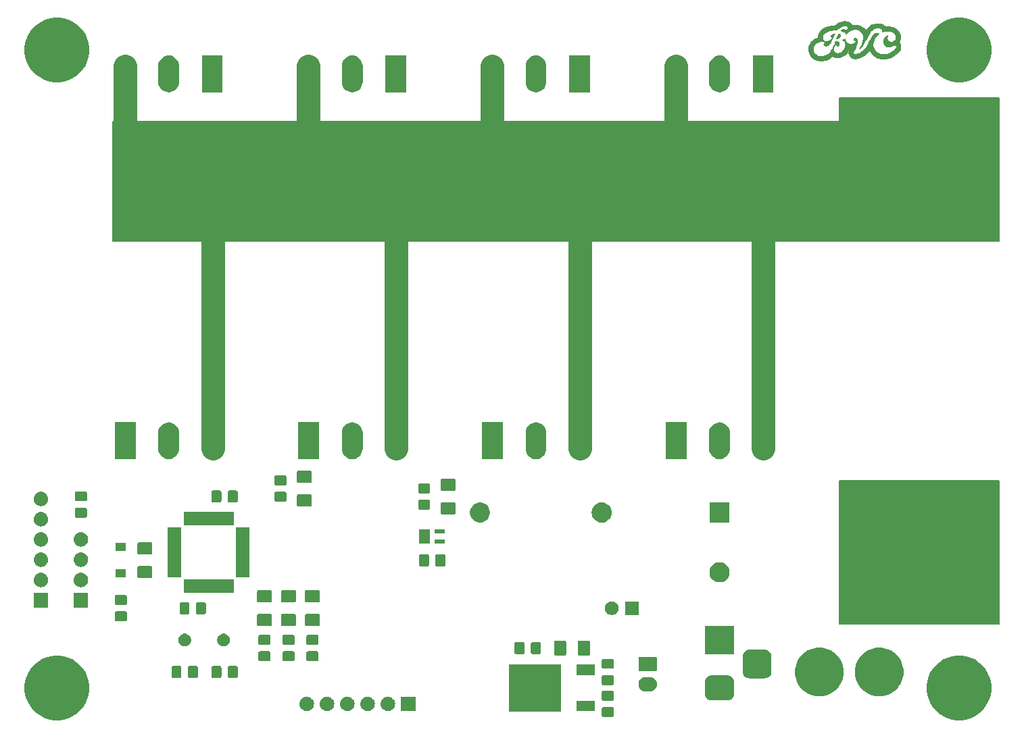
<source format=gbr>
G04 #@! TF.GenerationSoftware,KiCad,Pcbnew,(5.0.1)-3*
G04 #@! TF.CreationDate,2021-05-27T11:26:18+02:00*
G04 #@! TF.ProjectId,mega328 400w load,6D6567613332382034303077206C6F61,rev?*
G04 #@! TF.SameCoordinates,Original*
G04 #@! TF.FileFunction,Soldermask,Top*
G04 #@! TF.FilePolarity,Negative*
%FSLAX46Y46*%
G04 Gerber Fmt 4.6, Leading zero omitted, Abs format (unit mm)*
G04 Created by KiCad (PCBNEW (5.0.1)-3) date 27/05/2021 11:26:18*
%MOMM*%
%LPD*%
G01*
G04 APERTURE LIST*
%ADD10C,3.000000*%
%ADD11C,0.150000*%
%ADD12C,0.010000*%
%ADD13C,0.050800*%
G04 APERTURE END LIST*
D10*
X160500000Y-61000000D02*
X160500000Y-94000000D01*
X137500000Y-61000000D02*
X137500000Y-94000000D01*
X114500000Y-61000000D02*
X114500000Y-94000000D01*
X91500000Y-61000000D02*
X91500000Y-94000000D01*
X149500000Y-46000000D02*
X149500000Y-55000000D01*
X80500000Y-46000000D02*
X80500000Y-55000000D01*
X103500000Y-46000000D02*
X103500000Y-55000000D01*
X126500000Y-46000000D02*
X126500000Y-55000000D01*
D11*
G36*
X190000000Y-68000000D02*
X190000000Y-50000000D01*
X170000000Y-50000000D01*
X170000000Y-53000000D01*
X79000000Y-53000000D01*
X79000000Y-68000000D01*
X190000000Y-68000000D01*
G37*
X190000000Y-68000000D02*
X190000000Y-50000000D01*
X170000000Y-50000000D01*
X170000000Y-53000000D01*
X79000000Y-53000000D01*
X79000000Y-68000000D01*
X190000000Y-68000000D01*
G36*
X190000000Y-98000000D02*
X170000000Y-98000000D01*
X170000000Y-116000000D01*
X190000000Y-116000000D01*
X190000000Y-98000000D01*
G37*
X190000000Y-98000000D02*
X170000000Y-98000000D01*
X170000000Y-116000000D01*
X190000000Y-116000000D01*
X190000000Y-98000000D01*
D12*
G04 #@! TO.C,G\002A\002A\002A*
G36*
X169955940Y-41944565D02*
X170016340Y-41979517D01*
X170034108Y-41993698D01*
X170086409Y-42057881D01*
X170111007Y-42135029D01*
X170108540Y-42219563D01*
X170079643Y-42305904D01*
X170024953Y-42388473D01*
X169984325Y-42430065D01*
X169914587Y-42485600D01*
X169846998Y-42520554D01*
X169767367Y-42541207D01*
X169717140Y-42548303D01*
X169661728Y-42549721D01*
X169636745Y-42537437D01*
X169636086Y-42535974D01*
X169637298Y-42506443D01*
X169651050Y-42453053D01*
X169674724Y-42382231D01*
X169705698Y-42300401D01*
X169741352Y-42213989D01*
X169779066Y-42129419D01*
X169816219Y-42053117D01*
X169850191Y-41991508D01*
X169870848Y-41960336D01*
X169906503Y-41937980D01*
X169955940Y-41944565D01*
X169955940Y-41944565D01*
G37*
X169955940Y-41944565D02*
X170016340Y-41979517D01*
X170034108Y-41993698D01*
X170086409Y-42057881D01*
X170111007Y-42135029D01*
X170108540Y-42219563D01*
X170079643Y-42305904D01*
X170024953Y-42388473D01*
X169984325Y-42430065D01*
X169914587Y-42485600D01*
X169846998Y-42520554D01*
X169767367Y-42541207D01*
X169717140Y-42548303D01*
X169661728Y-42549721D01*
X169636745Y-42537437D01*
X169636086Y-42535974D01*
X169637298Y-42506443D01*
X169651050Y-42453053D01*
X169674724Y-42382231D01*
X169705698Y-42300401D01*
X169741352Y-42213989D01*
X169779066Y-42129419D01*
X169816219Y-42053117D01*
X169850191Y-41991508D01*
X169870848Y-41960336D01*
X169906503Y-41937980D01*
X169955940Y-41944565D01*
G36*
X170869427Y-40410567D02*
X170984337Y-40434683D01*
X171113862Y-40472463D01*
X171219998Y-40517466D01*
X171313161Y-40574881D01*
X171388243Y-40635808D01*
X171421526Y-40670126D01*
X171461001Y-40717335D01*
X171500543Y-40769175D01*
X171534026Y-40817388D01*
X171555325Y-40853715D01*
X171559733Y-40867022D01*
X171574084Y-40878707D01*
X171606300Y-40876512D01*
X171774931Y-40848792D01*
X171932708Y-40838401D01*
X172090795Y-40845559D01*
X172260354Y-40870482D01*
X172359909Y-40891245D01*
X172505928Y-40928650D01*
X172628653Y-40971006D01*
X172738651Y-41022788D01*
X172846491Y-41088473D01*
X172879889Y-41111479D01*
X173012130Y-41212662D01*
X173120255Y-41314396D01*
X173213057Y-41425225D01*
X173237301Y-41458775D01*
X173307165Y-41558373D01*
X173411349Y-41420082D01*
X173533836Y-41272249D01*
X173670151Y-41133571D01*
X173814020Y-41009375D01*
X173959169Y-40904991D01*
X174099326Y-40825745D01*
X174125096Y-40813872D01*
X174214818Y-40779995D01*
X174326146Y-40746694D01*
X174449006Y-40716191D01*
X174573324Y-40690707D01*
X174689025Y-40672463D01*
X174786036Y-40663682D01*
X174808244Y-40663222D01*
X174909597Y-40669289D01*
X175028435Y-40685776D01*
X175151969Y-40710155D01*
X175267411Y-40739897D01*
X175361970Y-40772471D01*
X175363177Y-40772974D01*
X175416811Y-40800420D01*
X175483997Y-40841797D01*
X175555076Y-40890360D01*
X175620389Y-40939365D01*
X175670279Y-40982068D01*
X175685866Y-40998294D01*
X175700814Y-41014484D01*
X175717367Y-41026129D01*
X175741131Y-41034121D01*
X175777712Y-41039351D01*
X175832714Y-41042710D01*
X175911744Y-41045092D01*
X175990666Y-41046782D01*
X176133727Y-41050949D01*
X176252023Y-41057870D01*
X176354622Y-41068851D01*
X176450596Y-41085197D01*
X176549014Y-41108213D01*
X176658946Y-41139203D01*
X176682735Y-41146358D01*
X176786471Y-41180154D01*
X176870288Y-41214031D01*
X176947577Y-41254169D01*
X177031731Y-41306749D01*
X177035079Y-41308965D01*
X177129971Y-41373726D01*
X177203544Y-41429414D01*
X177263987Y-41483572D01*
X177319492Y-41543742D01*
X177378249Y-41617468D01*
X177396716Y-41641992D01*
X177503388Y-41811485D01*
X177580717Y-41993297D01*
X177627199Y-42182919D01*
X177641350Y-42373715D01*
X177633985Y-42478849D01*
X177615738Y-42597317D01*
X177589167Y-42717803D01*
X177556832Y-42828990D01*
X177521290Y-42919562D01*
X177515079Y-42932161D01*
X177476032Y-43008255D01*
X177548768Y-43103897D01*
X177592902Y-43168927D01*
X177624307Y-43235180D01*
X177649520Y-43317189D01*
X177655433Y-43341069D01*
X177680327Y-43470574D01*
X177687432Y-43587143D01*
X177676738Y-43705646D01*
X177655133Y-43812800D01*
X177607246Y-43950413D01*
X177528470Y-44089304D01*
X177418266Y-44230079D01*
X177276094Y-44373348D01*
X177101412Y-44519719D01*
X176893680Y-44669800D01*
X176893617Y-44669842D01*
X176754653Y-44759832D01*
X176624500Y-44834039D01*
X176494896Y-44895968D01*
X176357579Y-44949122D01*
X176204288Y-44997005D01*
X176026761Y-45043121D01*
X175996267Y-45050401D01*
X175882846Y-45076432D01*
X175792956Y-45094744D01*
X175717475Y-45106620D01*
X175647283Y-45113340D01*
X175573262Y-45116184D01*
X175525142Y-45116563D01*
X175358655Y-45107644D01*
X175178293Y-45082340D01*
X174994518Y-45043080D01*
X174817792Y-44992296D01*
X174658579Y-44932419D01*
X174585941Y-44898372D01*
X174520078Y-44859981D01*
X174438403Y-44805304D01*
X174349959Y-44741055D01*
X174263792Y-44673948D01*
X174188948Y-44610698D01*
X174152358Y-44576524D01*
X174099324Y-44519073D01*
X174036883Y-44443662D01*
X173970666Y-44357942D01*
X173906304Y-44269570D01*
X173849427Y-44186197D01*
X173805665Y-44115477D01*
X173786723Y-44079500D01*
X173766043Y-44040185D01*
X173749833Y-44018273D01*
X173746437Y-44016602D01*
X173732459Y-44029696D01*
X173703891Y-44064326D01*
X173665668Y-44114354D01*
X173643297Y-44144856D01*
X173529743Y-44284948D01*
X173393767Y-44424915D01*
X173241504Y-44560115D01*
X173079094Y-44685904D01*
X172912673Y-44797640D01*
X172748377Y-44890681D01*
X172592346Y-44960383D01*
X172541866Y-44978070D01*
X172376247Y-45027680D01*
X172233423Y-45061283D01*
X172106671Y-45079474D01*
X171989269Y-45082847D01*
X171874494Y-45071996D01*
X171755939Y-45047597D01*
X171596534Y-44992921D01*
X171462169Y-44915486D01*
X171352536Y-44814988D01*
X171267323Y-44691122D01*
X171206221Y-44543586D01*
X171192969Y-44496339D01*
X171152505Y-44336986D01*
X171188377Y-44184191D01*
X171210735Y-44101738D01*
X171238208Y-44018650D01*
X171265735Y-43949874D01*
X171272465Y-43935808D01*
X171300679Y-43875353D01*
X171310508Y-43838272D01*
X171301576Y-43819255D01*
X171273509Y-43812994D01*
X171263761Y-43812800D01*
X171238334Y-43818270D01*
X171219170Y-43839719D01*
X171200394Y-43884709D01*
X171194686Y-43901700D01*
X171136609Y-44042431D01*
X171053711Y-44190741D01*
X170951168Y-44338489D01*
X170834157Y-44477534D01*
X170816826Y-44495936D01*
X170750508Y-44558144D01*
X170666658Y-44626241D01*
X170573535Y-44694481D01*
X170479395Y-44757120D01*
X170392496Y-44808412D01*
X170321093Y-44842612D01*
X170315587Y-44844700D01*
X170224311Y-44874951D01*
X170120858Y-44903844D01*
X170014554Y-44929278D01*
X169914726Y-44949153D01*
X169830700Y-44961370D01*
X169784743Y-44964245D01*
X169723417Y-44959569D01*
X169639807Y-44946956D01*
X169543958Y-44928556D01*
X169445914Y-44906522D01*
X169355720Y-44883007D01*
X169283420Y-44860161D01*
X169264139Y-44852696D01*
X169209008Y-44826388D01*
X169158994Y-44797355D01*
X169151955Y-44792547D01*
X169106377Y-44760168D01*
X168974155Y-44866549D01*
X168806499Y-44992523D01*
X168644427Y-45094204D01*
X168479700Y-45175266D01*
X168304078Y-45239382D01*
X168109322Y-45290225D01*
X167957565Y-45319823D01*
X167820736Y-45340317D01*
X167703953Y-45349687D01*
X167595412Y-45348316D01*
X167483305Y-45336588D01*
X167475542Y-45335466D01*
X167350110Y-45313260D01*
X167223345Y-45284065D01*
X167105441Y-45250616D01*
X167006595Y-45215644D01*
X166971477Y-45200341D01*
X166811189Y-45110390D01*
X166655283Y-44996459D01*
X166513018Y-44866284D01*
X166393652Y-44727604D01*
X166374936Y-44701800D01*
X166314043Y-44610976D01*
X166268279Y-44530316D01*
X166232623Y-44448517D01*
X166202053Y-44354275D01*
X166175653Y-44253232D01*
X166144835Y-44106889D01*
X166128518Y-43972988D01*
X166127541Y-43875255D01*
X166685751Y-43875255D01*
X166694619Y-44035016D01*
X166730435Y-44187993D01*
X166788828Y-44319471D01*
X166872068Y-44436033D01*
X166981395Y-44544337D01*
X167109101Y-44638343D01*
X167247479Y-44712013D01*
X167329332Y-44742962D01*
X167441597Y-44768332D01*
X167575545Y-44781676D01*
X167721143Y-44782856D01*
X167868362Y-44771731D01*
X167989102Y-44752116D01*
X168193648Y-44691964D01*
X168388951Y-44600225D01*
X168573183Y-44478355D01*
X168744514Y-44327810D01*
X168901116Y-44150049D01*
X169041158Y-43946529D01*
X169077002Y-43885394D01*
X169139532Y-43769380D01*
X169207860Y-43633323D01*
X169277437Y-43487036D01*
X169343716Y-43340336D01*
X169402148Y-43203036D01*
X169448185Y-43084953D01*
X169449082Y-43082484D01*
X169506658Y-42923800D01*
X169628064Y-42926158D01*
X169746924Y-42939064D01*
X169840395Y-42973192D01*
X169910119Y-43029356D01*
X169946833Y-43084479D01*
X169979116Y-43178008D01*
X169978422Y-43269726D01*
X169953104Y-43347834D01*
X169916105Y-43408573D01*
X169867627Y-43460632D01*
X169816268Y-43496296D01*
X169774592Y-43508000D01*
X169727396Y-43492241D01*
X169689453Y-43449212D01*
X169666099Y-43385280D01*
X169664564Y-43376711D01*
X169654415Y-43334420D01*
X169635397Y-43315064D01*
X169597566Y-43307816D01*
X169543001Y-43318649D01*
X169484687Y-43357963D01*
X169425987Y-43421127D01*
X169370264Y-43503511D01*
X169320879Y-43600483D01*
X169281195Y-43707414D01*
X169265612Y-43764984D01*
X169246350Y-43864886D01*
X169241818Y-43947741D01*
X169252044Y-44027011D01*
X169266222Y-44081669D01*
X169313689Y-44186337D01*
X169385854Y-44271694D01*
X169478914Y-44336721D01*
X169589066Y-44380397D01*
X169712505Y-44401703D01*
X169845430Y-44399620D01*
X169984035Y-44373129D01*
X170124518Y-44321209D01*
X170137333Y-44315154D01*
X170208012Y-44274891D01*
X170282763Y-44218916D01*
X170368144Y-44142124D01*
X170401695Y-44109443D01*
X170474622Y-44034923D01*
X170528559Y-43972968D01*
X170570460Y-43914379D01*
X170607278Y-43849953D01*
X170625893Y-43812800D01*
X170684212Y-43679520D01*
X170722102Y-43557663D01*
X170742722Y-43434353D01*
X170749137Y-43310745D01*
X170743565Y-43180084D01*
X170722529Y-43073774D01*
X170684198Y-42985164D01*
X170643404Y-42926813D01*
X170599968Y-42883739D01*
X170542901Y-42839688D01*
X170481819Y-42800803D01*
X170426337Y-42773227D01*
X170387100Y-42763092D01*
X170362041Y-42751073D01*
X170357467Y-42737533D01*
X170371461Y-42716586D01*
X170389555Y-42712133D01*
X170418727Y-42704802D01*
X170468739Y-42685256D01*
X170530521Y-42657165D01*
X170554306Y-42645462D01*
X170614297Y-42616435D01*
X170661894Y-42595516D01*
X170689844Y-42585801D01*
X170694024Y-42585847D01*
X170700399Y-42605196D01*
X170709183Y-42647295D01*
X170715130Y-42682151D01*
X170730088Y-42742660D01*
X170756081Y-42817079D01*
X170787614Y-42889760D01*
X170789125Y-42892839D01*
X170869031Y-43020125D01*
X170968525Y-43121206D01*
X171084757Y-43195246D01*
X171214877Y-43241408D01*
X171356036Y-43258856D01*
X171505384Y-43246751D01*
X171660071Y-43204258D01*
X171738140Y-43171535D01*
X171828077Y-43120720D01*
X171909413Y-43058540D01*
X171976881Y-42990563D01*
X172025216Y-42922355D01*
X172049153Y-42859482D01*
X172050800Y-42841017D01*
X172037549Y-42799484D01*
X171999996Y-42779154D01*
X171941440Y-42781606D01*
X171931492Y-42783923D01*
X171882506Y-42793058D01*
X171848423Y-42787450D01*
X171816721Y-42767839D01*
X171785159Y-42735484D01*
X171769978Y-42691419D01*
X171766340Y-42657876D01*
X171765977Y-42608181D01*
X171777665Y-42574323D01*
X171808071Y-42540778D01*
X171821963Y-42528346D01*
X171891700Y-42486342D01*
X171965479Y-42474904D01*
X172038229Y-42491981D01*
X172104879Y-42535522D01*
X172160358Y-42603476D01*
X172195061Y-42679253D01*
X172212788Y-42760770D01*
X172221364Y-42864423D01*
X172220580Y-42979682D01*
X172210230Y-43096019D01*
X172204070Y-43136437D01*
X172178798Y-43259225D01*
X172144109Y-43384027D01*
X172098155Y-43515468D01*
X172039086Y-43658172D01*
X171965054Y-43816765D01*
X171874210Y-43995873D01*
X171818631Y-44100666D01*
X171770831Y-44192622D01*
X171739630Y-44261841D01*
X171723669Y-44314297D01*
X171721589Y-44355967D01*
X171732032Y-44392827D01*
X171746200Y-44419185D01*
X171790751Y-44469850D01*
X171853823Y-44502961D01*
X171940098Y-44520292D01*
X172023072Y-44524000D01*
X172174904Y-44508558D01*
X172334924Y-44463961D01*
X172499530Y-44392800D01*
X172665117Y-44297667D01*
X172828083Y-44181154D01*
X172984825Y-44045854D01*
X173131739Y-43894358D01*
X173265222Y-43729258D01*
X173381671Y-43553146D01*
X173388207Y-43541995D01*
X173415476Y-43494222D01*
X173455527Y-43422864D01*
X173504939Y-43334075D01*
X173560291Y-43234008D01*
X173618162Y-43128818D01*
X173638893Y-43090992D01*
X173772684Y-42850931D01*
X173895056Y-42640858D01*
X174007201Y-42459332D01*
X174110312Y-42304910D01*
X174205580Y-42176149D01*
X174294196Y-42071606D01*
X174377353Y-41989840D01*
X174456242Y-41929407D01*
X174532055Y-41888865D01*
X174605984Y-41866772D01*
X174654560Y-41861588D01*
X174695625Y-41865578D01*
X174750673Y-41877626D01*
X174810616Y-41894808D01*
X174866365Y-41914200D01*
X174908831Y-41932876D01*
X174928926Y-41947915D01*
X174929467Y-41950033D01*
X174917309Y-41965554D01*
X174884662Y-41997110D01*
X174837263Y-42039312D01*
X174806700Y-42065348D01*
X174664558Y-42198903D01*
X174533617Y-42349620D01*
X174420183Y-42509217D01*
X174330563Y-42669413D01*
X174307119Y-42721400D01*
X174253177Y-42867256D01*
X174217882Y-43009202D01*
X174198970Y-43159275D01*
X174194122Y-43321733D01*
X174195476Y-43421228D01*
X174199082Y-43496414D01*
X174206145Y-43556833D01*
X174217871Y-43612028D01*
X174235466Y-43671540D01*
X174240125Y-43685800D01*
X174306487Y-43840366D01*
X174401065Y-43992927D01*
X174518699Y-44135727D01*
X174580119Y-44196924D01*
X174732606Y-44319442D01*
X174899963Y-44414950D01*
X175085759Y-44485104D01*
X175293563Y-44531555D01*
X175306802Y-44533624D01*
X175513122Y-44548743D01*
X175727523Y-44533704D01*
X175945949Y-44489964D01*
X176164342Y-44418980D01*
X176378644Y-44322212D01*
X176584800Y-44201116D01*
X176778752Y-44057150D01*
X176878664Y-43968832D01*
X176972970Y-43875535D01*
X177042469Y-43795284D01*
X177090887Y-43722881D01*
X177121951Y-43653128D01*
X177132983Y-43614034D01*
X177139617Y-43529644D01*
X177117129Y-43461915D01*
X177065931Y-43411756D01*
X177033556Y-43395124D01*
X176987393Y-43381368D01*
X176935386Y-43378332D01*
X176872363Y-43387007D01*
X176793154Y-43408381D01*
X176692587Y-43443444D01*
X176606026Y-43476937D01*
X176502556Y-43516331D01*
X176420110Y-43543166D01*
X176349400Y-43559988D01*
X176281137Y-43569345D01*
X176263783Y-43570785D01*
X176098412Y-43570004D01*
X175951887Y-43541446D01*
X175823193Y-43484764D01*
X175711316Y-43399612D01*
X175685700Y-43373668D01*
X175622958Y-43299503D01*
X175578919Y-43227516D01*
X175550185Y-43148614D01*
X175533360Y-43053705D01*
X175525497Y-42944887D01*
X175527854Y-42784588D01*
X175550773Y-42647356D01*
X175595953Y-42528127D01*
X175665097Y-42421840D01*
X175722507Y-42358471D01*
X175774299Y-42313692D01*
X175838286Y-42267698D01*
X175906012Y-42225553D01*
X175969021Y-42192322D01*
X176018855Y-42173071D01*
X176036737Y-42170267D01*
X176057066Y-42175113D01*
X176061661Y-42193173D01*
X176049868Y-42229725D01*
X176022175Y-42287796D01*
X175985101Y-42396323D01*
X175977219Y-42469267D01*
X175986521Y-42600282D01*
X176023754Y-42712337D01*
X176089533Y-42806491D01*
X176184471Y-42883802D01*
X176234052Y-42911948D01*
X176285833Y-42937492D01*
X176326987Y-42953446D01*
X176368016Y-42961689D01*
X176419416Y-42964100D01*
X176491689Y-42962559D01*
X176512733Y-42961831D01*
X176602058Y-42956933D01*
X176666980Y-42948526D01*
X176716915Y-42934918D01*
X176753562Y-42918546D01*
X176872491Y-42838647D01*
X176965860Y-42737792D01*
X177031965Y-42619062D01*
X177069106Y-42485536D01*
X177075580Y-42340296D01*
X177075317Y-42336291D01*
X177049454Y-42184193D01*
X176993903Y-42048258D01*
X176908834Y-41928663D01*
X176794417Y-41825589D01*
X176650823Y-41739214D01*
X176478220Y-41669716D01*
X176427222Y-41654030D01*
X176293972Y-41626118D01*
X176139603Y-41611337D01*
X175973850Y-41609284D01*
X175806451Y-41619552D01*
X175647142Y-41641735D01*
X175505660Y-41675430D01*
X175449064Y-41694753D01*
X175397565Y-41711319D01*
X175370333Y-41708751D01*
X175361883Y-41684093D01*
X175364583Y-41649242D01*
X175362724Y-41545831D01*
X175329190Y-41452074D01*
X175265323Y-41370072D01*
X175172462Y-41301926D01*
X175128889Y-41279657D01*
X175080549Y-41258549D01*
X175038573Y-41244542D01*
X174993844Y-41236191D01*
X174937248Y-41232050D01*
X174859670Y-41230674D01*
X174819400Y-41230573D01*
X174718247Y-41231982D01*
X174640289Y-41237150D01*
X174574947Y-41247310D01*
X174511645Y-41263692D01*
X174497667Y-41268023D01*
X174337786Y-41333666D01*
X174187035Y-41427326D01*
X174040898Y-41551838D01*
X174031859Y-41560667D01*
X173949948Y-41645097D01*
X173872919Y-41733303D01*
X173798518Y-41828836D01*
X173724493Y-41935245D01*
X173648591Y-42056079D01*
X173568560Y-42194889D01*
X173482146Y-42355224D01*
X173387097Y-42540635D01*
X173304932Y-42706133D01*
X173195875Y-42922633D01*
X173095351Y-43110701D01*
X173004091Y-43269006D01*
X172937461Y-43374505D01*
X172876196Y-43462729D01*
X172809789Y-43551746D01*
X172741945Y-43637255D01*
X172676371Y-43714957D01*
X172616774Y-43780552D01*
X172566861Y-43829740D01*
X172530338Y-43858223D01*
X172515817Y-43863600D01*
X172515813Y-43849347D01*
X172530352Y-43809087D01*
X172557805Y-43746570D01*
X172596545Y-43665545D01*
X172635329Y-43588433D01*
X172685498Y-43488807D01*
X172734391Y-43388544D01*
X172778091Y-43295909D01*
X172812676Y-43219168D01*
X172829407Y-43179220D01*
X172890510Y-42999371D01*
X172936315Y-42811007D01*
X172965822Y-42621891D01*
X172978031Y-42439782D01*
X172971941Y-42272443D01*
X172958384Y-42178733D01*
X172908455Y-42007038D01*
X172830677Y-41850918D01*
X172727894Y-41713315D01*
X172602948Y-41597172D01*
X172458684Y-41505433D01*
X172297943Y-41441039D01*
X172228600Y-41423367D01*
X172150284Y-41412011D01*
X172051166Y-41405455D01*
X171942619Y-41403690D01*
X171836019Y-41406706D01*
X171742740Y-41414494D01*
X171686733Y-41423831D01*
X171520487Y-41475323D01*
X171356315Y-41550778D01*
X171201075Y-41645660D01*
X171061627Y-41755432D01*
X170944830Y-41875557D01*
X170887166Y-41952688D01*
X170853941Y-41998317D01*
X170831845Y-42014818D01*
X170816949Y-42003393D01*
X170808063Y-41976928D01*
X170791779Y-41944373D01*
X170758703Y-41897556D01*
X170715828Y-41846323D01*
X170713513Y-41843779D01*
X170613908Y-41755560D01*
X170490128Y-41679283D01*
X170351175Y-41620097D01*
X170289518Y-41601322D01*
X170231189Y-41584319D01*
X170185710Y-41568556D01*
X170163691Y-41557912D01*
X170162322Y-41537229D01*
X170185362Y-41505271D01*
X170227459Y-41466920D01*
X170283258Y-41427060D01*
X170346886Y-41390832D01*
X170425996Y-41358885D01*
X170500371Y-41342470D01*
X170562520Y-41342325D01*
X170604954Y-41359189D01*
X170610568Y-41364851D01*
X170630161Y-41399401D01*
X170643147Y-41435522D01*
X170661526Y-41478946D01*
X170691726Y-41501482D01*
X170740164Y-41505394D01*
X170808734Y-41493966D01*
X170874032Y-41475066D01*
X170925642Y-41446941D01*
X170979002Y-41400840D01*
X170986992Y-41392951D01*
X171044889Y-41326699D01*
X171075881Y-41266754D01*
X171083438Y-41204444D01*
X171078518Y-41164160D01*
X171053905Y-41108249D01*
X171005993Y-41051648D01*
X170944027Y-41003038D01*
X170877253Y-40971100D01*
X170870898Y-40969221D01*
X170783240Y-40954677D01*
X170676180Y-40951769D01*
X170561951Y-40960036D01*
X170452782Y-40979015D01*
X170425323Y-40986037D01*
X170280515Y-41035066D01*
X170148238Y-41100119D01*
X170020671Y-41185914D01*
X169889995Y-41297164D01*
X169856429Y-41329017D01*
X169682244Y-41497331D01*
X169516089Y-41494330D01*
X169259178Y-41499665D01*
X169017273Y-41524623D01*
X168792469Y-41568341D01*
X168586863Y-41629958D01*
X168402553Y-41708612D01*
X168241634Y-41803443D01*
X168106206Y-41913588D01*
X167998363Y-42038186D01*
X167935273Y-42143775D01*
X167890023Y-42264821D01*
X167868771Y-42390382D01*
X167872118Y-42511756D01*
X167900663Y-42620239D01*
X167902214Y-42623901D01*
X167963756Y-42726221D01*
X168048972Y-42808055D01*
X168153152Y-42867392D01*
X168271587Y-42902219D01*
X168399567Y-42910525D01*
X168528334Y-42891348D01*
X168634123Y-42855516D01*
X168737878Y-42804618D01*
X168834659Y-42742728D01*
X168919526Y-42673919D01*
X168987539Y-42602267D01*
X169033757Y-42531844D01*
X169053241Y-42466725D01*
X169053554Y-42458202D01*
X169048848Y-42416630D01*
X169028909Y-42388807D01*
X168991475Y-42365000D01*
X168948003Y-42337104D01*
X168917162Y-42309925D01*
X168912828Y-42304121D01*
X168903723Y-42258860D01*
X168920260Y-42201624D01*
X168960261Y-42139754D01*
X168962314Y-42137292D01*
X168999364Y-42103733D01*
X169053604Y-42067603D01*
X169119001Y-42031441D01*
X169189524Y-41997784D01*
X169259141Y-41969172D01*
X169321821Y-41948141D01*
X169371530Y-41937232D01*
X169402239Y-41938982D01*
X169409200Y-41949233D01*
X169401781Y-41970849D01*
X169381445Y-42016308D01*
X169351070Y-42079496D01*
X169313536Y-42154299D01*
X169302655Y-42175485D01*
X169260501Y-42258582D01*
X169208612Y-42363059D01*
X169151554Y-42479596D01*
X169093891Y-42598875D01*
X169044467Y-42702526D01*
X168959680Y-42876477D01*
X168883125Y-43021377D01*
X168812570Y-43140383D01*
X168745780Y-43236653D01*
X168680521Y-43313345D01*
X168614560Y-43373617D01*
X168545662Y-43420625D01*
X168530293Y-43429280D01*
X168415215Y-43478617D01*
X168307939Y-43498062D01*
X168210916Y-43487699D01*
X168126598Y-43447615D01*
X168087394Y-43413829D01*
X168047079Y-43360900D01*
X168033337Y-43308237D01*
X168046342Y-43249296D01*
X168086270Y-43177536D01*
X168094044Y-43166057D01*
X168133432Y-43104252D01*
X168151539Y-43059425D01*
X168149380Y-43023058D01*
X168127970Y-42986638D01*
X168117019Y-42973349D01*
X168091359Y-42948720D01*
X168059878Y-42933052D01*
X168012792Y-42922950D01*
X167951919Y-42916086D01*
X167764879Y-42912227D01*
X167578247Y-42934071D01*
X167399813Y-42979910D01*
X167237368Y-43048036D01*
X167167662Y-43087961D01*
X167088565Y-43145008D01*
X167003859Y-43217571D01*
X166922811Y-43296756D01*
X166854687Y-43373669D01*
X166818586Y-43423044D01*
X166747960Y-43562492D01*
X166703606Y-43715488D01*
X166685751Y-43875255D01*
X166127541Y-43875255D01*
X166127225Y-43843672D01*
X166141478Y-43711086D01*
X166171802Y-43567373D01*
X166218719Y-43404676D01*
X166235621Y-43352464D01*
X166278854Y-43250054D01*
X166342615Y-43136555D01*
X166420720Y-43021701D01*
X166506985Y-42915223D01*
X166528204Y-42892008D01*
X166604798Y-42819262D01*
X166699335Y-42743227D01*
X166805207Y-42667996D01*
X166915809Y-42597663D01*
X167024537Y-42536321D01*
X167124783Y-42488063D01*
X167209943Y-42456984D01*
X167242132Y-42449599D01*
X167285285Y-42440012D01*
X167304493Y-42423948D01*
X167309437Y-42390874D01*
X167309585Y-42376211D01*
X167314808Y-42320042D01*
X167328727Y-42242082D01*
X167348955Y-42152546D01*
X167373109Y-42061646D01*
X167398802Y-41979595D01*
X167408458Y-41952898D01*
X167475405Y-41816806D01*
X167571050Y-41679904D01*
X167690619Y-41546537D01*
X167829338Y-41421052D01*
X167982434Y-41307795D01*
X168145132Y-41211111D01*
X168302020Y-41139433D01*
X168425572Y-41096944D01*
X168570881Y-41055985D01*
X168729278Y-41018274D01*
X168892096Y-40985530D01*
X169050665Y-40959471D01*
X169196318Y-40941816D01*
X169320387Y-40934284D01*
X169337494Y-40934133D01*
X169394371Y-40932990D01*
X169434389Y-40926362D01*
X169469407Y-40909452D01*
X169511283Y-40877464D01*
X169541770Y-40851504D01*
X169713554Y-40716018D01*
X169882832Y-40608914D01*
X170057002Y-40526189D01*
X170243462Y-40463839D01*
X170272212Y-40456187D01*
X170441729Y-40418163D01*
X170591737Y-40398067D01*
X170731286Y-40395626D01*
X170869427Y-40410567D01*
X170869427Y-40410567D01*
G37*
X170869427Y-40410567D02*
X170984337Y-40434683D01*
X171113862Y-40472463D01*
X171219998Y-40517466D01*
X171313161Y-40574881D01*
X171388243Y-40635808D01*
X171421526Y-40670126D01*
X171461001Y-40717335D01*
X171500543Y-40769175D01*
X171534026Y-40817388D01*
X171555325Y-40853715D01*
X171559733Y-40867022D01*
X171574084Y-40878707D01*
X171606300Y-40876512D01*
X171774931Y-40848792D01*
X171932708Y-40838401D01*
X172090795Y-40845559D01*
X172260354Y-40870482D01*
X172359909Y-40891245D01*
X172505928Y-40928650D01*
X172628653Y-40971006D01*
X172738651Y-41022788D01*
X172846491Y-41088473D01*
X172879889Y-41111479D01*
X173012130Y-41212662D01*
X173120255Y-41314396D01*
X173213057Y-41425225D01*
X173237301Y-41458775D01*
X173307165Y-41558373D01*
X173411349Y-41420082D01*
X173533836Y-41272249D01*
X173670151Y-41133571D01*
X173814020Y-41009375D01*
X173959169Y-40904991D01*
X174099326Y-40825745D01*
X174125096Y-40813872D01*
X174214818Y-40779995D01*
X174326146Y-40746694D01*
X174449006Y-40716191D01*
X174573324Y-40690707D01*
X174689025Y-40672463D01*
X174786036Y-40663682D01*
X174808244Y-40663222D01*
X174909597Y-40669289D01*
X175028435Y-40685776D01*
X175151969Y-40710155D01*
X175267411Y-40739897D01*
X175361970Y-40772471D01*
X175363177Y-40772974D01*
X175416811Y-40800420D01*
X175483997Y-40841797D01*
X175555076Y-40890360D01*
X175620389Y-40939365D01*
X175670279Y-40982068D01*
X175685866Y-40998294D01*
X175700814Y-41014484D01*
X175717367Y-41026129D01*
X175741131Y-41034121D01*
X175777712Y-41039351D01*
X175832714Y-41042710D01*
X175911744Y-41045092D01*
X175990666Y-41046782D01*
X176133727Y-41050949D01*
X176252023Y-41057870D01*
X176354622Y-41068851D01*
X176450596Y-41085197D01*
X176549014Y-41108213D01*
X176658946Y-41139203D01*
X176682735Y-41146358D01*
X176786471Y-41180154D01*
X176870288Y-41214031D01*
X176947577Y-41254169D01*
X177031731Y-41306749D01*
X177035079Y-41308965D01*
X177129971Y-41373726D01*
X177203544Y-41429414D01*
X177263987Y-41483572D01*
X177319492Y-41543742D01*
X177378249Y-41617468D01*
X177396716Y-41641992D01*
X177503388Y-41811485D01*
X177580717Y-41993297D01*
X177627199Y-42182919D01*
X177641350Y-42373715D01*
X177633985Y-42478849D01*
X177615738Y-42597317D01*
X177589167Y-42717803D01*
X177556832Y-42828990D01*
X177521290Y-42919562D01*
X177515079Y-42932161D01*
X177476032Y-43008255D01*
X177548768Y-43103897D01*
X177592902Y-43168927D01*
X177624307Y-43235180D01*
X177649520Y-43317189D01*
X177655433Y-43341069D01*
X177680327Y-43470574D01*
X177687432Y-43587143D01*
X177676738Y-43705646D01*
X177655133Y-43812800D01*
X177607246Y-43950413D01*
X177528470Y-44089304D01*
X177418266Y-44230079D01*
X177276094Y-44373348D01*
X177101412Y-44519719D01*
X176893680Y-44669800D01*
X176893617Y-44669842D01*
X176754653Y-44759832D01*
X176624500Y-44834039D01*
X176494896Y-44895968D01*
X176357579Y-44949122D01*
X176204288Y-44997005D01*
X176026761Y-45043121D01*
X175996267Y-45050401D01*
X175882846Y-45076432D01*
X175792956Y-45094744D01*
X175717475Y-45106620D01*
X175647283Y-45113340D01*
X175573262Y-45116184D01*
X175525142Y-45116563D01*
X175358655Y-45107644D01*
X175178293Y-45082340D01*
X174994518Y-45043080D01*
X174817792Y-44992296D01*
X174658579Y-44932419D01*
X174585941Y-44898372D01*
X174520078Y-44859981D01*
X174438403Y-44805304D01*
X174349959Y-44741055D01*
X174263792Y-44673948D01*
X174188948Y-44610698D01*
X174152358Y-44576524D01*
X174099324Y-44519073D01*
X174036883Y-44443662D01*
X173970666Y-44357942D01*
X173906304Y-44269570D01*
X173849427Y-44186197D01*
X173805665Y-44115477D01*
X173786723Y-44079500D01*
X173766043Y-44040185D01*
X173749833Y-44018273D01*
X173746437Y-44016602D01*
X173732459Y-44029696D01*
X173703891Y-44064326D01*
X173665668Y-44114354D01*
X173643297Y-44144856D01*
X173529743Y-44284948D01*
X173393767Y-44424915D01*
X173241504Y-44560115D01*
X173079094Y-44685904D01*
X172912673Y-44797640D01*
X172748377Y-44890681D01*
X172592346Y-44960383D01*
X172541866Y-44978070D01*
X172376247Y-45027680D01*
X172233423Y-45061283D01*
X172106671Y-45079474D01*
X171989269Y-45082847D01*
X171874494Y-45071996D01*
X171755939Y-45047597D01*
X171596534Y-44992921D01*
X171462169Y-44915486D01*
X171352536Y-44814988D01*
X171267323Y-44691122D01*
X171206221Y-44543586D01*
X171192969Y-44496339D01*
X171152505Y-44336986D01*
X171188377Y-44184191D01*
X171210735Y-44101738D01*
X171238208Y-44018650D01*
X171265735Y-43949874D01*
X171272465Y-43935808D01*
X171300679Y-43875353D01*
X171310508Y-43838272D01*
X171301576Y-43819255D01*
X171273509Y-43812994D01*
X171263761Y-43812800D01*
X171238334Y-43818270D01*
X171219170Y-43839719D01*
X171200394Y-43884709D01*
X171194686Y-43901700D01*
X171136609Y-44042431D01*
X171053711Y-44190741D01*
X170951168Y-44338489D01*
X170834157Y-44477534D01*
X170816826Y-44495936D01*
X170750508Y-44558144D01*
X170666658Y-44626241D01*
X170573535Y-44694481D01*
X170479395Y-44757120D01*
X170392496Y-44808412D01*
X170321093Y-44842612D01*
X170315587Y-44844700D01*
X170224311Y-44874951D01*
X170120858Y-44903844D01*
X170014554Y-44929278D01*
X169914726Y-44949153D01*
X169830700Y-44961370D01*
X169784743Y-44964245D01*
X169723417Y-44959569D01*
X169639807Y-44946956D01*
X169543958Y-44928556D01*
X169445914Y-44906522D01*
X169355720Y-44883007D01*
X169283420Y-44860161D01*
X169264139Y-44852696D01*
X169209008Y-44826388D01*
X169158994Y-44797355D01*
X169151955Y-44792547D01*
X169106377Y-44760168D01*
X168974155Y-44866549D01*
X168806499Y-44992523D01*
X168644427Y-45094204D01*
X168479700Y-45175266D01*
X168304078Y-45239382D01*
X168109322Y-45290225D01*
X167957565Y-45319823D01*
X167820736Y-45340317D01*
X167703953Y-45349687D01*
X167595412Y-45348316D01*
X167483305Y-45336588D01*
X167475542Y-45335466D01*
X167350110Y-45313260D01*
X167223345Y-45284065D01*
X167105441Y-45250616D01*
X167006595Y-45215644D01*
X166971477Y-45200341D01*
X166811189Y-45110390D01*
X166655283Y-44996459D01*
X166513018Y-44866284D01*
X166393652Y-44727604D01*
X166374936Y-44701800D01*
X166314043Y-44610976D01*
X166268279Y-44530316D01*
X166232623Y-44448517D01*
X166202053Y-44354275D01*
X166175653Y-44253232D01*
X166144835Y-44106889D01*
X166128518Y-43972988D01*
X166127541Y-43875255D01*
X166685751Y-43875255D01*
X166694619Y-44035016D01*
X166730435Y-44187993D01*
X166788828Y-44319471D01*
X166872068Y-44436033D01*
X166981395Y-44544337D01*
X167109101Y-44638343D01*
X167247479Y-44712013D01*
X167329332Y-44742962D01*
X167441597Y-44768332D01*
X167575545Y-44781676D01*
X167721143Y-44782856D01*
X167868362Y-44771731D01*
X167989102Y-44752116D01*
X168193648Y-44691964D01*
X168388951Y-44600225D01*
X168573183Y-44478355D01*
X168744514Y-44327810D01*
X168901116Y-44150049D01*
X169041158Y-43946529D01*
X169077002Y-43885394D01*
X169139532Y-43769380D01*
X169207860Y-43633323D01*
X169277437Y-43487036D01*
X169343716Y-43340336D01*
X169402148Y-43203036D01*
X169448185Y-43084953D01*
X169449082Y-43082484D01*
X169506658Y-42923800D01*
X169628064Y-42926158D01*
X169746924Y-42939064D01*
X169840395Y-42973192D01*
X169910119Y-43029356D01*
X169946833Y-43084479D01*
X169979116Y-43178008D01*
X169978422Y-43269726D01*
X169953104Y-43347834D01*
X169916105Y-43408573D01*
X169867627Y-43460632D01*
X169816268Y-43496296D01*
X169774592Y-43508000D01*
X169727396Y-43492241D01*
X169689453Y-43449212D01*
X169666099Y-43385280D01*
X169664564Y-43376711D01*
X169654415Y-43334420D01*
X169635397Y-43315064D01*
X169597566Y-43307816D01*
X169543001Y-43318649D01*
X169484687Y-43357963D01*
X169425987Y-43421127D01*
X169370264Y-43503511D01*
X169320879Y-43600483D01*
X169281195Y-43707414D01*
X169265612Y-43764984D01*
X169246350Y-43864886D01*
X169241818Y-43947741D01*
X169252044Y-44027011D01*
X169266222Y-44081669D01*
X169313689Y-44186337D01*
X169385854Y-44271694D01*
X169478914Y-44336721D01*
X169589066Y-44380397D01*
X169712505Y-44401703D01*
X169845430Y-44399620D01*
X169984035Y-44373129D01*
X170124518Y-44321209D01*
X170137333Y-44315154D01*
X170208012Y-44274891D01*
X170282763Y-44218916D01*
X170368144Y-44142124D01*
X170401695Y-44109443D01*
X170474622Y-44034923D01*
X170528559Y-43972968D01*
X170570460Y-43914379D01*
X170607278Y-43849953D01*
X170625893Y-43812800D01*
X170684212Y-43679520D01*
X170722102Y-43557663D01*
X170742722Y-43434353D01*
X170749137Y-43310745D01*
X170743565Y-43180084D01*
X170722529Y-43073774D01*
X170684198Y-42985164D01*
X170643404Y-42926813D01*
X170599968Y-42883739D01*
X170542901Y-42839688D01*
X170481819Y-42800803D01*
X170426337Y-42773227D01*
X170387100Y-42763092D01*
X170362041Y-42751073D01*
X170357467Y-42737533D01*
X170371461Y-42716586D01*
X170389555Y-42712133D01*
X170418727Y-42704802D01*
X170468739Y-42685256D01*
X170530521Y-42657165D01*
X170554306Y-42645462D01*
X170614297Y-42616435D01*
X170661894Y-42595516D01*
X170689844Y-42585801D01*
X170694024Y-42585847D01*
X170700399Y-42605196D01*
X170709183Y-42647295D01*
X170715130Y-42682151D01*
X170730088Y-42742660D01*
X170756081Y-42817079D01*
X170787614Y-42889760D01*
X170789125Y-42892839D01*
X170869031Y-43020125D01*
X170968525Y-43121206D01*
X171084757Y-43195246D01*
X171214877Y-43241408D01*
X171356036Y-43258856D01*
X171505384Y-43246751D01*
X171660071Y-43204258D01*
X171738140Y-43171535D01*
X171828077Y-43120720D01*
X171909413Y-43058540D01*
X171976881Y-42990563D01*
X172025216Y-42922355D01*
X172049153Y-42859482D01*
X172050800Y-42841017D01*
X172037549Y-42799484D01*
X171999996Y-42779154D01*
X171941440Y-42781606D01*
X171931492Y-42783923D01*
X171882506Y-42793058D01*
X171848423Y-42787450D01*
X171816721Y-42767839D01*
X171785159Y-42735484D01*
X171769978Y-42691419D01*
X171766340Y-42657876D01*
X171765977Y-42608181D01*
X171777665Y-42574323D01*
X171808071Y-42540778D01*
X171821963Y-42528346D01*
X171891700Y-42486342D01*
X171965479Y-42474904D01*
X172038229Y-42491981D01*
X172104879Y-42535522D01*
X172160358Y-42603476D01*
X172195061Y-42679253D01*
X172212788Y-42760770D01*
X172221364Y-42864423D01*
X172220580Y-42979682D01*
X172210230Y-43096019D01*
X172204070Y-43136437D01*
X172178798Y-43259225D01*
X172144109Y-43384027D01*
X172098155Y-43515468D01*
X172039086Y-43658172D01*
X171965054Y-43816765D01*
X171874210Y-43995873D01*
X171818631Y-44100666D01*
X171770831Y-44192622D01*
X171739630Y-44261841D01*
X171723669Y-44314297D01*
X171721589Y-44355967D01*
X171732032Y-44392827D01*
X171746200Y-44419185D01*
X171790751Y-44469850D01*
X171853823Y-44502961D01*
X171940098Y-44520292D01*
X172023072Y-44524000D01*
X172174904Y-44508558D01*
X172334924Y-44463961D01*
X172499530Y-44392800D01*
X172665117Y-44297667D01*
X172828083Y-44181154D01*
X172984825Y-44045854D01*
X173131739Y-43894358D01*
X173265222Y-43729258D01*
X173381671Y-43553146D01*
X173388207Y-43541995D01*
X173415476Y-43494222D01*
X173455527Y-43422864D01*
X173504939Y-43334075D01*
X173560291Y-43234008D01*
X173618162Y-43128818D01*
X173638893Y-43090992D01*
X173772684Y-42850931D01*
X173895056Y-42640858D01*
X174007201Y-42459332D01*
X174110312Y-42304910D01*
X174205580Y-42176149D01*
X174294196Y-42071606D01*
X174377353Y-41989840D01*
X174456242Y-41929407D01*
X174532055Y-41888865D01*
X174605984Y-41866772D01*
X174654560Y-41861588D01*
X174695625Y-41865578D01*
X174750673Y-41877626D01*
X174810616Y-41894808D01*
X174866365Y-41914200D01*
X174908831Y-41932876D01*
X174928926Y-41947915D01*
X174929467Y-41950033D01*
X174917309Y-41965554D01*
X174884662Y-41997110D01*
X174837263Y-42039312D01*
X174806700Y-42065348D01*
X174664558Y-42198903D01*
X174533617Y-42349620D01*
X174420183Y-42509217D01*
X174330563Y-42669413D01*
X174307119Y-42721400D01*
X174253177Y-42867256D01*
X174217882Y-43009202D01*
X174198970Y-43159275D01*
X174194122Y-43321733D01*
X174195476Y-43421228D01*
X174199082Y-43496414D01*
X174206145Y-43556833D01*
X174217871Y-43612028D01*
X174235466Y-43671540D01*
X174240125Y-43685800D01*
X174306487Y-43840366D01*
X174401065Y-43992927D01*
X174518699Y-44135727D01*
X174580119Y-44196924D01*
X174732606Y-44319442D01*
X174899963Y-44414950D01*
X175085759Y-44485104D01*
X175293563Y-44531555D01*
X175306802Y-44533624D01*
X175513122Y-44548743D01*
X175727523Y-44533704D01*
X175945949Y-44489964D01*
X176164342Y-44418980D01*
X176378644Y-44322212D01*
X176584800Y-44201116D01*
X176778752Y-44057150D01*
X176878664Y-43968832D01*
X176972970Y-43875535D01*
X177042469Y-43795284D01*
X177090887Y-43722881D01*
X177121951Y-43653128D01*
X177132983Y-43614034D01*
X177139617Y-43529644D01*
X177117129Y-43461915D01*
X177065931Y-43411756D01*
X177033556Y-43395124D01*
X176987393Y-43381368D01*
X176935386Y-43378332D01*
X176872363Y-43387007D01*
X176793154Y-43408381D01*
X176692587Y-43443444D01*
X176606026Y-43476937D01*
X176502556Y-43516331D01*
X176420110Y-43543166D01*
X176349400Y-43559988D01*
X176281137Y-43569345D01*
X176263783Y-43570785D01*
X176098412Y-43570004D01*
X175951887Y-43541446D01*
X175823193Y-43484764D01*
X175711316Y-43399612D01*
X175685700Y-43373668D01*
X175622958Y-43299503D01*
X175578919Y-43227516D01*
X175550185Y-43148614D01*
X175533360Y-43053705D01*
X175525497Y-42944887D01*
X175527854Y-42784588D01*
X175550773Y-42647356D01*
X175595953Y-42528127D01*
X175665097Y-42421840D01*
X175722507Y-42358471D01*
X175774299Y-42313692D01*
X175838286Y-42267698D01*
X175906012Y-42225553D01*
X175969021Y-42192322D01*
X176018855Y-42173071D01*
X176036737Y-42170267D01*
X176057066Y-42175113D01*
X176061661Y-42193173D01*
X176049868Y-42229725D01*
X176022175Y-42287796D01*
X175985101Y-42396323D01*
X175977219Y-42469267D01*
X175986521Y-42600282D01*
X176023754Y-42712337D01*
X176089533Y-42806491D01*
X176184471Y-42883802D01*
X176234052Y-42911948D01*
X176285833Y-42937492D01*
X176326987Y-42953446D01*
X176368016Y-42961689D01*
X176419416Y-42964100D01*
X176491689Y-42962559D01*
X176512733Y-42961831D01*
X176602058Y-42956933D01*
X176666980Y-42948526D01*
X176716915Y-42934918D01*
X176753562Y-42918546D01*
X176872491Y-42838647D01*
X176965860Y-42737792D01*
X177031965Y-42619062D01*
X177069106Y-42485536D01*
X177075580Y-42340296D01*
X177075317Y-42336291D01*
X177049454Y-42184193D01*
X176993903Y-42048258D01*
X176908834Y-41928663D01*
X176794417Y-41825589D01*
X176650823Y-41739214D01*
X176478220Y-41669716D01*
X176427222Y-41654030D01*
X176293972Y-41626118D01*
X176139603Y-41611337D01*
X175973850Y-41609284D01*
X175806451Y-41619552D01*
X175647142Y-41641735D01*
X175505660Y-41675430D01*
X175449064Y-41694753D01*
X175397565Y-41711319D01*
X175370333Y-41708751D01*
X175361883Y-41684093D01*
X175364583Y-41649242D01*
X175362724Y-41545831D01*
X175329190Y-41452074D01*
X175265323Y-41370072D01*
X175172462Y-41301926D01*
X175128889Y-41279657D01*
X175080549Y-41258549D01*
X175038573Y-41244542D01*
X174993844Y-41236191D01*
X174937248Y-41232050D01*
X174859670Y-41230674D01*
X174819400Y-41230573D01*
X174718247Y-41231982D01*
X174640289Y-41237150D01*
X174574947Y-41247310D01*
X174511645Y-41263692D01*
X174497667Y-41268023D01*
X174337786Y-41333666D01*
X174187035Y-41427326D01*
X174040898Y-41551838D01*
X174031859Y-41560667D01*
X173949948Y-41645097D01*
X173872919Y-41733303D01*
X173798518Y-41828836D01*
X173724493Y-41935245D01*
X173648591Y-42056079D01*
X173568560Y-42194889D01*
X173482146Y-42355224D01*
X173387097Y-42540635D01*
X173304932Y-42706133D01*
X173195875Y-42922633D01*
X173095351Y-43110701D01*
X173004091Y-43269006D01*
X172937461Y-43374505D01*
X172876196Y-43462729D01*
X172809789Y-43551746D01*
X172741945Y-43637255D01*
X172676371Y-43714957D01*
X172616774Y-43780552D01*
X172566861Y-43829740D01*
X172530338Y-43858223D01*
X172515817Y-43863600D01*
X172515813Y-43849347D01*
X172530352Y-43809087D01*
X172557805Y-43746570D01*
X172596545Y-43665545D01*
X172635329Y-43588433D01*
X172685498Y-43488807D01*
X172734391Y-43388544D01*
X172778091Y-43295909D01*
X172812676Y-43219168D01*
X172829407Y-43179220D01*
X172890510Y-42999371D01*
X172936315Y-42811007D01*
X172965822Y-42621891D01*
X172978031Y-42439782D01*
X172971941Y-42272443D01*
X172958384Y-42178733D01*
X172908455Y-42007038D01*
X172830677Y-41850918D01*
X172727894Y-41713315D01*
X172602948Y-41597172D01*
X172458684Y-41505433D01*
X172297943Y-41441039D01*
X172228600Y-41423367D01*
X172150284Y-41412011D01*
X172051166Y-41405455D01*
X171942619Y-41403690D01*
X171836019Y-41406706D01*
X171742740Y-41414494D01*
X171686733Y-41423831D01*
X171520487Y-41475323D01*
X171356315Y-41550778D01*
X171201075Y-41645660D01*
X171061627Y-41755432D01*
X170944830Y-41875557D01*
X170887166Y-41952688D01*
X170853941Y-41998317D01*
X170831845Y-42014818D01*
X170816949Y-42003393D01*
X170808063Y-41976928D01*
X170791779Y-41944373D01*
X170758703Y-41897556D01*
X170715828Y-41846323D01*
X170713513Y-41843779D01*
X170613908Y-41755560D01*
X170490128Y-41679283D01*
X170351175Y-41620097D01*
X170289518Y-41601322D01*
X170231189Y-41584319D01*
X170185710Y-41568556D01*
X170163691Y-41557912D01*
X170162322Y-41537229D01*
X170185362Y-41505271D01*
X170227459Y-41466920D01*
X170283258Y-41427060D01*
X170346886Y-41390832D01*
X170425996Y-41358885D01*
X170500371Y-41342470D01*
X170562520Y-41342325D01*
X170604954Y-41359189D01*
X170610568Y-41364851D01*
X170630161Y-41399401D01*
X170643147Y-41435522D01*
X170661526Y-41478946D01*
X170691726Y-41501482D01*
X170740164Y-41505394D01*
X170808734Y-41493966D01*
X170874032Y-41475066D01*
X170925642Y-41446941D01*
X170979002Y-41400840D01*
X170986992Y-41392951D01*
X171044889Y-41326699D01*
X171075881Y-41266754D01*
X171083438Y-41204444D01*
X171078518Y-41164160D01*
X171053905Y-41108249D01*
X171005993Y-41051648D01*
X170944027Y-41003038D01*
X170877253Y-40971100D01*
X170870898Y-40969221D01*
X170783240Y-40954677D01*
X170676180Y-40951769D01*
X170561951Y-40960036D01*
X170452782Y-40979015D01*
X170425323Y-40986037D01*
X170280515Y-41035066D01*
X170148238Y-41100119D01*
X170020671Y-41185914D01*
X169889995Y-41297164D01*
X169856429Y-41329017D01*
X169682244Y-41497331D01*
X169516089Y-41494330D01*
X169259178Y-41499665D01*
X169017273Y-41524623D01*
X168792469Y-41568341D01*
X168586863Y-41629958D01*
X168402553Y-41708612D01*
X168241634Y-41803443D01*
X168106206Y-41913588D01*
X167998363Y-42038186D01*
X167935273Y-42143775D01*
X167890023Y-42264821D01*
X167868771Y-42390382D01*
X167872118Y-42511756D01*
X167900663Y-42620239D01*
X167902214Y-42623901D01*
X167963756Y-42726221D01*
X168048972Y-42808055D01*
X168153152Y-42867392D01*
X168271587Y-42902219D01*
X168399567Y-42910525D01*
X168528334Y-42891348D01*
X168634123Y-42855516D01*
X168737878Y-42804618D01*
X168834659Y-42742728D01*
X168919526Y-42673919D01*
X168987539Y-42602267D01*
X169033757Y-42531844D01*
X169053241Y-42466725D01*
X169053554Y-42458202D01*
X169048848Y-42416630D01*
X169028909Y-42388807D01*
X168991475Y-42365000D01*
X168948003Y-42337104D01*
X168917162Y-42309925D01*
X168912828Y-42304121D01*
X168903723Y-42258860D01*
X168920260Y-42201624D01*
X168960261Y-42139754D01*
X168962314Y-42137292D01*
X168999364Y-42103733D01*
X169053604Y-42067603D01*
X169119001Y-42031441D01*
X169189524Y-41997784D01*
X169259141Y-41969172D01*
X169321821Y-41948141D01*
X169371530Y-41937232D01*
X169402239Y-41938982D01*
X169409200Y-41949233D01*
X169401781Y-41970849D01*
X169381445Y-42016308D01*
X169351070Y-42079496D01*
X169313536Y-42154299D01*
X169302655Y-42175485D01*
X169260501Y-42258582D01*
X169208612Y-42363059D01*
X169151554Y-42479596D01*
X169093891Y-42598875D01*
X169044467Y-42702526D01*
X168959680Y-42876477D01*
X168883125Y-43021377D01*
X168812570Y-43140383D01*
X168745780Y-43236653D01*
X168680521Y-43313345D01*
X168614560Y-43373617D01*
X168545662Y-43420625D01*
X168530293Y-43429280D01*
X168415215Y-43478617D01*
X168307939Y-43498062D01*
X168210916Y-43487699D01*
X168126598Y-43447615D01*
X168087394Y-43413829D01*
X168047079Y-43360900D01*
X168033337Y-43308237D01*
X168046342Y-43249296D01*
X168086270Y-43177536D01*
X168094044Y-43166057D01*
X168133432Y-43104252D01*
X168151539Y-43059425D01*
X168149380Y-43023058D01*
X168127970Y-42986638D01*
X168117019Y-42973349D01*
X168091359Y-42948720D01*
X168059878Y-42933052D01*
X168012792Y-42922950D01*
X167951919Y-42916086D01*
X167764879Y-42912227D01*
X167578247Y-42934071D01*
X167399813Y-42979910D01*
X167237368Y-43048036D01*
X167167662Y-43087961D01*
X167088565Y-43145008D01*
X167003859Y-43217571D01*
X166922811Y-43296756D01*
X166854687Y-43373669D01*
X166818586Y-43423044D01*
X166747960Y-43562492D01*
X166703606Y-43715488D01*
X166685751Y-43875255D01*
X166127541Y-43875255D01*
X166127225Y-43843672D01*
X166141478Y-43711086D01*
X166171802Y-43567373D01*
X166218719Y-43404676D01*
X166235621Y-43352464D01*
X166278854Y-43250054D01*
X166342615Y-43136555D01*
X166420720Y-43021701D01*
X166506985Y-42915223D01*
X166528204Y-42892008D01*
X166604798Y-42819262D01*
X166699335Y-42743227D01*
X166805207Y-42667996D01*
X166915809Y-42597663D01*
X167024537Y-42536321D01*
X167124783Y-42488063D01*
X167209943Y-42456984D01*
X167242132Y-42449599D01*
X167285285Y-42440012D01*
X167304493Y-42423948D01*
X167309437Y-42390874D01*
X167309585Y-42376211D01*
X167314808Y-42320042D01*
X167328727Y-42242082D01*
X167348955Y-42152546D01*
X167373109Y-42061646D01*
X167398802Y-41979595D01*
X167408458Y-41952898D01*
X167475405Y-41816806D01*
X167571050Y-41679904D01*
X167690619Y-41546537D01*
X167829338Y-41421052D01*
X167982434Y-41307795D01*
X168145132Y-41211111D01*
X168302020Y-41139433D01*
X168425572Y-41096944D01*
X168570881Y-41055985D01*
X168729278Y-41018274D01*
X168892096Y-40985530D01*
X169050665Y-40959471D01*
X169196318Y-40941816D01*
X169320387Y-40934284D01*
X169337494Y-40934133D01*
X169394371Y-40932990D01*
X169434389Y-40926362D01*
X169469407Y-40909452D01*
X169511283Y-40877464D01*
X169541770Y-40851504D01*
X169713554Y-40716018D01*
X169882832Y-40608914D01*
X170057002Y-40526189D01*
X170243462Y-40463839D01*
X170272212Y-40456187D01*
X170441729Y-40418163D01*
X170591737Y-40398067D01*
X170731286Y-40395626D01*
X170869427Y-40410567D01*
D13*
G36*
X186181632Y-120104677D02*
X186461108Y-120220440D01*
X186918868Y-120410050D01*
X187446627Y-120762688D01*
X187582365Y-120853385D01*
X188146615Y-121417635D01*
X188146617Y-121417638D01*
X188589950Y-122081132D01*
X188689994Y-122322660D01*
X188895323Y-122818368D01*
X189051000Y-123601010D01*
X189051000Y-124398990D01*
X188895323Y-125181632D01*
X188735891Y-125566534D01*
X188589950Y-125918868D01*
X188164218Y-126556020D01*
X188146615Y-126582365D01*
X187582365Y-127146615D01*
X187582362Y-127146617D01*
X186918868Y-127589950D01*
X186613495Y-127716439D01*
X186181632Y-127895323D01*
X185398990Y-128051000D01*
X184601010Y-128051000D01*
X183818368Y-127895323D01*
X183386505Y-127716439D01*
X183081132Y-127589950D01*
X182417638Y-127146617D01*
X182417635Y-127146615D01*
X181853385Y-126582365D01*
X181835782Y-126556020D01*
X181410050Y-125918868D01*
X181264109Y-125566534D01*
X181104677Y-125181632D01*
X180949000Y-124398990D01*
X180949000Y-123601010D01*
X181104677Y-122818368D01*
X181310006Y-122322660D01*
X181410050Y-122081132D01*
X181853383Y-121417638D01*
X181853385Y-121417635D01*
X182417635Y-120853385D01*
X182553373Y-120762688D01*
X183081132Y-120410050D01*
X183538892Y-120220440D01*
X183818368Y-120104677D01*
X184601010Y-119949000D01*
X185398990Y-119949000D01*
X186181632Y-120104677D01*
X186181632Y-120104677D01*
G37*
G36*
X73181632Y-120104677D02*
X73461108Y-120220440D01*
X73918868Y-120410050D01*
X74446627Y-120762688D01*
X74582365Y-120853385D01*
X75146615Y-121417635D01*
X75146617Y-121417638D01*
X75589950Y-122081132D01*
X75689994Y-122322660D01*
X75895323Y-122818368D01*
X76051000Y-123601010D01*
X76051000Y-124398990D01*
X75895323Y-125181632D01*
X75735891Y-125566534D01*
X75589950Y-125918868D01*
X75164218Y-126556020D01*
X75146615Y-126582365D01*
X74582365Y-127146615D01*
X74582362Y-127146617D01*
X73918868Y-127589950D01*
X73613495Y-127716439D01*
X73181632Y-127895323D01*
X72398990Y-128051000D01*
X71601010Y-128051000D01*
X70818368Y-127895323D01*
X70386505Y-127716439D01*
X70081132Y-127589950D01*
X69417638Y-127146617D01*
X69417635Y-127146615D01*
X68853385Y-126582365D01*
X68835782Y-126556020D01*
X68410050Y-125918868D01*
X68264109Y-125566534D01*
X68104677Y-125181632D01*
X67949000Y-124398990D01*
X67949000Y-123601010D01*
X68104677Y-122818368D01*
X68310006Y-122322660D01*
X68410050Y-122081132D01*
X68853383Y-121417638D01*
X68853385Y-121417635D01*
X69417635Y-120853385D01*
X69553373Y-120762688D01*
X70081132Y-120410050D01*
X70538892Y-120220440D01*
X70818368Y-120104677D01*
X71601010Y-119949000D01*
X72398990Y-119949000D01*
X73181632Y-120104677D01*
X73181632Y-120104677D01*
G37*
G36*
X141588677Y-126403465D02*
X141626364Y-126414898D01*
X141661103Y-126433466D01*
X141691548Y-126458452D01*
X141716534Y-126488897D01*
X141735102Y-126523636D01*
X141746535Y-126561323D01*
X141751000Y-126606661D01*
X141751000Y-127443339D01*
X141746535Y-127488677D01*
X141735102Y-127526364D01*
X141716534Y-127561103D01*
X141691548Y-127591548D01*
X141661103Y-127616534D01*
X141626364Y-127635102D01*
X141588677Y-127646535D01*
X141543339Y-127651000D01*
X140456661Y-127651000D01*
X140411323Y-127646535D01*
X140373636Y-127635102D01*
X140338897Y-127616534D01*
X140308452Y-127591548D01*
X140283466Y-127561103D01*
X140264898Y-127526364D01*
X140253465Y-127488677D01*
X140249000Y-127443339D01*
X140249000Y-126606661D01*
X140253465Y-126561323D01*
X140264898Y-126523636D01*
X140283466Y-126488897D01*
X140308452Y-126458452D01*
X140338897Y-126433466D01*
X140373636Y-126414898D01*
X140411323Y-126403465D01*
X140456661Y-126399000D01*
X141543339Y-126399000D01*
X141588677Y-126403465D01*
X141588677Y-126403465D01*
G37*
G36*
X135151000Y-126951000D02*
X128649000Y-126951000D01*
X128649000Y-121049000D01*
X135151000Y-121049000D01*
X135151000Y-126951000D01*
X135151000Y-126951000D01*
G37*
G36*
X139351000Y-126931000D02*
X137049000Y-126931000D01*
X137049000Y-125629000D01*
X139351000Y-125629000D01*
X139351000Y-126931000D01*
X139351000Y-126931000D01*
G37*
G36*
X108490442Y-125105518D02*
X108556627Y-125112037D01*
X108669853Y-125146384D01*
X108726467Y-125163557D01*
X108857847Y-125233782D01*
X108882991Y-125247222D01*
X108918729Y-125276552D01*
X109020186Y-125359814D01*
X109080233Y-125432983D01*
X109132778Y-125497009D01*
X109132779Y-125497011D01*
X109216443Y-125653533D01*
X109233616Y-125710147D01*
X109267963Y-125823373D01*
X109285359Y-126000000D01*
X109267963Y-126176627D01*
X109240410Y-126267456D01*
X109216443Y-126346467D01*
X109163845Y-126444869D01*
X109132778Y-126502991D01*
X109118850Y-126519962D01*
X109020186Y-126640186D01*
X108918729Y-126723448D01*
X108882991Y-126752778D01*
X108882989Y-126752779D01*
X108726467Y-126836443D01*
X108669853Y-126853616D01*
X108556627Y-126887963D01*
X108490442Y-126894482D01*
X108424260Y-126901000D01*
X108335740Y-126901000D01*
X108269558Y-126894482D01*
X108203373Y-126887963D01*
X108090147Y-126853616D01*
X108033533Y-126836443D01*
X107877011Y-126752779D01*
X107877009Y-126752778D01*
X107841271Y-126723448D01*
X107739814Y-126640186D01*
X107641150Y-126519962D01*
X107627222Y-126502991D01*
X107596155Y-126444869D01*
X107543557Y-126346467D01*
X107519590Y-126267456D01*
X107492037Y-126176627D01*
X107474641Y-126000000D01*
X107492037Y-125823373D01*
X107526384Y-125710147D01*
X107543557Y-125653533D01*
X107627221Y-125497011D01*
X107627222Y-125497009D01*
X107679767Y-125432983D01*
X107739814Y-125359814D01*
X107841271Y-125276552D01*
X107877009Y-125247222D01*
X107902153Y-125233782D01*
X108033533Y-125163557D01*
X108090147Y-125146384D01*
X108203373Y-125112037D01*
X108269558Y-125105518D01*
X108335740Y-125099000D01*
X108424260Y-125099000D01*
X108490442Y-125105518D01*
X108490442Y-125105518D01*
G37*
G36*
X111030442Y-125105518D02*
X111096627Y-125112037D01*
X111209853Y-125146384D01*
X111266467Y-125163557D01*
X111397847Y-125233782D01*
X111422991Y-125247222D01*
X111458729Y-125276552D01*
X111560186Y-125359814D01*
X111620233Y-125432983D01*
X111672778Y-125497009D01*
X111672779Y-125497011D01*
X111756443Y-125653533D01*
X111773616Y-125710147D01*
X111807963Y-125823373D01*
X111825359Y-126000000D01*
X111807963Y-126176627D01*
X111780410Y-126267456D01*
X111756443Y-126346467D01*
X111703845Y-126444869D01*
X111672778Y-126502991D01*
X111658850Y-126519962D01*
X111560186Y-126640186D01*
X111458729Y-126723448D01*
X111422991Y-126752778D01*
X111422989Y-126752779D01*
X111266467Y-126836443D01*
X111209853Y-126853616D01*
X111096627Y-126887963D01*
X111030442Y-126894482D01*
X110964260Y-126901000D01*
X110875740Y-126901000D01*
X110809558Y-126894482D01*
X110743373Y-126887963D01*
X110630147Y-126853616D01*
X110573533Y-126836443D01*
X110417011Y-126752779D01*
X110417009Y-126752778D01*
X110381271Y-126723448D01*
X110279814Y-126640186D01*
X110181150Y-126519962D01*
X110167222Y-126502991D01*
X110136155Y-126444869D01*
X110083557Y-126346467D01*
X110059590Y-126267456D01*
X110032037Y-126176627D01*
X110014641Y-126000000D01*
X110032037Y-125823373D01*
X110066384Y-125710147D01*
X110083557Y-125653533D01*
X110167221Y-125497011D01*
X110167222Y-125497009D01*
X110219767Y-125432983D01*
X110279814Y-125359814D01*
X110381271Y-125276552D01*
X110417009Y-125247222D01*
X110442153Y-125233782D01*
X110573533Y-125163557D01*
X110630147Y-125146384D01*
X110743373Y-125112037D01*
X110809558Y-125105518D01*
X110875740Y-125099000D01*
X110964260Y-125099000D01*
X111030442Y-125105518D01*
X111030442Y-125105518D01*
G37*
G36*
X113570442Y-125105518D02*
X113636627Y-125112037D01*
X113749853Y-125146384D01*
X113806467Y-125163557D01*
X113937847Y-125233782D01*
X113962991Y-125247222D01*
X113998729Y-125276552D01*
X114100186Y-125359814D01*
X114160233Y-125432983D01*
X114212778Y-125497009D01*
X114212779Y-125497011D01*
X114296443Y-125653533D01*
X114313616Y-125710147D01*
X114347963Y-125823373D01*
X114365359Y-126000000D01*
X114347963Y-126176627D01*
X114320410Y-126267456D01*
X114296443Y-126346467D01*
X114243845Y-126444869D01*
X114212778Y-126502991D01*
X114198850Y-126519962D01*
X114100186Y-126640186D01*
X113998729Y-126723448D01*
X113962991Y-126752778D01*
X113962989Y-126752779D01*
X113806467Y-126836443D01*
X113749853Y-126853616D01*
X113636627Y-126887963D01*
X113570442Y-126894482D01*
X113504260Y-126901000D01*
X113415740Y-126901000D01*
X113349558Y-126894482D01*
X113283373Y-126887963D01*
X113170147Y-126853616D01*
X113113533Y-126836443D01*
X112957011Y-126752779D01*
X112957009Y-126752778D01*
X112921271Y-126723448D01*
X112819814Y-126640186D01*
X112721150Y-126519962D01*
X112707222Y-126502991D01*
X112676155Y-126444869D01*
X112623557Y-126346467D01*
X112599590Y-126267456D01*
X112572037Y-126176627D01*
X112554641Y-126000000D01*
X112572037Y-125823373D01*
X112606384Y-125710147D01*
X112623557Y-125653533D01*
X112707221Y-125497011D01*
X112707222Y-125497009D01*
X112759767Y-125432983D01*
X112819814Y-125359814D01*
X112921271Y-125276552D01*
X112957009Y-125247222D01*
X112982153Y-125233782D01*
X113113533Y-125163557D01*
X113170147Y-125146384D01*
X113283373Y-125112037D01*
X113349558Y-125105518D01*
X113415740Y-125099000D01*
X113504260Y-125099000D01*
X113570442Y-125105518D01*
X113570442Y-125105518D01*
G37*
G36*
X116901000Y-126901000D02*
X115099000Y-126901000D01*
X115099000Y-125099000D01*
X116901000Y-125099000D01*
X116901000Y-126901000D01*
X116901000Y-126901000D01*
G37*
G36*
X105950442Y-125105518D02*
X106016627Y-125112037D01*
X106129853Y-125146384D01*
X106186467Y-125163557D01*
X106317847Y-125233782D01*
X106342991Y-125247222D01*
X106378729Y-125276552D01*
X106480186Y-125359814D01*
X106540233Y-125432983D01*
X106592778Y-125497009D01*
X106592779Y-125497011D01*
X106676443Y-125653533D01*
X106693616Y-125710147D01*
X106727963Y-125823373D01*
X106745359Y-126000000D01*
X106727963Y-126176627D01*
X106700410Y-126267456D01*
X106676443Y-126346467D01*
X106623845Y-126444869D01*
X106592778Y-126502991D01*
X106578850Y-126519962D01*
X106480186Y-126640186D01*
X106378729Y-126723448D01*
X106342991Y-126752778D01*
X106342989Y-126752779D01*
X106186467Y-126836443D01*
X106129853Y-126853616D01*
X106016627Y-126887963D01*
X105950442Y-126894482D01*
X105884260Y-126901000D01*
X105795740Y-126901000D01*
X105729558Y-126894482D01*
X105663373Y-126887963D01*
X105550147Y-126853616D01*
X105493533Y-126836443D01*
X105337011Y-126752779D01*
X105337009Y-126752778D01*
X105301271Y-126723448D01*
X105199814Y-126640186D01*
X105101150Y-126519962D01*
X105087222Y-126502991D01*
X105056155Y-126444869D01*
X105003557Y-126346467D01*
X104979590Y-126267456D01*
X104952037Y-126176627D01*
X104934641Y-126000000D01*
X104952037Y-125823373D01*
X104986384Y-125710147D01*
X105003557Y-125653533D01*
X105087221Y-125497011D01*
X105087222Y-125497009D01*
X105139767Y-125432983D01*
X105199814Y-125359814D01*
X105301271Y-125276552D01*
X105337009Y-125247222D01*
X105362153Y-125233782D01*
X105493533Y-125163557D01*
X105550147Y-125146384D01*
X105663373Y-125112037D01*
X105729558Y-125105518D01*
X105795740Y-125099000D01*
X105884260Y-125099000D01*
X105950442Y-125105518D01*
X105950442Y-125105518D01*
G37*
G36*
X103410442Y-125105518D02*
X103476627Y-125112037D01*
X103589853Y-125146384D01*
X103646467Y-125163557D01*
X103777847Y-125233782D01*
X103802991Y-125247222D01*
X103838729Y-125276552D01*
X103940186Y-125359814D01*
X104000233Y-125432983D01*
X104052778Y-125497009D01*
X104052779Y-125497011D01*
X104136443Y-125653533D01*
X104153616Y-125710147D01*
X104187963Y-125823373D01*
X104205359Y-126000000D01*
X104187963Y-126176627D01*
X104160410Y-126267456D01*
X104136443Y-126346467D01*
X104083845Y-126444869D01*
X104052778Y-126502991D01*
X104038850Y-126519962D01*
X103940186Y-126640186D01*
X103838729Y-126723448D01*
X103802991Y-126752778D01*
X103802989Y-126752779D01*
X103646467Y-126836443D01*
X103589853Y-126853616D01*
X103476627Y-126887963D01*
X103410442Y-126894482D01*
X103344260Y-126901000D01*
X103255740Y-126901000D01*
X103189558Y-126894482D01*
X103123373Y-126887963D01*
X103010147Y-126853616D01*
X102953533Y-126836443D01*
X102797011Y-126752779D01*
X102797009Y-126752778D01*
X102761271Y-126723448D01*
X102659814Y-126640186D01*
X102561150Y-126519962D01*
X102547222Y-126502991D01*
X102516155Y-126444869D01*
X102463557Y-126346467D01*
X102439590Y-126267456D01*
X102412037Y-126176627D01*
X102394641Y-126000000D01*
X102412037Y-125823373D01*
X102446384Y-125710147D01*
X102463557Y-125653533D01*
X102547221Y-125497011D01*
X102547222Y-125497009D01*
X102599767Y-125432983D01*
X102659814Y-125359814D01*
X102761271Y-125276552D01*
X102797009Y-125247222D01*
X102822153Y-125233782D01*
X102953533Y-125163557D01*
X103010147Y-125146384D01*
X103123373Y-125112037D01*
X103189558Y-125105518D01*
X103255740Y-125099000D01*
X103344260Y-125099000D01*
X103410442Y-125105518D01*
X103410442Y-125105518D01*
G37*
G36*
X141588677Y-124353465D02*
X141626364Y-124364898D01*
X141661103Y-124383466D01*
X141691548Y-124408452D01*
X141716534Y-124438897D01*
X141735102Y-124473636D01*
X141746535Y-124511323D01*
X141751000Y-124556661D01*
X141751000Y-125393339D01*
X141746535Y-125438677D01*
X141735102Y-125476364D01*
X141716534Y-125511103D01*
X141691548Y-125541548D01*
X141661103Y-125566534D01*
X141626364Y-125585102D01*
X141588677Y-125596535D01*
X141543339Y-125601000D01*
X140456661Y-125601000D01*
X140411323Y-125596535D01*
X140373636Y-125585102D01*
X140338897Y-125566534D01*
X140308452Y-125541548D01*
X140283466Y-125511103D01*
X140264898Y-125476364D01*
X140253465Y-125438677D01*
X140249000Y-125393339D01*
X140249000Y-124556661D01*
X140253465Y-124511323D01*
X140264898Y-124473636D01*
X140283466Y-124438897D01*
X140308452Y-124408452D01*
X140338897Y-124383466D01*
X140373636Y-124364898D01*
X140411323Y-124353465D01*
X140456661Y-124349000D01*
X141543339Y-124349000D01*
X141588677Y-124353465D01*
X141588677Y-124353465D01*
G37*
G36*
X156226978Y-122463293D02*
X156360627Y-122503835D01*
X156483782Y-122569662D01*
X156591739Y-122658261D01*
X156680338Y-122766218D01*
X156746165Y-122889373D01*
X156786707Y-123023022D01*
X156801000Y-123168140D01*
X156801000Y-124831860D01*
X156786707Y-124976978D01*
X156746165Y-125110627D01*
X156680338Y-125233782D01*
X156591739Y-125341739D01*
X156483782Y-125430338D01*
X156360627Y-125496165D01*
X156226978Y-125536707D01*
X156081860Y-125551000D01*
X153918140Y-125551000D01*
X153773022Y-125536707D01*
X153639373Y-125496165D01*
X153516218Y-125430338D01*
X153408261Y-125341739D01*
X153319662Y-125233782D01*
X153253835Y-125110627D01*
X153213293Y-124976978D01*
X153199000Y-124831860D01*
X153199000Y-123168140D01*
X153213293Y-123023022D01*
X153253835Y-122889373D01*
X153319662Y-122766218D01*
X153408261Y-122658261D01*
X153516218Y-122569662D01*
X153639373Y-122503835D01*
X153773022Y-122463293D01*
X153918140Y-122449000D01*
X156081860Y-122449000D01*
X156226978Y-122463293D01*
X156226978Y-122463293D01*
G37*
G36*
X168389941Y-119066248D02*
X168389943Y-119066249D01*
X168389944Y-119066249D01*
X168945190Y-119296239D01*
X169297919Y-119531925D01*
X169444902Y-119630136D01*
X169869864Y-120055098D01*
X169869866Y-120055101D01*
X170203761Y-120554810D01*
X170327633Y-120853864D01*
X170433752Y-121110059D01*
X170551000Y-121699501D01*
X170551000Y-122300499D01*
X170434615Y-122885604D01*
X170433751Y-122889944D01*
X170203761Y-123445190D01*
X169930694Y-123853864D01*
X169869864Y-123944902D01*
X169444902Y-124369864D01*
X169444899Y-124369866D01*
X168945190Y-124703761D01*
X168389944Y-124933751D01*
X168389943Y-124933751D01*
X168389941Y-124933752D01*
X167800499Y-125051000D01*
X167199501Y-125051000D01*
X166610059Y-124933752D01*
X166610057Y-124933751D01*
X166610056Y-124933751D01*
X166054810Y-124703761D01*
X165555101Y-124369866D01*
X165555098Y-124369864D01*
X165130136Y-123944902D01*
X165069306Y-123853864D01*
X164796239Y-123445190D01*
X164566249Y-122889944D01*
X164565386Y-122885604D01*
X164449000Y-122300499D01*
X164449000Y-121699501D01*
X164566248Y-121110059D01*
X164672367Y-120853864D01*
X164796239Y-120554810D01*
X165130134Y-120055101D01*
X165130136Y-120055098D01*
X165555098Y-119630136D01*
X165702081Y-119531925D01*
X166054810Y-119296239D01*
X166610056Y-119066249D01*
X166610057Y-119066249D01*
X166610059Y-119066248D01*
X167199501Y-118949000D01*
X167800499Y-118949000D01*
X168389941Y-119066248D01*
X168389941Y-119066248D01*
G37*
G36*
X175889941Y-119066248D02*
X175889943Y-119066249D01*
X175889944Y-119066249D01*
X176445190Y-119296239D01*
X176797919Y-119531925D01*
X176944902Y-119630136D01*
X177369864Y-120055098D01*
X177369866Y-120055101D01*
X177703761Y-120554810D01*
X177827633Y-120853864D01*
X177933752Y-121110059D01*
X178051000Y-121699501D01*
X178051000Y-122300499D01*
X177934615Y-122885604D01*
X177933751Y-122889944D01*
X177703761Y-123445190D01*
X177430694Y-123853864D01*
X177369864Y-123944902D01*
X176944902Y-124369864D01*
X176944899Y-124369866D01*
X176445190Y-124703761D01*
X175889944Y-124933751D01*
X175889943Y-124933751D01*
X175889941Y-124933752D01*
X175300499Y-125051000D01*
X174699501Y-125051000D01*
X174110059Y-124933752D01*
X174110057Y-124933751D01*
X174110056Y-124933751D01*
X173554810Y-124703761D01*
X173055101Y-124369866D01*
X173055098Y-124369864D01*
X172630136Y-123944902D01*
X172569306Y-123853864D01*
X172296239Y-123445190D01*
X172066249Y-122889944D01*
X172065386Y-122885604D01*
X171949000Y-122300499D01*
X171949000Y-121699501D01*
X172066248Y-121110059D01*
X172172367Y-120853864D01*
X172296239Y-120554810D01*
X172630134Y-120055101D01*
X172630136Y-120055098D01*
X173055098Y-119630136D01*
X173202081Y-119531925D01*
X173554810Y-119296239D01*
X174110056Y-119066249D01*
X174110057Y-119066249D01*
X174110059Y-119066248D01*
X174699501Y-118949000D01*
X175300499Y-118949000D01*
X175889941Y-119066248D01*
X175889941Y-119066248D01*
G37*
G36*
X146320345Y-122623442D02*
X146410548Y-122632326D01*
X146526287Y-122667435D01*
X146584158Y-122684990D01*
X146643172Y-122716534D01*
X146744156Y-122770511D01*
X146802468Y-122818367D01*
X146884396Y-122885604D01*
X146999488Y-123025843D01*
X147085010Y-123185842D01*
X147085010Y-123185843D01*
X147137674Y-123359452D01*
X147155456Y-123540000D01*
X147137674Y-123720548D01*
X147124891Y-123762688D01*
X147085010Y-123894158D01*
X147054811Y-123950656D01*
X146999489Y-124054156D01*
X146884396Y-124194396D01*
X146744156Y-124309489D01*
X146670236Y-124349000D01*
X146584158Y-124395010D01*
X146539845Y-124408452D01*
X146410548Y-124447674D01*
X146320345Y-124456558D01*
X146275245Y-124461000D01*
X145724755Y-124461000D01*
X145679655Y-124456558D01*
X145589452Y-124447674D01*
X145460155Y-124408452D01*
X145415842Y-124395010D01*
X145329764Y-124349000D01*
X145255844Y-124309489D01*
X145115604Y-124194396D01*
X145000511Y-124054156D01*
X144945189Y-123950656D01*
X144914990Y-123894158D01*
X144875109Y-123762688D01*
X144862326Y-123720548D01*
X144844544Y-123540000D01*
X144862326Y-123359452D01*
X144914990Y-123185843D01*
X144914990Y-123185842D01*
X145000512Y-123025843D01*
X145115604Y-122885604D01*
X145197532Y-122818367D01*
X145255844Y-122770511D01*
X145356828Y-122716534D01*
X145415842Y-122684990D01*
X145473713Y-122667435D01*
X145589452Y-122632326D01*
X145679655Y-122623442D01*
X145724755Y-122619000D01*
X146275245Y-122619000D01*
X146320345Y-122623442D01*
X146320345Y-122623442D01*
G37*
G36*
X141588677Y-122403465D02*
X141626364Y-122414898D01*
X141661103Y-122433466D01*
X141691548Y-122458452D01*
X141716534Y-122488897D01*
X141735102Y-122523636D01*
X141746535Y-122561323D01*
X141751000Y-122606661D01*
X141751000Y-123443339D01*
X141746535Y-123488677D01*
X141735102Y-123526364D01*
X141716534Y-123561103D01*
X141691548Y-123591548D01*
X141661103Y-123616534D01*
X141626364Y-123635102D01*
X141588677Y-123646535D01*
X141543339Y-123651000D01*
X140456661Y-123651000D01*
X140411323Y-123646535D01*
X140373636Y-123635102D01*
X140338897Y-123616534D01*
X140308452Y-123591548D01*
X140283466Y-123561103D01*
X140264898Y-123526364D01*
X140253465Y-123488677D01*
X140249000Y-123443339D01*
X140249000Y-122606661D01*
X140253465Y-122561323D01*
X140264898Y-122523636D01*
X140283466Y-122488897D01*
X140308452Y-122458452D01*
X140338897Y-122433466D01*
X140373636Y-122414898D01*
X140411323Y-122403465D01*
X140456661Y-122399000D01*
X141543339Y-122399000D01*
X141588677Y-122403465D01*
X141588677Y-122403465D01*
G37*
G36*
X160826366Y-119215695D02*
X160983458Y-119263348D01*
X161128230Y-119340731D01*
X161255128Y-119444872D01*
X161359269Y-119571770D01*
X161436652Y-119716542D01*
X161484305Y-119873634D01*
X161501000Y-120043140D01*
X161501000Y-121956860D01*
X161484305Y-122126366D01*
X161436652Y-122283458D01*
X161359269Y-122428230D01*
X161255128Y-122555128D01*
X161128230Y-122659269D01*
X160983458Y-122736652D01*
X160826366Y-122784305D01*
X160656860Y-122801000D01*
X158743140Y-122801000D01*
X158573634Y-122784305D01*
X158416542Y-122736652D01*
X158271770Y-122659269D01*
X158144872Y-122555128D01*
X158040731Y-122428230D01*
X157963348Y-122283458D01*
X157915695Y-122126366D01*
X157899000Y-121956860D01*
X157899000Y-120043140D01*
X157915695Y-119873634D01*
X157963348Y-119716542D01*
X158040731Y-119571770D01*
X158144872Y-119444872D01*
X158271770Y-119340731D01*
X158416542Y-119263348D01*
X158573634Y-119215695D01*
X158743140Y-119199000D01*
X160656860Y-119199000D01*
X160826366Y-119215695D01*
X160826366Y-119215695D01*
G37*
G36*
X92438677Y-121253465D02*
X92476364Y-121264898D01*
X92511103Y-121283466D01*
X92541548Y-121308452D01*
X92566534Y-121338897D01*
X92585102Y-121373636D01*
X92596535Y-121411323D01*
X92601000Y-121456661D01*
X92601000Y-122543339D01*
X92596535Y-122588677D01*
X92585102Y-122626364D01*
X92566534Y-122661103D01*
X92541548Y-122691548D01*
X92511103Y-122716534D01*
X92476364Y-122735102D01*
X92438677Y-122746535D01*
X92393339Y-122751000D01*
X91556661Y-122751000D01*
X91511323Y-122746535D01*
X91473636Y-122735102D01*
X91438897Y-122716534D01*
X91408452Y-122691548D01*
X91383466Y-122661103D01*
X91364898Y-122626364D01*
X91353465Y-122588677D01*
X91349000Y-122543339D01*
X91349000Y-121456661D01*
X91353465Y-121411323D01*
X91364898Y-121373636D01*
X91383466Y-121338897D01*
X91408452Y-121308452D01*
X91438897Y-121283466D01*
X91473636Y-121264898D01*
X91511323Y-121253465D01*
X91556661Y-121249000D01*
X92393339Y-121249000D01*
X92438677Y-121253465D01*
X92438677Y-121253465D01*
G37*
G36*
X94488677Y-121253465D02*
X94526364Y-121264898D01*
X94561103Y-121283466D01*
X94591548Y-121308452D01*
X94616534Y-121338897D01*
X94635102Y-121373636D01*
X94646535Y-121411323D01*
X94651000Y-121456661D01*
X94651000Y-122543339D01*
X94646535Y-122588677D01*
X94635102Y-122626364D01*
X94616534Y-122661103D01*
X94591548Y-122691548D01*
X94561103Y-122716534D01*
X94526364Y-122735102D01*
X94488677Y-122746535D01*
X94443339Y-122751000D01*
X93606661Y-122751000D01*
X93561323Y-122746535D01*
X93523636Y-122735102D01*
X93488897Y-122716534D01*
X93458452Y-122691548D01*
X93433466Y-122661103D01*
X93414898Y-122626364D01*
X93403465Y-122588677D01*
X93399000Y-122543339D01*
X93399000Y-121456661D01*
X93403465Y-121411323D01*
X93414898Y-121373636D01*
X93433466Y-121338897D01*
X93458452Y-121308452D01*
X93488897Y-121283466D01*
X93523636Y-121264898D01*
X93561323Y-121253465D01*
X93606661Y-121249000D01*
X94443339Y-121249000D01*
X94488677Y-121253465D01*
X94488677Y-121253465D01*
G37*
G36*
X89488677Y-121253465D02*
X89526364Y-121264898D01*
X89561103Y-121283466D01*
X89591548Y-121308452D01*
X89616534Y-121338897D01*
X89635102Y-121373636D01*
X89646535Y-121411323D01*
X89651000Y-121456661D01*
X89651000Y-122543339D01*
X89646535Y-122588677D01*
X89635102Y-122626364D01*
X89616534Y-122661103D01*
X89591548Y-122691548D01*
X89561103Y-122716534D01*
X89526364Y-122735102D01*
X89488677Y-122746535D01*
X89443339Y-122751000D01*
X88606661Y-122751000D01*
X88561323Y-122746535D01*
X88523636Y-122735102D01*
X88488897Y-122716534D01*
X88458452Y-122691548D01*
X88433466Y-122661103D01*
X88414898Y-122626364D01*
X88403465Y-122588677D01*
X88399000Y-122543339D01*
X88399000Y-121456661D01*
X88403465Y-121411323D01*
X88414898Y-121373636D01*
X88433466Y-121338897D01*
X88458452Y-121308452D01*
X88488897Y-121283466D01*
X88523636Y-121264898D01*
X88561323Y-121253465D01*
X88606661Y-121249000D01*
X89443339Y-121249000D01*
X89488677Y-121253465D01*
X89488677Y-121253465D01*
G37*
G36*
X87438677Y-121253465D02*
X87476364Y-121264898D01*
X87511103Y-121283466D01*
X87541548Y-121308452D01*
X87566534Y-121338897D01*
X87585102Y-121373636D01*
X87596535Y-121411323D01*
X87601000Y-121456661D01*
X87601000Y-122543339D01*
X87596535Y-122588677D01*
X87585102Y-122626364D01*
X87566534Y-122661103D01*
X87541548Y-122691548D01*
X87511103Y-122716534D01*
X87476364Y-122735102D01*
X87438677Y-122746535D01*
X87393339Y-122751000D01*
X86556661Y-122751000D01*
X86511323Y-122746535D01*
X86473636Y-122735102D01*
X86438897Y-122716534D01*
X86408452Y-122691548D01*
X86383466Y-122661103D01*
X86364898Y-122626364D01*
X86353465Y-122588677D01*
X86349000Y-122543339D01*
X86349000Y-121456661D01*
X86353465Y-121411323D01*
X86364898Y-121373636D01*
X86383466Y-121338897D01*
X86408452Y-121308452D01*
X86438897Y-121283466D01*
X86473636Y-121264898D01*
X86511323Y-121253465D01*
X86556661Y-121249000D01*
X87393339Y-121249000D01*
X87438677Y-121253465D01*
X87438677Y-121253465D01*
G37*
G36*
X139351000Y-122371000D02*
X137049000Y-122371000D01*
X137049000Y-121069000D01*
X139351000Y-121069000D01*
X139351000Y-122371000D01*
X139351000Y-122371000D01*
G37*
G36*
X147009560Y-120082966D02*
X147042383Y-120092923D01*
X147072632Y-120109092D01*
X147099148Y-120130852D01*
X147120908Y-120157368D01*
X147137077Y-120187617D01*
X147147034Y-120220440D01*
X147151000Y-120260712D01*
X147151000Y-121739288D01*
X147147034Y-121779560D01*
X147137077Y-121812383D01*
X147120908Y-121842632D01*
X147099148Y-121869148D01*
X147072632Y-121890908D01*
X147042383Y-121907077D01*
X147009560Y-121917034D01*
X146969288Y-121921000D01*
X145030712Y-121921000D01*
X144990440Y-121917034D01*
X144957617Y-121907077D01*
X144927368Y-121890908D01*
X144900852Y-121869148D01*
X144879092Y-121842632D01*
X144862923Y-121812383D01*
X144852966Y-121779560D01*
X144849000Y-121739288D01*
X144849000Y-120260712D01*
X144852966Y-120220440D01*
X144862923Y-120187617D01*
X144879092Y-120157368D01*
X144900852Y-120130852D01*
X144927368Y-120109092D01*
X144957617Y-120092923D01*
X144990440Y-120082966D01*
X145030712Y-120079000D01*
X146969288Y-120079000D01*
X147009560Y-120082966D01*
X147009560Y-120082966D01*
G37*
G36*
X141588677Y-120353465D02*
X141626364Y-120364898D01*
X141661103Y-120383466D01*
X141691548Y-120408452D01*
X141716534Y-120438897D01*
X141735102Y-120473636D01*
X141746535Y-120511323D01*
X141751000Y-120556661D01*
X141751000Y-121393339D01*
X141746535Y-121438677D01*
X141735102Y-121476364D01*
X141716534Y-121511103D01*
X141691548Y-121541548D01*
X141661103Y-121566534D01*
X141626364Y-121585102D01*
X141588677Y-121596535D01*
X141543339Y-121601000D01*
X140456661Y-121601000D01*
X140411323Y-121596535D01*
X140373636Y-121585102D01*
X140338897Y-121566534D01*
X140308452Y-121541548D01*
X140283466Y-121511103D01*
X140264898Y-121476364D01*
X140253465Y-121438677D01*
X140249000Y-121393339D01*
X140249000Y-120556661D01*
X140253465Y-120511323D01*
X140264898Y-120473636D01*
X140283466Y-120438897D01*
X140308452Y-120408452D01*
X140338897Y-120383466D01*
X140373636Y-120364898D01*
X140411323Y-120353465D01*
X140456661Y-120349000D01*
X141543339Y-120349000D01*
X141588677Y-120353465D01*
X141588677Y-120353465D01*
G37*
G36*
X98588677Y-119403465D02*
X98626364Y-119414898D01*
X98661103Y-119433466D01*
X98691548Y-119458452D01*
X98716534Y-119488897D01*
X98735102Y-119523636D01*
X98746535Y-119561323D01*
X98751000Y-119606661D01*
X98751000Y-120443339D01*
X98746535Y-120488677D01*
X98735102Y-120526364D01*
X98716534Y-120561103D01*
X98691548Y-120591548D01*
X98661103Y-120616534D01*
X98626364Y-120635102D01*
X98588677Y-120646535D01*
X98543339Y-120651000D01*
X97456661Y-120651000D01*
X97411323Y-120646535D01*
X97373636Y-120635102D01*
X97338897Y-120616534D01*
X97308452Y-120591548D01*
X97283466Y-120561103D01*
X97264898Y-120526364D01*
X97253465Y-120488677D01*
X97249000Y-120443339D01*
X97249000Y-119606661D01*
X97253465Y-119561323D01*
X97264898Y-119523636D01*
X97283466Y-119488897D01*
X97308452Y-119458452D01*
X97338897Y-119433466D01*
X97373636Y-119414898D01*
X97411323Y-119403465D01*
X97456661Y-119399000D01*
X98543339Y-119399000D01*
X98588677Y-119403465D01*
X98588677Y-119403465D01*
G37*
G36*
X101588677Y-119403465D02*
X101626364Y-119414898D01*
X101661103Y-119433466D01*
X101691548Y-119458452D01*
X101716534Y-119488897D01*
X101735102Y-119523636D01*
X101746535Y-119561323D01*
X101751000Y-119606661D01*
X101751000Y-120443339D01*
X101746535Y-120488677D01*
X101735102Y-120526364D01*
X101716534Y-120561103D01*
X101691548Y-120591548D01*
X101661103Y-120616534D01*
X101626364Y-120635102D01*
X101588677Y-120646535D01*
X101543339Y-120651000D01*
X100456661Y-120651000D01*
X100411323Y-120646535D01*
X100373636Y-120635102D01*
X100338897Y-120616534D01*
X100308452Y-120591548D01*
X100283466Y-120561103D01*
X100264898Y-120526364D01*
X100253465Y-120488677D01*
X100249000Y-120443339D01*
X100249000Y-119606661D01*
X100253465Y-119561323D01*
X100264898Y-119523636D01*
X100283466Y-119488897D01*
X100308452Y-119458452D01*
X100338897Y-119433466D01*
X100373636Y-119414898D01*
X100411323Y-119403465D01*
X100456661Y-119399000D01*
X101543339Y-119399000D01*
X101588677Y-119403465D01*
X101588677Y-119403465D01*
G37*
G36*
X104588677Y-119403465D02*
X104626364Y-119414898D01*
X104661103Y-119433466D01*
X104691548Y-119458452D01*
X104716534Y-119488897D01*
X104735102Y-119523636D01*
X104746535Y-119561323D01*
X104751000Y-119606661D01*
X104751000Y-120443339D01*
X104746535Y-120488677D01*
X104735102Y-120526364D01*
X104716534Y-120561103D01*
X104691548Y-120591548D01*
X104661103Y-120616534D01*
X104626364Y-120635102D01*
X104588677Y-120646535D01*
X104543339Y-120651000D01*
X103456661Y-120651000D01*
X103411323Y-120646535D01*
X103373636Y-120635102D01*
X103338897Y-120616534D01*
X103308452Y-120591548D01*
X103283466Y-120561103D01*
X103264898Y-120526364D01*
X103253465Y-120488677D01*
X103249000Y-120443339D01*
X103249000Y-119606661D01*
X103253465Y-119561323D01*
X103264898Y-119523636D01*
X103283466Y-119488897D01*
X103308452Y-119458452D01*
X103338897Y-119433466D01*
X103373636Y-119414898D01*
X103411323Y-119403465D01*
X103456661Y-119399000D01*
X104543339Y-119399000D01*
X104588677Y-119403465D01*
X104588677Y-119403465D01*
G37*
G36*
X138613062Y-118078181D02*
X138647977Y-118088773D01*
X138680165Y-118105978D01*
X138708373Y-118129127D01*
X138731522Y-118157335D01*
X138748727Y-118189523D01*
X138759319Y-118224438D01*
X138763500Y-118266895D01*
X138763500Y-119733105D01*
X138759319Y-119775562D01*
X138748727Y-119810477D01*
X138731522Y-119842665D01*
X138708373Y-119870873D01*
X138680165Y-119894022D01*
X138647977Y-119911227D01*
X138613062Y-119921819D01*
X138570605Y-119926000D01*
X137429395Y-119926000D01*
X137386938Y-119921819D01*
X137352023Y-119911227D01*
X137319835Y-119894022D01*
X137291627Y-119870873D01*
X137268478Y-119842665D01*
X137251273Y-119810477D01*
X137240681Y-119775562D01*
X137236500Y-119733105D01*
X137236500Y-118266895D01*
X137240681Y-118224438D01*
X137251273Y-118189523D01*
X137268478Y-118157335D01*
X137291627Y-118129127D01*
X137319835Y-118105978D01*
X137352023Y-118088773D01*
X137386938Y-118078181D01*
X137429395Y-118074000D01*
X138570605Y-118074000D01*
X138613062Y-118078181D01*
X138613062Y-118078181D01*
G37*
G36*
X135638062Y-118078181D02*
X135672977Y-118088773D01*
X135705165Y-118105978D01*
X135733373Y-118129127D01*
X135756522Y-118157335D01*
X135773727Y-118189523D01*
X135784319Y-118224438D01*
X135788500Y-118266895D01*
X135788500Y-119733105D01*
X135784319Y-119775562D01*
X135773727Y-119810477D01*
X135756522Y-119842665D01*
X135733373Y-119870873D01*
X135705165Y-119894022D01*
X135672977Y-119911227D01*
X135638062Y-119921819D01*
X135595605Y-119926000D01*
X134454395Y-119926000D01*
X134411938Y-119921819D01*
X134377023Y-119911227D01*
X134344835Y-119894022D01*
X134316627Y-119870873D01*
X134293478Y-119842665D01*
X134276273Y-119810477D01*
X134265681Y-119775562D01*
X134261500Y-119733105D01*
X134261500Y-118266895D01*
X134265681Y-118224438D01*
X134276273Y-118189523D01*
X134293478Y-118157335D01*
X134316627Y-118129127D01*
X134344835Y-118105978D01*
X134377023Y-118088773D01*
X134411938Y-118078181D01*
X134454395Y-118074000D01*
X135595605Y-118074000D01*
X135638062Y-118078181D01*
X135638062Y-118078181D01*
G37*
G36*
X156801000Y-119801000D02*
X153199000Y-119801000D01*
X153199000Y-116199000D01*
X156801000Y-116199000D01*
X156801000Y-119801000D01*
X156801000Y-119801000D01*
G37*
G36*
X130413677Y-118253465D02*
X130451364Y-118264898D01*
X130486103Y-118283466D01*
X130516548Y-118308452D01*
X130541534Y-118338897D01*
X130560102Y-118373636D01*
X130571535Y-118411323D01*
X130576000Y-118456661D01*
X130576000Y-119543339D01*
X130571535Y-119588677D01*
X130560102Y-119626364D01*
X130541534Y-119661103D01*
X130516548Y-119691548D01*
X130486103Y-119716534D01*
X130451364Y-119735102D01*
X130413677Y-119746535D01*
X130368339Y-119751000D01*
X129531661Y-119751000D01*
X129486323Y-119746535D01*
X129448636Y-119735102D01*
X129413897Y-119716534D01*
X129383452Y-119691548D01*
X129358466Y-119661103D01*
X129339898Y-119626364D01*
X129328465Y-119588677D01*
X129324000Y-119543339D01*
X129324000Y-118456661D01*
X129328465Y-118411323D01*
X129339898Y-118373636D01*
X129358466Y-118338897D01*
X129383452Y-118308452D01*
X129413897Y-118283466D01*
X129448636Y-118264898D01*
X129486323Y-118253465D01*
X129531661Y-118249000D01*
X130368339Y-118249000D01*
X130413677Y-118253465D01*
X130413677Y-118253465D01*
G37*
G36*
X132463677Y-118253465D02*
X132501364Y-118264898D01*
X132536103Y-118283466D01*
X132566548Y-118308452D01*
X132591534Y-118338897D01*
X132610102Y-118373636D01*
X132621535Y-118411323D01*
X132626000Y-118456661D01*
X132626000Y-119543339D01*
X132621535Y-119588677D01*
X132610102Y-119626364D01*
X132591534Y-119661103D01*
X132566548Y-119691548D01*
X132536103Y-119716534D01*
X132501364Y-119735102D01*
X132463677Y-119746535D01*
X132418339Y-119751000D01*
X131581661Y-119751000D01*
X131536323Y-119746535D01*
X131498636Y-119735102D01*
X131463897Y-119716534D01*
X131433452Y-119691548D01*
X131408466Y-119661103D01*
X131389898Y-119626364D01*
X131378465Y-119588677D01*
X131374000Y-119543339D01*
X131374000Y-118456661D01*
X131378465Y-118411323D01*
X131389898Y-118373636D01*
X131408466Y-118338897D01*
X131433452Y-118308452D01*
X131463897Y-118283466D01*
X131498636Y-118264898D01*
X131536323Y-118253465D01*
X131581661Y-118249000D01*
X132418339Y-118249000D01*
X132463677Y-118253465D01*
X132463677Y-118253465D01*
G37*
G36*
X93113643Y-117229781D02*
X93259415Y-117290162D01*
X93390611Y-117377824D01*
X93502176Y-117489389D01*
X93589838Y-117620585D01*
X93650219Y-117766357D01*
X93681000Y-117921107D01*
X93681000Y-118078893D01*
X93650219Y-118233643D01*
X93589838Y-118379415D01*
X93502176Y-118510611D01*
X93390611Y-118622176D01*
X93259415Y-118709838D01*
X93113643Y-118770219D01*
X92958893Y-118801000D01*
X92801107Y-118801000D01*
X92646357Y-118770219D01*
X92500585Y-118709838D01*
X92369389Y-118622176D01*
X92257824Y-118510611D01*
X92170162Y-118379415D01*
X92109781Y-118233643D01*
X92079000Y-118078893D01*
X92079000Y-117921107D01*
X92109781Y-117766357D01*
X92170162Y-117620585D01*
X92257824Y-117489389D01*
X92369389Y-117377824D01*
X92500585Y-117290162D01*
X92646357Y-117229781D01*
X92801107Y-117199000D01*
X92958893Y-117199000D01*
X93113643Y-117229781D01*
X93113643Y-117229781D01*
G37*
G36*
X88233643Y-117229781D02*
X88379415Y-117290162D01*
X88510611Y-117377824D01*
X88622176Y-117489389D01*
X88709838Y-117620585D01*
X88770219Y-117766357D01*
X88801000Y-117921107D01*
X88801000Y-118078893D01*
X88770219Y-118233643D01*
X88709838Y-118379415D01*
X88622176Y-118510611D01*
X88510611Y-118622176D01*
X88379415Y-118709838D01*
X88233643Y-118770219D01*
X88078893Y-118801000D01*
X87921107Y-118801000D01*
X87766357Y-118770219D01*
X87620585Y-118709838D01*
X87489389Y-118622176D01*
X87377824Y-118510611D01*
X87290162Y-118379415D01*
X87229781Y-118233643D01*
X87199000Y-118078893D01*
X87199000Y-117921107D01*
X87229781Y-117766357D01*
X87290162Y-117620585D01*
X87377824Y-117489389D01*
X87489389Y-117377824D01*
X87620585Y-117290162D01*
X87766357Y-117229781D01*
X87921107Y-117199000D01*
X88078893Y-117199000D01*
X88233643Y-117229781D01*
X88233643Y-117229781D01*
G37*
G36*
X98588677Y-117353465D02*
X98626364Y-117364898D01*
X98661103Y-117383466D01*
X98691548Y-117408452D01*
X98716534Y-117438897D01*
X98735102Y-117473636D01*
X98746535Y-117511323D01*
X98751000Y-117556661D01*
X98751000Y-118393339D01*
X98746535Y-118438677D01*
X98735102Y-118476364D01*
X98716534Y-118511103D01*
X98691548Y-118541548D01*
X98661103Y-118566534D01*
X98626364Y-118585102D01*
X98588677Y-118596535D01*
X98543339Y-118601000D01*
X97456661Y-118601000D01*
X97411323Y-118596535D01*
X97373636Y-118585102D01*
X97338897Y-118566534D01*
X97308452Y-118541548D01*
X97283466Y-118511103D01*
X97264898Y-118476364D01*
X97253465Y-118438677D01*
X97249000Y-118393339D01*
X97249000Y-117556661D01*
X97253465Y-117511323D01*
X97264898Y-117473636D01*
X97283466Y-117438897D01*
X97308452Y-117408452D01*
X97338897Y-117383466D01*
X97373636Y-117364898D01*
X97411323Y-117353465D01*
X97456661Y-117349000D01*
X98543339Y-117349000D01*
X98588677Y-117353465D01*
X98588677Y-117353465D01*
G37*
G36*
X101588677Y-117353465D02*
X101626364Y-117364898D01*
X101661103Y-117383466D01*
X101691548Y-117408452D01*
X101716534Y-117438897D01*
X101735102Y-117473636D01*
X101746535Y-117511323D01*
X101751000Y-117556661D01*
X101751000Y-118393339D01*
X101746535Y-118438677D01*
X101735102Y-118476364D01*
X101716534Y-118511103D01*
X101691548Y-118541548D01*
X101661103Y-118566534D01*
X101626364Y-118585102D01*
X101588677Y-118596535D01*
X101543339Y-118601000D01*
X100456661Y-118601000D01*
X100411323Y-118596535D01*
X100373636Y-118585102D01*
X100338897Y-118566534D01*
X100308452Y-118541548D01*
X100283466Y-118511103D01*
X100264898Y-118476364D01*
X100253465Y-118438677D01*
X100249000Y-118393339D01*
X100249000Y-117556661D01*
X100253465Y-117511323D01*
X100264898Y-117473636D01*
X100283466Y-117438897D01*
X100308452Y-117408452D01*
X100338897Y-117383466D01*
X100373636Y-117364898D01*
X100411323Y-117353465D01*
X100456661Y-117349000D01*
X101543339Y-117349000D01*
X101588677Y-117353465D01*
X101588677Y-117353465D01*
G37*
G36*
X104588677Y-117353465D02*
X104626364Y-117364898D01*
X104661103Y-117383466D01*
X104691548Y-117408452D01*
X104716534Y-117438897D01*
X104735102Y-117473636D01*
X104746535Y-117511323D01*
X104751000Y-117556661D01*
X104751000Y-118393339D01*
X104746535Y-118438677D01*
X104735102Y-118476364D01*
X104716534Y-118511103D01*
X104691548Y-118541548D01*
X104661103Y-118566534D01*
X104626364Y-118585102D01*
X104588677Y-118596535D01*
X104543339Y-118601000D01*
X103456661Y-118601000D01*
X103411323Y-118596535D01*
X103373636Y-118585102D01*
X103338897Y-118566534D01*
X103308452Y-118541548D01*
X103283466Y-118511103D01*
X103264898Y-118476364D01*
X103253465Y-118438677D01*
X103249000Y-118393339D01*
X103249000Y-117556661D01*
X103253465Y-117511323D01*
X103264898Y-117473636D01*
X103283466Y-117438897D01*
X103308452Y-117408452D01*
X103338897Y-117383466D01*
X103373636Y-117364898D01*
X103411323Y-117353465D01*
X103456661Y-117349000D01*
X104543339Y-117349000D01*
X104588677Y-117353465D01*
X104588677Y-117353465D01*
G37*
G36*
X104775562Y-114728181D02*
X104810477Y-114738773D01*
X104842665Y-114755978D01*
X104870873Y-114779127D01*
X104894022Y-114807335D01*
X104911227Y-114839523D01*
X104921819Y-114874438D01*
X104926000Y-114916895D01*
X104926000Y-116058105D01*
X104921819Y-116100562D01*
X104911227Y-116135477D01*
X104894022Y-116167665D01*
X104870873Y-116195873D01*
X104842665Y-116219022D01*
X104810477Y-116236227D01*
X104775562Y-116246819D01*
X104733105Y-116251000D01*
X103266895Y-116251000D01*
X103224438Y-116246819D01*
X103189523Y-116236227D01*
X103157335Y-116219022D01*
X103129127Y-116195873D01*
X103105978Y-116167665D01*
X103088773Y-116135477D01*
X103078181Y-116100562D01*
X103074000Y-116058105D01*
X103074000Y-114916895D01*
X103078181Y-114874438D01*
X103088773Y-114839523D01*
X103105978Y-114807335D01*
X103129127Y-114779127D01*
X103157335Y-114755978D01*
X103189523Y-114738773D01*
X103224438Y-114728181D01*
X103266895Y-114724000D01*
X104733105Y-114724000D01*
X104775562Y-114728181D01*
X104775562Y-114728181D01*
G37*
G36*
X98775562Y-114728181D02*
X98810477Y-114738773D01*
X98842665Y-114755978D01*
X98870873Y-114779127D01*
X98894022Y-114807335D01*
X98911227Y-114839523D01*
X98921819Y-114874438D01*
X98926000Y-114916895D01*
X98926000Y-116058105D01*
X98921819Y-116100562D01*
X98911227Y-116135477D01*
X98894022Y-116167665D01*
X98870873Y-116195873D01*
X98842665Y-116219022D01*
X98810477Y-116236227D01*
X98775562Y-116246819D01*
X98733105Y-116251000D01*
X97266895Y-116251000D01*
X97224438Y-116246819D01*
X97189523Y-116236227D01*
X97157335Y-116219022D01*
X97129127Y-116195873D01*
X97105978Y-116167665D01*
X97088773Y-116135477D01*
X97078181Y-116100562D01*
X97074000Y-116058105D01*
X97074000Y-114916895D01*
X97078181Y-114874438D01*
X97088773Y-114839523D01*
X97105978Y-114807335D01*
X97129127Y-114779127D01*
X97157335Y-114755978D01*
X97189523Y-114738773D01*
X97224438Y-114728181D01*
X97266895Y-114724000D01*
X98733105Y-114724000D01*
X98775562Y-114728181D01*
X98775562Y-114728181D01*
G37*
G36*
X101775562Y-114728181D02*
X101810477Y-114738773D01*
X101842665Y-114755978D01*
X101870873Y-114779127D01*
X101894022Y-114807335D01*
X101911227Y-114839523D01*
X101921819Y-114874438D01*
X101926000Y-114916895D01*
X101926000Y-116058105D01*
X101921819Y-116100562D01*
X101911227Y-116135477D01*
X101894022Y-116167665D01*
X101870873Y-116195873D01*
X101842665Y-116219022D01*
X101810477Y-116236227D01*
X101775562Y-116246819D01*
X101733105Y-116251000D01*
X100266895Y-116251000D01*
X100224438Y-116246819D01*
X100189523Y-116236227D01*
X100157335Y-116219022D01*
X100129127Y-116195873D01*
X100105978Y-116167665D01*
X100088773Y-116135477D01*
X100078181Y-116100562D01*
X100074000Y-116058105D01*
X100074000Y-114916895D01*
X100078181Y-114874438D01*
X100088773Y-114839523D01*
X100105978Y-114807335D01*
X100129127Y-114779127D01*
X100157335Y-114755978D01*
X100189523Y-114738773D01*
X100224438Y-114728181D01*
X100266895Y-114724000D01*
X101733105Y-114724000D01*
X101775562Y-114728181D01*
X101775562Y-114728181D01*
G37*
G36*
X80588677Y-114403465D02*
X80626364Y-114414898D01*
X80661103Y-114433466D01*
X80691548Y-114458452D01*
X80716534Y-114488897D01*
X80735102Y-114523636D01*
X80746535Y-114561323D01*
X80751000Y-114606661D01*
X80751000Y-115443339D01*
X80746535Y-115488677D01*
X80735102Y-115526364D01*
X80716534Y-115561103D01*
X80691548Y-115591548D01*
X80661103Y-115616534D01*
X80626364Y-115635102D01*
X80588677Y-115646535D01*
X80543339Y-115651000D01*
X79456661Y-115651000D01*
X79411323Y-115646535D01*
X79373636Y-115635102D01*
X79338897Y-115616534D01*
X79308452Y-115591548D01*
X79283466Y-115561103D01*
X79264898Y-115526364D01*
X79253465Y-115488677D01*
X79249000Y-115443339D01*
X79249000Y-114606661D01*
X79253465Y-114561323D01*
X79264898Y-114523636D01*
X79283466Y-114488897D01*
X79308452Y-114458452D01*
X79338897Y-114433466D01*
X79373636Y-114414898D01*
X79411323Y-114403465D01*
X79456661Y-114399000D01*
X80543339Y-114399000D01*
X80588677Y-114403465D01*
X80588677Y-114403465D01*
G37*
G36*
X183465065Y-98873766D02*
X184950121Y-99488897D01*
X185003050Y-99510821D01*
X186387199Y-100435679D01*
X187564321Y-101612801D01*
X188489179Y-102996950D01*
X188489180Y-102996952D01*
X189126234Y-104534935D01*
X189451000Y-106167648D01*
X189451000Y-107832352D01*
X189126234Y-109465065D01*
X188551012Y-110853773D01*
X188489179Y-111003050D01*
X187564321Y-112387199D01*
X186387199Y-113564321D01*
X185003050Y-114489179D01*
X185003049Y-114489180D01*
X185003048Y-114489180D01*
X183465065Y-115126234D01*
X181832352Y-115451000D01*
X180167648Y-115451000D01*
X178534935Y-115126234D01*
X176996952Y-114489180D01*
X176996951Y-114489180D01*
X176996950Y-114489179D01*
X175612801Y-113564321D01*
X174435679Y-112387199D01*
X173510821Y-111003050D01*
X173448988Y-110853773D01*
X172873766Y-109465065D01*
X172549000Y-107832352D01*
X172549000Y-106167648D01*
X172873766Y-104534935D01*
X173510820Y-102996952D01*
X173510821Y-102996950D01*
X174435679Y-101612801D01*
X175612801Y-100435679D01*
X176996950Y-99510821D01*
X177049879Y-99488897D01*
X178534935Y-98873766D01*
X180167648Y-98549000D01*
X181832352Y-98549000D01*
X183465065Y-98873766D01*
X183465065Y-98873766D01*
G37*
G36*
X144851000Y-114851000D02*
X143149000Y-114851000D01*
X143149000Y-113149000D01*
X144851000Y-113149000D01*
X144851000Y-114851000D01*
X144851000Y-114851000D01*
G37*
G36*
X141748228Y-113181703D02*
X141903100Y-113245853D01*
X142042481Y-113338985D01*
X142161015Y-113457519D01*
X142254147Y-113596900D01*
X142318297Y-113751772D01*
X142351000Y-113916184D01*
X142351000Y-114083816D01*
X142318297Y-114248228D01*
X142254147Y-114403100D01*
X142161015Y-114542481D01*
X142042481Y-114661015D01*
X141903100Y-114754147D01*
X141748228Y-114818297D01*
X141583816Y-114851000D01*
X141416184Y-114851000D01*
X141251772Y-114818297D01*
X141096900Y-114754147D01*
X140957519Y-114661015D01*
X140838985Y-114542481D01*
X140745853Y-114403100D01*
X140681703Y-114248228D01*
X140649000Y-114083816D01*
X140649000Y-113916184D01*
X140681703Y-113751772D01*
X140745853Y-113596900D01*
X140838985Y-113457519D01*
X140957519Y-113338985D01*
X141096900Y-113245853D01*
X141251772Y-113181703D01*
X141416184Y-113149000D01*
X141583816Y-113149000D01*
X141748228Y-113181703D01*
X141748228Y-113181703D01*
G37*
G36*
X88438677Y-113253465D02*
X88476364Y-113264898D01*
X88511103Y-113283466D01*
X88541548Y-113308452D01*
X88566534Y-113338897D01*
X88585102Y-113373636D01*
X88596535Y-113411323D01*
X88601000Y-113456661D01*
X88601000Y-114543339D01*
X88596535Y-114588677D01*
X88585102Y-114626364D01*
X88566534Y-114661103D01*
X88541548Y-114691548D01*
X88511103Y-114716534D01*
X88476364Y-114735102D01*
X88438677Y-114746535D01*
X88393339Y-114751000D01*
X87556661Y-114751000D01*
X87511323Y-114746535D01*
X87473636Y-114735102D01*
X87438897Y-114716534D01*
X87408452Y-114691548D01*
X87383466Y-114661103D01*
X87364898Y-114626364D01*
X87353465Y-114588677D01*
X87349000Y-114543339D01*
X87349000Y-113456661D01*
X87353465Y-113411323D01*
X87364898Y-113373636D01*
X87383466Y-113338897D01*
X87408452Y-113308452D01*
X87438897Y-113283466D01*
X87473636Y-113264898D01*
X87511323Y-113253465D01*
X87556661Y-113249000D01*
X88393339Y-113249000D01*
X88438677Y-113253465D01*
X88438677Y-113253465D01*
G37*
G36*
X90488677Y-113253465D02*
X90526364Y-113264898D01*
X90561103Y-113283466D01*
X90591548Y-113308452D01*
X90616534Y-113338897D01*
X90635102Y-113373636D01*
X90646535Y-113411323D01*
X90651000Y-113456661D01*
X90651000Y-114543339D01*
X90646535Y-114588677D01*
X90635102Y-114626364D01*
X90616534Y-114661103D01*
X90591548Y-114691548D01*
X90561103Y-114716534D01*
X90526364Y-114735102D01*
X90488677Y-114746535D01*
X90443339Y-114751000D01*
X89606661Y-114751000D01*
X89561323Y-114746535D01*
X89523636Y-114735102D01*
X89488897Y-114716534D01*
X89458452Y-114691548D01*
X89433466Y-114661103D01*
X89414898Y-114626364D01*
X89403465Y-114588677D01*
X89399000Y-114543339D01*
X89399000Y-113456661D01*
X89403465Y-113411323D01*
X89414898Y-113373636D01*
X89433466Y-113338897D01*
X89458452Y-113308452D01*
X89488897Y-113283466D01*
X89523636Y-113264898D01*
X89561323Y-113253465D01*
X89606661Y-113249000D01*
X90443339Y-113249000D01*
X90488677Y-113253465D01*
X90488677Y-113253465D01*
G37*
G36*
X75901000Y-113901000D02*
X74099000Y-113901000D01*
X74099000Y-112099000D01*
X75901000Y-112099000D01*
X75901000Y-113901000D01*
X75901000Y-113901000D01*
G37*
G36*
X70901000Y-113901000D02*
X69099000Y-113901000D01*
X69099000Y-112099000D01*
X70901000Y-112099000D01*
X70901000Y-113901000D01*
X70901000Y-113901000D01*
G37*
G36*
X80588677Y-112353465D02*
X80626364Y-112364898D01*
X80661103Y-112383466D01*
X80691548Y-112408452D01*
X80716534Y-112438897D01*
X80735102Y-112473636D01*
X80746535Y-112511323D01*
X80751000Y-112556661D01*
X80751000Y-113393339D01*
X80746535Y-113438677D01*
X80735102Y-113476364D01*
X80716534Y-113511103D01*
X80691548Y-113541548D01*
X80661103Y-113566534D01*
X80626364Y-113585102D01*
X80588677Y-113596535D01*
X80543339Y-113601000D01*
X79456661Y-113601000D01*
X79411323Y-113596535D01*
X79373636Y-113585102D01*
X79338897Y-113566534D01*
X79308452Y-113541548D01*
X79283466Y-113511103D01*
X79264898Y-113476364D01*
X79253465Y-113438677D01*
X79249000Y-113393339D01*
X79249000Y-112556661D01*
X79253465Y-112511323D01*
X79264898Y-112473636D01*
X79283466Y-112438897D01*
X79308452Y-112408452D01*
X79338897Y-112383466D01*
X79373636Y-112364898D01*
X79411323Y-112353465D01*
X79456661Y-112349000D01*
X80543339Y-112349000D01*
X80588677Y-112353465D01*
X80588677Y-112353465D01*
G37*
G36*
X104775562Y-111753181D02*
X104810477Y-111763773D01*
X104842665Y-111780978D01*
X104870873Y-111804127D01*
X104894022Y-111832335D01*
X104911227Y-111864523D01*
X104921819Y-111899438D01*
X104926000Y-111941895D01*
X104926000Y-113083105D01*
X104921819Y-113125562D01*
X104911227Y-113160477D01*
X104894022Y-113192665D01*
X104870873Y-113220873D01*
X104842665Y-113244022D01*
X104810477Y-113261227D01*
X104775562Y-113271819D01*
X104733105Y-113276000D01*
X103266895Y-113276000D01*
X103224438Y-113271819D01*
X103189523Y-113261227D01*
X103157335Y-113244022D01*
X103129127Y-113220873D01*
X103105978Y-113192665D01*
X103088773Y-113160477D01*
X103078181Y-113125562D01*
X103074000Y-113083105D01*
X103074000Y-111941895D01*
X103078181Y-111899438D01*
X103088773Y-111864523D01*
X103105978Y-111832335D01*
X103129127Y-111804127D01*
X103157335Y-111780978D01*
X103189523Y-111763773D01*
X103224438Y-111753181D01*
X103266895Y-111749000D01*
X104733105Y-111749000D01*
X104775562Y-111753181D01*
X104775562Y-111753181D01*
G37*
G36*
X98775562Y-111753181D02*
X98810477Y-111763773D01*
X98842665Y-111780978D01*
X98870873Y-111804127D01*
X98894022Y-111832335D01*
X98911227Y-111864523D01*
X98921819Y-111899438D01*
X98926000Y-111941895D01*
X98926000Y-113083105D01*
X98921819Y-113125562D01*
X98911227Y-113160477D01*
X98894022Y-113192665D01*
X98870873Y-113220873D01*
X98842665Y-113244022D01*
X98810477Y-113261227D01*
X98775562Y-113271819D01*
X98733105Y-113276000D01*
X97266895Y-113276000D01*
X97224438Y-113271819D01*
X97189523Y-113261227D01*
X97157335Y-113244022D01*
X97129127Y-113220873D01*
X97105978Y-113192665D01*
X97088773Y-113160477D01*
X97078181Y-113125562D01*
X97074000Y-113083105D01*
X97074000Y-111941895D01*
X97078181Y-111899438D01*
X97088773Y-111864523D01*
X97105978Y-111832335D01*
X97129127Y-111804127D01*
X97157335Y-111780978D01*
X97189523Y-111763773D01*
X97224438Y-111753181D01*
X97266895Y-111749000D01*
X98733105Y-111749000D01*
X98775562Y-111753181D01*
X98775562Y-111753181D01*
G37*
G36*
X101775562Y-111753181D02*
X101810477Y-111763773D01*
X101842665Y-111780978D01*
X101870873Y-111804127D01*
X101894022Y-111832335D01*
X101911227Y-111864523D01*
X101921819Y-111899438D01*
X101926000Y-111941895D01*
X101926000Y-113083105D01*
X101921819Y-113125562D01*
X101911227Y-113160477D01*
X101894022Y-113192665D01*
X101870873Y-113220873D01*
X101842665Y-113244022D01*
X101810477Y-113261227D01*
X101775562Y-113271819D01*
X101733105Y-113276000D01*
X100266895Y-113276000D01*
X100224438Y-113271819D01*
X100189523Y-113261227D01*
X100157335Y-113244022D01*
X100129127Y-113220873D01*
X100105978Y-113192665D01*
X100088773Y-113160477D01*
X100078181Y-113125562D01*
X100074000Y-113083105D01*
X100074000Y-111941895D01*
X100078181Y-111899438D01*
X100088773Y-111864523D01*
X100105978Y-111832335D01*
X100129127Y-111804127D01*
X100157335Y-111780978D01*
X100189523Y-111763773D01*
X100224438Y-111753181D01*
X100266895Y-111749000D01*
X101733105Y-111749000D01*
X101775562Y-111753181D01*
X101775562Y-111753181D01*
G37*
G36*
X94126000Y-112101000D02*
X87874000Y-112101000D01*
X87874000Y-110399000D01*
X94126000Y-110399000D01*
X94126000Y-112101000D01*
X94126000Y-112101000D01*
G37*
G36*
X75110442Y-109565518D02*
X75176627Y-109572037D01*
X75289853Y-109606384D01*
X75346467Y-109623557D01*
X75485087Y-109697652D01*
X75502991Y-109707222D01*
X75538729Y-109736552D01*
X75640186Y-109819814D01*
X75723448Y-109921271D01*
X75752778Y-109957009D01*
X75752779Y-109957011D01*
X75836443Y-110113533D01*
X75847808Y-110151000D01*
X75887963Y-110283373D01*
X75905359Y-110460000D01*
X75887963Y-110636627D01*
X75867852Y-110702925D01*
X75836443Y-110806467D01*
X75811157Y-110853773D01*
X75752778Y-110962991D01*
X75732298Y-110987946D01*
X75640186Y-111100186D01*
X75538729Y-111183448D01*
X75502991Y-111212778D01*
X75502989Y-111212779D01*
X75346467Y-111296443D01*
X75289853Y-111313616D01*
X75176627Y-111347963D01*
X75110442Y-111354482D01*
X75044260Y-111361000D01*
X74955740Y-111361000D01*
X74889558Y-111354482D01*
X74823373Y-111347963D01*
X74710147Y-111313616D01*
X74653533Y-111296443D01*
X74497011Y-111212779D01*
X74497009Y-111212778D01*
X74461271Y-111183448D01*
X74359814Y-111100186D01*
X74267702Y-110987946D01*
X74247222Y-110962991D01*
X74188843Y-110853773D01*
X74163557Y-110806467D01*
X74132148Y-110702925D01*
X74112037Y-110636627D01*
X74094641Y-110460000D01*
X74112037Y-110283373D01*
X74152192Y-110151000D01*
X74163557Y-110113533D01*
X74247221Y-109957011D01*
X74247222Y-109957009D01*
X74276552Y-109921271D01*
X74359814Y-109819814D01*
X74461271Y-109736552D01*
X74497009Y-109707222D01*
X74514913Y-109697652D01*
X74653533Y-109623557D01*
X74710147Y-109606384D01*
X74823373Y-109572037D01*
X74889558Y-109565518D01*
X74955740Y-109559000D01*
X75044260Y-109559000D01*
X75110442Y-109565518D01*
X75110442Y-109565518D01*
G37*
G36*
X70110442Y-109565518D02*
X70176627Y-109572037D01*
X70289853Y-109606384D01*
X70346467Y-109623557D01*
X70485087Y-109697652D01*
X70502991Y-109707222D01*
X70538729Y-109736552D01*
X70640186Y-109819814D01*
X70723448Y-109921271D01*
X70752778Y-109957009D01*
X70752779Y-109957011D01*
X70836443Y-110113533D01*
X70847808Y-110151000D01*
X70887963Y-110283373D01*
X70905359Y-110460000D01*
X70887963Y-110636627D01*
X70867852Y-110702925D01*
X70836443Y-110806467D01*
X70811157Y-110853773D01*
X70752778Y-110962991D01*
X70732298Y-110987946D01*
X70640186Y-111100186D01*
X70538729Y-111183448D01*
X70502991Y-111212778D01*
X70502989Y-111212779D01*
X70346467Y-111296443D01*
X70289853Y-111313616D01*
X70176627Y-111347963D01*
X70110442Y-111354482D01*
X70044260Y-111361000D01*
X69955740Y-111361000D01*
X69889558Y-111354482D01*
X69823373Y-111347963D01*
X69710147Y-111313616D01*
X69653533Y-111296443D01*
X69497011Y-111212779D01*
X69497009Y-111212778D01*
X69461271Y-111183448D01*
X69359814Y-111100186D01*
X69267702Y-110987946D01*
X69247222Y-110962991D01*
X69188843Y-110853773D01*
X69163557Y-110806467D01*
X69132148Y-110702925D01*
X69112037Y-110636627D01*
X69094641Y-110460000D01*
X69112037Y-110283373D01*
X69152192Y-110151000D01*
X69163557Y-110113533D01*
X69247221Y-109957011D01*
X69247222Y-109957009D01*
X69276552Y-109921271D01*
X69359814Y-109819814D01*
X69461271Y-109736552D01*
X69497009Y-109707222D01*
X69514913Y-109697652D01*
X69653533Y-109623557D01*
X69710147Y-109606384D01*
X69823373Y-109572037D01*
X69889558Y-109565518D01*
X69955740Y-109559000D01*
X70044260Y-109559000D01*
X70110442Y-109565518D01*
X70110442Y-109565518D01*
G37*
G36*
X155183635Y-108261019D02*
X155364903Y-108297075D01*
X155592571Y-108391378D01*
X155723447Y-108478827D01*
X155797469Y-108528287D01*
X155971713Y-108702531D01*
X155971715Y-108702534D01*
X156108622Y-108907429D01*
X156202925Y-109135097D01*
X156251000Y-109376787D01*
X156251000Y-109623213D01*
X156202925Y-109864903D01*
X156108622Y-110092571D01*
X155981132Y-110283373D01*
X155971713Y-110297469D01*
X155797469Y-110471713D01*
X155797466Y-110471715D01*
X155592571Y-110608622D01*
X155364903Y-110702925D01*
X155183635Y-110738981D01*
X155123214Y-110751000D01*
X154876786Y-110751000D01*
X154816365Y-110738981D01*
X154635097Y-110702925D01*
X154407429Y-110608622D01*
X154202534Y-110471715D01*
X154202531Y-110471713D01*
X154028287Y-110297469D01*
X154018868Y-110283373D01*
X153891378Y-110092571D01*
X153797075Y-109864903D01*
X153749000Y-109623213D01*
X153749000Y-109376787D01*
X153797075Y-109135097D01*
X153891378Y-108907429D01*
X154028285Y-108702534D01*
X154028287Y-108702531D01*
X154202531Y-108528287D01*
X154276553Y-108478827D01*
X154407429Y-108391378D01*
X154635097Y-108297075D01*
X154816365Y-108261019D01*
X154876786Y-108249000D01*
X155123214Y-108249000D01*
X155183635Y-108261019D01*
X155183635Y-108261019D01*
G37*
G36*
X83775562Y-108728181D02*
X83810477Y-108738773D01*
X83842665Y-108755978D01*
X83870873Y-108779127D01*
X83894022Y-108807335D01*
X83911227Y-108839523D01*
X83921819Y-108874438D01*
X83926000Y-108916895D01*
X83926000Y-110058105D01*
X83921819Y-110100562D01*
X83911227Y-110135477D01*
X83894022Y-110167665D01*
X83870873Y-110195873D01*
X83842665Y-110219022D01*
X83810477Y-110236227D01*
X83775562Y-110246819D01*
X83733105Y-110251000D01*
X82266895Y-110251000D01*
X82224438Y-110246819D01*
X82189523Y-110236227D01*
X82157335Y-110219022D01*
X82129127Y-110195873D01*
X82105978Y-110167665D01*
X82088773Y-110135477D01*
X82078181Y-110100562D01*
X82074000Y-110058105D01*
X82074000Y-108916895D01*
X82078181Y-108874438D01*
X82088773Y-108839523D01*
X82105978Y-108807335D01*
X82129127Y-108779127D01*
X82157335Y-108755978D01*
X82189523Y-108738773D01*
X82224438Y-108728181D01*
X82266895Y-108724000D01*
X83733105Y-108724000D01*
X83775562Y-108728181D01*
X83775562Y-108728181D01*
G37*
G36*
X80651000Y-110151000D02*
X79349000Y-110151000D01*
X79349000Y-109149000D01*
X80651000Y-109149000D01*
X80651000Y-110151000D01*
X80651000Y-110151000D01*
G37*
G36*
X87601000Y-110126000D02*
X85899000Y-110126000D01*
X85899000Y-103874000D01*
X87601000Y-103874000D01*
X87601000Y-110126000D01*
X87601000Y-110126000D01*
G37*
G36*
X96101000Y-110126000D02*
X94399000Y-110126000D01*
X94399000Y-103874000D01*
X96101000Y-103874000D01*
X96101000Y-110126000D01*
X96101000Y-110126000D01*
G37*
G36*
X70110443Y-107025519D02*
X70176627Y-107032037D01*
X70270025Y-107060369D01*
X70346467Y-107083557D01*
X70483753Y-107156939D01*
X70502991Y-107167222D01*
X70512840Y-107175305D01*
X70640186Y-107279814D01*
X70723448Y-107381271D01*
X70752778Y-107417009D01*
X70752779Y-107417011D01*
X70836443Y-107573533D01*
X70836443Y-107573534D01*
X70887963Y-107743373D01*
X70905359Y-107920000D01*
X70887963Y-108096627D01*
X70853616Y-108209853D01*
X70836443Y-108266467D01*
X70820082Y-108297075D01*
X70752778Y-108422991D01*
X70723448Y-108458729D01*
X70640186Y-108560186D01*
X70538729Y-108643448D01*
X70502991Y-108672778D01*
X70502989Y-108672779D01*
X70346467Y-108756443D01*
X70304583Y-108769148D01*
X70176627Y-108807963D01*
X70110442Y-108814482D01*
X70044260Y-108821000D01*
X69955740Y-108821000D01*
X69889558Y-108814482D01*
X69823373Y-108807963D01*
X69695417Y-108769148D01*
X69653533Y-108756443D01*
X69497011Y-108672779D01*
X69497009Y-108672778D01*
X69461271Y-108643448D01*
X69359814Y-108560186D01*
X69276552Y-108458729D01*
X69247222Y-108422991D01*
X69179918Y-108297075D01*
X69163557Y-108266467D01*
X69146384Y-108209853D01*
X69112037Y-108096627D01*
X69094641Y-107920000D01*
X69112037Y-107743373D01*
X69163557Y-107573534D01*
X69163557Y-107573533D01*
X69247221Y-107417011D01*
X69247222Y-107417009D01*
X69276552Y-107381271D01*
X69359814Y-107279814D01*
X69487160Y-107175305D01*
X69497009Y-107167222D01*
X69516247Y-107156939D01*
X69653533Y-107083557D01*
X69729975Y-107060369D01*
X69823373Y-107032037D01*
X69889557Y-107025519D01*
X69955740Y-107019000D01*
X70044260Y-107019000D01*
X70110443Y-107025519D01*
X70110443Y-107025519D01*
G37*
G36*
X75110443Y-107025519D02*
X75176627Y-107032037D01*
X75270025Y-107060369D01*
X75346467Y-107083557D01*
X75483753Y-107156939D01*
X75502991Y-107167222D01*
X75512840Y-107175305D01*
X75640186Y-107279814D01*
X75723448Y-107381271D01*
X75752778Y-107417009D01*
X75752779Y-107417011D01*
X75836443Y-107573533D01*
X75836443Y-107573534D01*
X75887963Y-107743373D01*
X75905359Y-107920000D01*
X75887963Y-108096627D01*
X75853616Y-108209853D01*
X75836443Y-108266467D01*
X75820082Y-108297075D01*
X75752778Y-108422991D01*
X75723448Y-108458729D01*
X75640186Y-108560186D01*
X75538729Y-108643448D01*
X75502991Y-108672778D01*
X75502989Y-108672779D01*
X75346467Y-108756443D01*
X75304583Y-108769148D01*
X75176627Y-108807963D01*
X75110442Y-108814482D01*
X75044260Y-108821000D01*
X74955740Y-108821000D01*
X74889558Y-108814482D01*
X74823373Y-108807963D01*
X74695417Y-108769148D01*
X74653533Y-108756443D01*
X74497011Y-108672779D01*
X74497009Y-108672778D01*
X74461271Y-108643448D01*
X74359814Y-108560186D01*
X74276552Y-108458729D01*
X74247222Y-108422991D01*
X74179918Y-108297075D01*
X74163557Y-108266467D01*
X74146384Y-108209853D01*
X74112037Y-108096627D01*
X74094641Y-107920000D01*
X74112037Y-107743373D01*
X74163557Y-107573534D01*
X74163557Y-107573533D01*
X74247221Y-107417011D01*
X74247222Y-107417009D01*
X74276552Y-107381271D01*
X74359814Y-107279814D01*
X74487160Y-107175305D01*
X74497009Y-107167222D01*
X74516247Y-107156939D01*
X74653533Y-107083557D01*
X74729975Y-107060369D01*
X74823373Y-107032037D01*
X74889557Y-107025519D01*
X74955740Y-107019000D01*
X75044260Y-107019000D01*
X75110443Y-107025519D01*
X75110443Y-107025519D01*
G37*
G36*
X118438677Y-107253465D02*
X118476364Y-107264898D01*
X118511103Y-107283466D01*
X118541548Y-107308452D01*
X118566534Y-107338897D01*
X118585102Y-107373636D01*
X118596535Y-107411323D01*
X118601000Y-107456661D01*
X118601000Y-108543339D01*
X118596535Y-108588677D01*
X118585102Y-108626364D01*
X118566534Y-108661103D01*
X118541548Y-108691548D01*
X118511103Y-108716534D01*
X118476364Y-108735102D01*
X118438677Y-108746535D01*
X118393339Y-108751000D01*
X117556661Y-108751000D01*
X117511323Y-108746535D01*
X117473636Y-108735102D01*
X117438897Y-108716534D01*
X117408452Y-108691548D01*
X117383466Y-108661103D01*
X117364898Y-108626364D01*
X117353465Y-108588677D01*
X117349000Y-108543339D01*
X117349000Y-107456661D01*
X117353465Y-107411323D01*
X117364898Y-107373636D01*
X117383466Y-107338897D01*
X117408452Y-107308452D01*
X117438897Y-107283466D01*
X117473636Y-107264898D01*
X117511323Y-107253465D01*
X117556661Y-107249000D01*
X118393339Y-107249000D01*
X118438677Y-107253465D01*
X118438677Y-107253465D01*
G37*
G36*
X120488677Y-107253465D02*
X120526364Y-107264898D01*
X120561103Y-107283466D01*
X120591548Y-107308452D01*
X120616534Y-107338897D01*
X120635102Y-107373636D01*
X120646535Y-107411323D01*
X120651000Y-107456661D01*
X120651000Y-108543339D01*
X120646535Y-108588677D01*
X120635102Y-108626364D01*
X120616534Y-108661103D01*
X120591548Y-108691548D01*
X120561103Y-108716534D01*
X120526364Y-108735102D01*
X120488677Y-108746535D01*
X120443339Y-108751000D01*
X119606661Y-108751000D01*
X119561323Y-108746535D01*
X119523636Y-108735102D01*
X119488897Y-108716534D01*
X119458452Y-108691548D01*
X119433466Y-108661103D01*
X119414898Y-108626364D01*
X119403465Y-108588677D01*
X119399000Y-108543339D01*
X119399000Y-107456661D01*
X119403465Y-107411323D01*
X119414898Y-107373636D01*
X119433466Y-107338897D01*
X119458452Y-107308452D01*
X119488897Y-107283466D01*
X119523636Y-107264898D01*
X119561323Y-107253465D01*
X119606661Y-107249000D01*
X120443339Y-107249000D01*
X120488677Y-107253465D01*
X120488677Y-107253465D01*
G37*
G36*
X83775562Y-105753181D02*
X83810477Y-105763773D01*
X83842665Y-105780978D01*
X83870873Y-105804127D01*
X83894022Y-105832335D01*
X83911227Y-105864523D01*
X83921819Y-105899438D01*
X83926000Y-105941895D01*
X83926000Y-107083105D01*
X83921819Y-107125562D01*
X83911227Y-107160477D01*
X83894022Y-107192665D01*
X83870873Y-107220873D01*
X83842665Y-107244022D01*
X83810477Y-107261227D01*
X83775562Y-107271819D01*
X83733105Y-107276000D01*
X82266895Y-107276000D01*
X82224438Y-107271819D01*
X82189523Y-107261227D01*
X82157335Y-107244022D01*
X82129127Y-107220873D01*
X82105978Y-107192665D01*
X82088773Y-107160477D01*
X82078181Y-107125562D01*
X82074000Y-107083105D01*
X82074000Y-105941895D01*
X82078181Y-105899438D01*
X82088773Y-105864523D01*
X82105978Y-105832335D01*
X82129127Y-105804127D01*
X82157335Y-105780978D01*
X82189523Y-105763773D01*
X82224438Y-105753181D01*
X82266895Y-105749000D01*
X83733105Y-105749000D01*
X83775562Y-105753181D01*
X83775562Y-105753181D01*
G37*
G36*
X80651000Y-106851000D02*
X79349000Y-106851000D01*
X79349000Y-105849000D01*
X80651000Y-105849000D01*
X80651000Y-106851000D01*
X80651000Y-106851000D01*
G37*
G36*
X70110443Y-104485519D02*
X70176627Y-104492037D01*
X70288588Y-104526000D01*
X70346467Y-104543557D01*
X70485087Y-104617652D01*
X70502991Y-104627222D01*
X70538729Y-104656552D01*
X70640186Y-104739814D01*
X70723448Y-104841271D01*
X70752778Y-104877009D01*
X70752779Y-104877011D01*
X70836443Y-105033533D01*
X70836443Y-105033534D01*
X70887963Y-105203373D01*
X70905359Y-105380000D01*
X70887963Y-105556627D01*
X70853616Y-105669853D01*
X70836443Y-105726467D01*
X70770947Y-105849000D01*
X70752778Y-105882991D01*
X70739280Y-105899438D01*
X70640186Y-106020186D01*
X70538729Y-106103448D01*
X70502991Y-106132778D01*
X70502989Y-106132779D01*
X70346467Y-106216443D01*
X70289853Y-106233616D01*
X70176627Y-106267963D01*
X70115331Y-106274000D01*
X70044260Y-106281000D01*
X69955740Y-106281000D01*
X69884669Y-106274000D01*
X69823373Y-106267963D01*
X69710147Y-106233616D01*
X69653533Y-106216443D01*
X69497011Y-106132779D01*
X69497009Y-106132778D01*
X69461271Y-106103448D01*
X69359814Y-106020186D01*
X69260720Y-105899438D01*
X69247222Y-105882991D01*
X69229053Y-105849000D01*
X69163557Y-105726467D01*
X69146384Y-105669853D01*
X69112037Y-105556627D01*
X69094641Y-105380000D01*
X69112037Y-105203373D01*
X69163557Y-105033534D01*
X69163557Y-105033533D01*
X69247221Y-104877011D01*
X69247222Y-104877009D01*
X69276552Y-104841271D01*
X69359814Y-104739814D01*
X69461271Y-104656552D01*
X69497009Y-104627222D01*
X69514913Y-104617652D01*
X69653533Y-104543557D01*
X69711412Y-104526000D01*
X69823373Y-104492037D01*
X69889557Y-104485519D01*
X69955740Y-104479000D01*
X70044260Y-104479000D01*
X70110443Y-104485519D01*
X70110443Y-104485519D01*
G37*
G36*
X75110443Y-104485519D02*
X75176627Y-104492037D01*
X75288588Y-104526000D01*
X75346467Y-104543557D01*
X75485087Y-104617652D01*
X75502991Y-104627222D01*
X75538729Y-104656552D01*
X75640186Y-104739814D01*
X75723448Y-104841271D01*
X75752778Y-104877009D01*
X75752779Y-104877011D01*
X75836443Y-105033533D01*
X75836443Y-105033534D01*
X75887963Y-105203373D01*
X75905359Y-105380000D01*
X75887963Y-105556627D01*
X75853616Y-105669853D01*
X75836443Y-105726467D01*
X75770947Y-105849000D01*
X75752778Y-105882991D01*
X75739280Y-105899438D01*
X75640186Y-106020186D01*
X75538729Y-106103448D01*
X75502991Y-106132778D01*
X75502989Y-106132779D01*
X75346467Y-106216443D01*
X75289853Y-106233616D01*
X75176627Y-106267963D01*
X75115331Y-106274000D01*
X75044260Y-106281000D01*
X74955740Y-106281000D01*
X74884669Y-106274000D01*
X74823373Y-106267963D01*
X74710147Y-106233616D01*
X74653533Y-106216443D01*
X74497011Y-106132779D01*
X74497009Y-106132778D01*
X74461271Y-106103448D01*
X74359814Y-106020186D01*
X74260720Y-105899438D01*
X74247222Y-105882991D01*
X74229053Y-105849000D01*
X74163557Y-105726467D01*
X74146384Y-105669853D01*
X74112037Y-105556627D01*
X74094641Y-105380000D01*
X74112037Y-105203373D01*
X74163557Y-105033534D01*
X74163557Y-105033533D01*
X74247221Y-104877011D01*
X74247222Y-104877009D01*
X74276552Y-104841271D01*
X74359814Y-104739814D01*
X74461271Y-104656552D01*
X74497009Y-104627222D01*
X74514913Y-104617652D01*
X74653533Y-104543557D01*
X74711412Y-104526000D01*
X74823373Y-104492037D01*
X74889557Y-104485519D01*
X74955740Y-104479000D01*
X75044260Y-104479000D01*
X75110443Y-104485519D01*
X75110443Y-104485519D01*
G37*
G36*
X118686000Y-105901000D02*
X117394000Y-105901000D01*
X117394000Y-104099000D01*
X118686000Y-104099000D01*
X118686000Y-105901000D01*
X118686000Y-105901000D01*
G37*
G36*
X120606000Y-105901000D02*
X119314000Y-105901000D01*
X119314000Y-105399000D01*
X120606000Y-105399000D01*
X120606000Y-105901000D01*
X120606000Y-105901000D01*
G37*
G36*
X120606000Y-104601000D02*
X119314000Y-104601000D01*
X119314000Y-104099000D01*
X120606000Y-104099000D01*
X120606000Y-104601000D01*
X120606000Y-104601000D01*
G37*
G36*
X70110443Y-101945519D02*
X70176627Y-101952037D01*
X70289853Y-101986384D01*
X70346467Y-102003557D01*
X70485087Y-102077652D01*
X70502991Y-102087222D01*
X70538729Y-102116552D01*
X70640186Y-102199814D01*
X70723448Y-102301271D01*
X70752778Y-102337009D01*
X70752779Y-102337011D01*
X70836443Y-102493533D01*
X70836443Y-102493534D01*
X70887963Y-102663373D01*
X70905359Y-102840000D01*
X70887963Y-103016627D01*
X70860057Y-103108621D01*
X70836443Y-103186467D01*
X70811624Y-103232899D01*
X70752778Y-103342991D01*
X70723448Y-103378729D01*
X70640186Y-103480186D01*
X70538729Y-103563448D01*
X70502991Y-103592778D01*
X70502989Y-103592779D01*
X70346467Y-103676443D01*
X70289853Y-103693616D01*
X70176627Y-103727963D01*
X70110442Y-103734482D01*
X70044260Y-103741000D01*
X69955740Y-103741000D01*
X69889557Y-103734481D01*
X69823373Y-103727963D01*
X69710147Y-103693616D01*
X69653533Y-103676443D01*
X69497011Y-103592779D01*
X69497009Y-103592778D01*
X69461271Y-103563448D01*
X69359814Y-103480186D01*
X69276552Y-103378729D01*
X69247222Y-103342991D01*
X69188376Y-103232899D01*
X69163557Y-103186467D01*
X69139943Y-103108621D01*
X69112037Y-103016627D01*
X69094641Y-102840000D01*
X69112037Y-102663373D01*
X69163557Y-102493534D01*
X69163557Y-102493533D01*
X69247221Y-102337011D01*
X69247222Y-102337009D01*
X69276552Y-102301271D01*
X69359814Y-102199814D01*
X69461271Y-102116552D01*
X69497009Y-102087222D01*
X69514913Y-102077652D01*
X69653533Y-102003557D01*
X69710147Y-101986384D01*
X69823373Y-101952037D01*
X69889557Y-101945519D01*
X69955740Y-101939000D01*
X70044260Y-101939000D01*
X70110443Y-101945519D01*
X70110443Y-101945519D01*
G37*
G36*
X94126000Y-103601000D02*
X87874000Y-103601000D01*
X87874000Y-101899000D01*
X94126000Y-101899000D01*
X94126000Y-103601000D01*
X94126000Y-103601000D01*
G37*
G36*
X125158294Y-100755978D02*
X125364903Y-100797075D01*
X125592571Y-100891378D01*
X125796542Y-101027668D01*
X125797469Y-101028287D01*
X125971713Y-101202531D01*
X125971715Y-101202534D01*
X126108622Y-101407429D01*
X126202925Y-101635097D01*
X126251000Y-101876787D01*
X126251000Y-102123213D01*
X126202925Y-102364903D01*
X126108622Y-102592571D01*
X125972332Y-102796542D01*
X125971713Y-102797469D01*
X125797469Y-102971713D01*
X125797466Y-102971715D01*
X125592571Y-103108622D01*
X125364903Y-103202925D01*
X125214213Y-103232899D01*
X125123214Y-103251000D01*
X124876786Y-103251000D01*
X124785787Y-103232899D01*
X124635097Y-103202925D01*
X124407429Y-103108622D01*
X124202534Y-102971715D01*
X124202531Y-102971713D01*
X124028287Y-102797469D01*
X124027668Y-102796542D01*
X123891378Y-102592571D01*
X123797075Y-102364903D01*
X123749000Y-102123213D01*
X123749000Y-101876787D01*
X123797075Y-101635097D01*
X123891378Y-101407429D01*
X124028285Y-101202534D01*
X124028287Y-101202531D01*
X124202531Y-101028287D01*
X124203458Y-101027668D01*
X124407429Y-100891378D01*
X124635097Y-100797075D01*
X124841706Y-100755978D01*
X124876786Y-100749000D01*
X125123214Y-100749000D01*
X125158294Y-100755978D01*
X125158294Y-100755978D01*
G37*
G36*
X140485239Y-100767101D02*
X140721053Y-100838634D01*
X140938381Y-100954799D01*
X141128871Y-101111129D01*
X141285201Y-101301619D01*
X141401366Y-101518947D01*
X141472899Y-101754761D01*
X141497053Y-102000000D01*
X141472899Y-102245239D01*
X141401366Y-102481053D01*
X141285201Y-102698381D01*
X141128871Y-102888871D01*
X140938381Y-103045201D01*
X140721053Y-103161366D01*
X140485239Y-103232899D01*
X140301457Y-103251000D01*
X140178543Y-103251000D01*
X139994761Y-103232899D01*
X139758947Y-103161366D01*
X139541619Y-103045201D01*
X139351129Y-102888871D01*
X139194799Y-102698381D01*
X139078634Y-102481053D01*
X139007101Y-102245239D01*
X138982947Y-102000000D01*
X139007101Y-101754761D01*
X139078634Y-101518947D01*
X139194799Y-101301619D01*
X139351129Y-101111129D01*
X139541619Y-100954799D01*
X139758947Y-100838634D01*
X139994761Y-100767101D01*
X140178543Y-100749000D01*
X140301457Y-100749000D01*
X140485239Y-100767101D01*
X140485239Y-100767101D01*
G37*
G36*
X156251000Y-103251000D02*
X153749000Y-103251000D01*
X153749000Y-100749000D01*
X156251000Y-100749000D01*
X156251000Y-103251000D01*
X156251000Y-103251000D01*
G37*
G36*
X75588677Y-101403465D02*
X75626364Y-101414898D01*
X75661103Y-101433466D01*
X75691548Y-101458452D01*
X75716534Y-101488897D01*
X75735102Y-101523636D01*
X75746535Y-101561323D01*
X75751000Y-101606661D01*
X75751000Y-102443339D01*
X75746535Y-102488677D01*
X75735102Y-102526364D01*
X75716534Y-102561103D01*
X75691548Y-102591548D01*
X75661103Y-102616534D01*
X75626364Y-102635102D01*
X75588677Y-102646535D01*
X75543339Y-102651000D01*
X74456661Y-102651000D01*
X74411323Y-102646535D01*
X74373636Y-102635102D01*
X74338897Y-102616534D01*
X74308452Y-102591548D01*
X74283466Y-102561103D01*
X74264898Y-102526364D01*
X74253465Y-102488677D01*
X74249000Y-102443339D01*
X74249000Y-101606661D01*
X74253465Y-101561323D01*
X74264898Y-101523636D01*
X74283466Y-101488897D01*
X74308452Y-101458452D01*
X74338897Y-101433466D01*
X74373636Y-101414898D01*
X74411323Y-101403465D01*
X74456661Y-101399000D01*
X75543339Y-101399000D01*
X75588677Y-101403465D01*
X75588677Y-101403465D01*
G37*
G36*
X121775562Y-100728181D02*
X121810477Y-100738773D01*
X121842665Y-100755978D01*
X121870873Y-100779127D01*
X121894022Y-100807335D01*
X121911227Y-100839523D01*
X121921819Y-100874438D01*
X121926000Y-100916895D01*
X121926000Y-102058105D01*
X121921819Y-102100562D01*
X121911227Y-102135477D01*
X121894022Y-102167665D01*
X121870873Y-102195873D01*
X121842665Y-102219022D01*
X121810477Y-102236227D01*
X121775562Y-102246819D01*
X121733105Y-102251000D01*
X120266895Y-102251000D01*
X120224438Y-102246819D01*
X120189523Y-102236227D01*
X120157335Y-102219022D01*
X120129127Y-102195873D01*
X120105978Y-102167665D01*
X120088773Y-102135477D01*
X120078181Y-102100562D01*
X120074000Y-102058105D01*
X120074000Y-100916895D01*
X120078181Y-100874438D01*
X120088773Y-100839523D01*
X120105978Y-100807335D01*
X120129127Y-100779127D01*
X120157335Y-100755978D01*
X120189523Y-100738773D01*
X120224438Y-100728181D01*
X120266895Y-100724000D01*
X121733105Y-100724000D01*
X121775562Y-100728181D01*
X121775562Y-100728181D01*
G37*
G36*
X118588677Y-100403465D02*
X118626364Y-100414898D01*
X118661103Y-100433466D01*
X118691548Y-100458452D01*
X118716534Y-100488897D01*
X118735102Y-100523636D01*
X118746535Y-100561323D01*
X118751000Y-100606661D01*
X118751000Y-101443339D01*
X118746535Y-101488677D01*
X118735102Y-101526364D01*
X118716534Y-101561103D01*
X118691548Y-101591548D01*
X118661103Y-101616534D01*
X118626364Y-101635102D01*
X118588677Y-101646535D01*
X118543339Y-101651000D01*
X117456661Y-101651000D01*
X117411323Y-101646535D01*
X117373636Y-101635102D01*
X117338897Y-101616534D01*
X117308452Y-101591548D01*
X117283466Y-101561103D01*
X117264898Y-101526364D01*
X117253465Y-101488677D01*
X117249000Y-101443339D01*
X117249000Y-100606661D01*
X117253465Y-100561323D01*
X117264898Y-100523636D01*
X117283466Y-100488897D01*
X117308452Y-100458452D01*
X117338897Y-100433466D01*
X117373636Y-100414898D01*
X117411323Y-100403465D01*
X117456661Y-100399000D01*
X118543339Y-100399000D01*
X118588677Y-100403465D01*
X118588677Y-100403465D01*
G37*
G36*
X103775562Y-99728181D02*
X103810477Y-99738773D01*
X103842665Y-99755978D01*
X103870873Y-99779127D01*
X103894022Y-99807335D01*
X103911227Y-99839523D01*
X103921819Y-99874438D01*
X103926000Y-99916895D01*
X103926000Y-101058105D01*
X103921819Y-101100562D01*
X103911227Y-101135477D01*
X103894022Y-101167665D01*
X103870873Y-101195873D01*
X103842665Y-101219022D01*
X103810477Y-101236227D01*
X103775562Y-101246819D01*
X103733105Y-101251000D01*
X102266895Y-101251000D01*
X102224438Y-101246819D01*
X102189523Y-101236227D01*
X102157335Y-101219022D01*
X102129127Y-101195873D01*
X102105978Y-101167665D01*
X102088773Y-101135477D01*
X102078181Y-101100562D01*
X102074000Y-101058105D01*
X102074000Y-99916895D01*
X102078181Y-99874438D01*
X102088773Y-99839523D01*
X102105978Y-99807335D01*
X102129127Y-99779127D01*
X102157335Y-99755978D01*
X102189523Y-99738773D01*
X102224438Y-99728181D01*
X102266895Y-99724000D01*
X103733105Y-99724000D01*
X103775562Y-99728181D01*
X103775562Y-99728181D01*
G37*
G36*
X70089593Y-99403465D02*
X70176627Y-99412037D01*
X70284860Y-99444869D01*
X70346467Y-99463557D01*
X70446482Y-99517017D01*
X70502991Y-99547222D01*
X70527111Y-99567017D01*
X70640186Y-99659814D01*
X70723448Y-99761271D01*
X70752778Y-99797009D01*
X70752779Y-99797011D01*
X70836443Y-99953533D01*
X70836443Y-99953534D01*
X70887963Y-100123373D01*
X70905359Y-100300000D01*
X70887963Y-100476627D01*
X70859250Y-100571282D01*
X70836443Y-100646467D01*
X70782955Y-100746535D01*
X70752778Y-100802991D01*
X70723526Y-100838634D01*
X70640186Y-100940186D01*
X70577177Y-100991895D01*
X70502991Y-101052778D01*
X70502989Y-101052779D01*
X70346467Y-101136443D01*
X70289853Y-101153616D01*
X70176627Y-101187963D01*
X70110443Y-101194481D01*
X70044260Y-101201000D01*
X69955740Y-101201000D01*
X69889558Y-101194482D01*
X69823373Y-101187963D01*
X69710147Y-101153616D01*
X69653533Y-101136443D01*
X69497011Y-101052779D01*
X69497009Y-101052778D01*
X69422823Y-100991895D01*
X69359814Y-100940186D01*
X69276474Y-100838634D01*
X69247222Y-100802991D01*
X69217045Y-100746535D01*
X69163557Y-100646467D01*
X69140750Y-100571282D01*
X69112037Y-100476627D01*
X69094641Y-100300000D01*
X69112037Y-100123373D01*
X69163557Y-99953534D01*
X69163557Y-99953533D01*
X69247221Y-99797011D01*
X69247222Y-99797009D01*
X69276552Y-99761271D01*
X69359814Y-99659814D01*
X69472889Y-99567017D01*
X69497009Y-99547222D01*
X69553518Y-99517017D01*
X69653533Y-99463557D01*
X69715140Y-99444869D01*
X69823373Y-99412037D01*
X69910407Y-99403465D01*
X69955740Y-99399000D01*
X70044260Y-99399000D01*
X70089593Y-99403465D01*
X70089593Y-99403465D01*
G37*
G36*
X94488677Y-99253465D02*
X94526364Y-99264898D01*
X94561103Y-99283466D01*
X94591548Y-99308452D01*
X94616534Y-99338897D01*
X94635102Y-99373636D01*
X94646535Y-99411323D01*
X94651000Y-99456661D01*
X94651000Y-100543339D01*
X94646535Y-100588677D01*
X94635102Y-100626364D01*
X94616534Y-100661103D01*
X94591548Y-100691548D01*
X94561103Y-100716534D01*
X94526364Y-100735102D01*
X94488677Y-100746535D01*
X94443339Y-100751000D01*
X93606661Y-100751000D01*
X93561323Y-100746535D01*
X93523636Y-100735102D01*
X93488897Y-100716534D01*
X93458452Y-100691548D01*
X93433466Y-100661103D01*
X93414898Y-100626364D01*
X93403465Y-100588677D01*
X93399000Y-100543339D01*
X93399000Y-99456661D01*
X93403465Y-99411323D01*
X93414898Y-99373636D01*
X93433466Y-99338897D01*
X93458452Y-99308452D01*
X93488897Y-99283466D01*
X93523636Y-99264898D01*
X93561323Y-99253465D01*
X93606661Y-99249000D01*
X94443339Y-99249000D01*
X94488677Y-99253465D01*
X94488677Y-99253465D01*
G37*
G36*
X92438677Y-99253465D02*
X92476364Y-99264898D01*
X92511103Y-99283466D01*
X92541548Y-99308452D01*
X92566534Y-99338897D01*
X92585102Y-99373636D01*
X92596535Y-99411323D01*
X92601000Y-99456661D01*
X92601000Y-100543339D01*
X92596535Y-100588677D01*
X92585102Y-100626364D01*
X92566534Y-100661103D01*
X92541548Y-100691548D01*
X92511103Y-100716534D01*
X92476364Y-100735102D01*
X92438677Y-100746535D01*
X92393339Y-100751000D01*
X91556661Y-100751000D01*
X91511323Y-100746535D01*
X91473636Y-100735102D01*
X91438897Y-100716534D01*
X91408452Y-100691548D01*
X91383466Y-100661103D01*
X91364898Y-100626364D01*
X91353465Y-100588677D01*
X91349000Y-100543339D01*
X91349000Y-99456661D01*
X91353465Y-99411323D01*
X91364898Y-99373636D01*
X91383466Y-99338897D01*
X91408452Y-99308452D01*
X91438897Y-99283466D01*
X91473636Y-99264898D01*
X91511323Y-99253465D01*
X91556661Y-99249000D01*
X92393339Y-99249000D01*
X92438677Y-99253465D01*
X92438677Y-99253465D01*
G37*
G36*
X100588677Y-99403465D02*
X100626364Y-99414898D01*
X100661103Y-99433466D01*
X100691548Y-99458452D01*
X100716534Y-99488897D01*
X100735102Y-99523636D01*
X100746535Y-99561323D01*
X100751000Y-99606661D01*
X100751000Y-100443339D01*
X100746535Y-100488677D01*
X100735102Y-100526364D01*
X100716534Y-100561103D01*
X100691548Y-100591548D01*
X100661103Y-100616534D01*
X100626364Y-100635102D01*
X100588677Y-100646535D01*
X100543339Y-100651000D01*
X99456661Y-100651000D01*
X99411323Y-100646535D01*
X99373636Y-100635102D01*
X99338897Y-100616534D01*
X99308452Y-100591548D01*
X99283466Y-100561103D01*
X99264898Y-100526364D01*
X99253465Y-100488677D01*
X99249000Y-100443339D01*
X99249000Y-99606661D01*
X99253465Y-99561323D01*
X99264898Y-99523636D01*
X99283466Y-99488897D01*
X99308452Y-99458452D01*
X99338897Y-99433466D01*
X99373636Y-99414898D01*
X99411323Y-99403465D01*
X99456661Y-99399000D01*
X100543339Y-99399000D01*
X100588677Y-99403465D01*
X100588677Y-99403465D01*
G37*
G36*
X75588677Y-99353465D02*
X75626364Y-99364898D01*
X75661103Y-99383466D01*
X75691548Y-99408452D01*
X75716534Y-99438897D01*
X75735102Y-99473636D01*
X75746535Y-99511323D01*
X75751000Y-99556661D01*
X75751000Y-100393339D01*
X75746535Y-100438677D01*
X75735102Y-100476364D01*
X75716534Y-100511103D01*
X75691548Y-100541548D01*
X75661103Y-100566534D01*
X75626364Y-100585102D01*
X75588677Y-100596535D01*
X75543339Y-100601000D01*
X74456661Y-100601000D01*
X74411323Y-100596535D01*
X74373636Y-100585102D01*
X74338897Y-100566534D01*
X74308452Y-100541548D01*
X74283466Y-100511103D01*
X74264898Y-100476364D01*
X74253465Y-100438677D01*
X74249000Y-100393339D01*
X74249000Y-99556661D01*
X74253465Y-99511323D01*
X74264898Y-99473636D01*
X74283466Y-99438897D01*
X74308452Y-99408452D01*
X74338897Y-99383466D01*
X74373636Y-99364898D01*
X74411323Y-99353465D01*
X74456661Y-99349000D01*
X75543339Y-99349000D01*
X75588677Y-99353465D01*
X75588677Y-99353465D01*
G37*
G36*
X118588677Y-98353465D02*
X118626364Y-98364898D01*
X118661103Y-98383466D01*
X118691548Y-98408452D01*
X118716534Y-98438897D01*
X118735102Y-98473636D01*
X118746535Y-98511323D01*
X118751000Y-98556661D01*
X118751000Y-99393339D01*
X118746535Y-99438677D01*
X118735102Y-99476364D01*
X118716534Y-99511103D01*
X118691548Y-99541548D01*
X118661103Y-99566534D01*
X118626364Y-99585102D01*
X118588677Y-99596535D01*
X118543339Y-99601000D01*
X117456661Y-99601000D01*
X117411323Y-99596535D01*
X117373636Y-99585102D01*
X117338897Y-99566534D01*
X117308452Y-99541548D01*
X117283466Y-99511103D01*
X117264898Y-99476364D01*
X117253465Y-99438677D01*
X117249000Y-99393339D01*
X117249000Y-98556661D01*
X117253465Y-98511323D01*
X117264898Y-98473636D01*
X117283466Y-98438897D01*
X117308452Y-98408452D01*
X117338897Y-98383466D01*
X117373636Y-98364898D01*
X117411323Y-98353465D01*
X117456661Y-98349000D01*
X118543339Y-98349000D01*
X118588677Y-98353465D01*
X118588677Y-98353465D01*
G37*
G36*
X121775562Y-97753181D02*
X121810477Y-97763773D01*
X121842665Y-97780978D01*
X121870873Y-97804127D01*
X121894022Y-97832335D01*
X121911227Y-97864523D01*
X121921819Y-97899438D01*
X121926000Y-97941895D01*
X121926000Y-99083105D01*
X121921819Y-99125562D01*
X121911227Y-99160477D01*
X121894022Y-99192665D01*
X121870873Y-99220873D01*
X121842665Y-99244022D01*
X121810477Y-99261227D01*
X121775562Y-99271819D01*
X121733105Y-99276000D01*
X120266895Y-99276000D01*
X120224438Y-99271819D01*
X120189523Y-99261227D01*
X120157335Y-99244022D01*
X120129127Y-99220873D01*
X120105978Y-99192665D01*
X120088773Y-99160477D01*
X120078181Y-99125562D01*
X120074000Y-99083105D01*
X120074000Y-97941895D01*
X120078181Y-97899438D01*
X120088773Y-97864523D01*
X120105978Y-97832335D01*
X120129127Y-97804127D01*
X120157335Y-97780978D01*
X120189523Y-97763773D01*
X120224438Y-97753181D01*
X120266895Y-97749000D01*
X121733105Y-97749000D01*
X121775562Y-97753181D01*
X121775562Y-97753181D01*
G37*
G36*
X100588677Y-97353465D02*
X100626364Y-97364898D01*
X100661103Y-97383466D01*
X100691548Y-97408452D01*
X100716534Y-97438897D01*
X100735102Y-97473636D01*
X100746535Y-97511323D01*
X100751000Y-97556661D01*
X100751000Y-98393339D01*
X100746535Y-98438677D01*
X100735102Y-98476364D01*
X100716534Y-98511103D01*
X100691548Y-98541548D01*
X100661103Y-98566534D01*
X100626364Y-98585102D01*
X100588677Y-98596535D01*
X100543339Y-98601000D01*
X99456661Y-98601000D01*
X99411323Y-98596535D01*
X99373636Y-98585102D01*
X99338897Y-98566534D01*
X99308452Y-98541548D01*
X99283466Y-98511103D01*
X99264898Y-98476364D01*
X99253465Y-98438677D01*
X99249000Y-98393339D01*
X99249000Y-97556661D01*
X99253465Y-97511323D01*
X99264898Y-97473636D01*
X99283466Y-97438897D01*
X99308452Y-97408452D01*
X99338897Y-97383466D01*
X99373636Y-97364898D01*
X99411323Y-97353465D01*
X99456661Y-97349000D01*
X100543339Y-97349000D01*
X100588677Y-97353465D01*
X100588677Y-97353465D01*
G37*
G36*
X103775562Y-96753181D02*
X103810477Y-96763773D01*
X103842665Y-96780978D01*
X103870873Y-96804127D01*
X103894022Y-96832335D01*
X103911227Y-96864523D01*
X103921819Y-96899438D01*
X103926000Y-96941895D01*
X103926000Y-98083105D01*
X103921819Y-98125562D01*
X103911227Y-98160477D01*
X103894022Y-98192665D01*
X103870873Y-98220873D01*
X103842665Y-98244022D01*
X103810477Y-98261227D01*
X103775562Y-98271819D01*
X103733105Y-98276000D01*
X102266895Y-98276000D01*
X102224438Y-98271819D01*
X102189523Y-98261227D01*
X102157335Y-98244022D01*
X102129127Y-98220873D01*
X102105978Y-98192665D01*
X102088773Y-98160477D01*
X102078181Y-98125562D01*
X102074000Y-98083105D01*
X102074000Y-96941895D01*
X102078181Y-96899438D01*
X102088773Y-96864523D01*
X102105978Y-96832335D01*
X102129127Y-96804127D01*
X102157335Y-96780978D01*
X102189523Y-96763773D01*
X102224438Y-96753181D01*
X102266895Y-96749000D01*
X103733105Y-96749000D01*
X103775562Y-96753181D01*
X103775562Y-96753181D01*
G37*
G36*
X86255039Y-90717825D02*
X86500279Y-90792218D01*
X86500281Y-90792219D01*
X86726295Y-90913026D01*
X86924396Y-91075603D01*
X87057821Y-91238182D01*
X87086975Y-91273706D01*
X87207782Y-91499720D01*
X87282175Y-91744960D01*
X87301000Y-91936095D01*
X87301000Y-94063905D01*
X87282175Y-94255040D01*
X87207782Y-94500280D01*
X87207781Y-94500282D01*
X87086974Y-94726296D01*
X86924397Y-94924397D01*
X86726296Y-95086974D01*
X86726294Y-95086975D01*
X86500280Y-95207782D01*
X86255040Y-95282175D01*
X86000000Y-95307294D01*
X85744961Y-95282175D01*
X85499721Y-95207782D01*
X85273707Y-95086975D01*
X85273705Y-95086974D01*
X85075604Y-94924397D01*
X84913027Y-94726296D01*
X84792220Y-94500282D01*
X84792219Y-94500280D01*
X84717826Y-94255040D01*
X84699001Y-94063905D01*
X84699000Y-91936096D01*
X84717825Y-91744961D01*
X84792218Y-91499721D01*
X84913025Y-91273707D01*
X84913026Y-91273705D01*
X85075603Y-91075604D01*
X85273705Y-90913026D01*
X85273704Y-90913026D01*
X85273706Y-90913025D01*
X85499720Y-90792218D01*
X85744960Y-90717825D01*
X86000000Y-90692706D01*
X86255039Y-90717825D01*
X86255039Y-90717825D01*
G37*
G36*
X91705039Y-90717825D02*
X91950279Y-90792218D01*
X91950281Y-90792219D01*
X92176295Y-90913026D01*
X92374396Y-91075603D01*
X92507821Y-91238182D01*
X92536975Y-91273706D01*
X92657782Y-91499720D01*
X92732175Y-91744960D01*
X92751000Y-91936095D01*
X92751000Y-94063905D01*
X92732175Y-94255040D01*
X92657782Y-94500280D01*
X92657781Y-94500282D01*
X92536974Y-94726296D01*
X92374397Y-94924397D01*
X92176296Y-95086974D01*
X92176294Y-95086975D01*
X91950280Y-95207782D01*
X91705040Y-95282175D01*
X91450000Y-95307294D01*
X91194961Y-95282175D01*
X90949721Y-95207782D01*
X90723707Y-95086975D01*
X90723705Y-95086974D01*
X90525604Y-94924397D01*
X90363027Y-94726296D01*
X90242220Y-94500282D01*
X90242219Y-94500280D01*
X90167826Y-94255040D01*
X90149001Y-94063905D01*
X90149000Y-91936096D01*
X90167825Y-91744961D01*
X90242218Y-91499721D01*
X90363025Y-91273707D01*
X90363026Y-91273705D01*
X90525603Y-91075604D01*
X90723705Y-90913026D01*
X90723704Y-90913026D01*
X90723706Y-90913025D01*
X90949720Y-90792218D01*
X91194960Y-90717825D01*
X91450000Y-90692706D01*
X91705039Y-90717825D01*
X91705039Y-90717825D01*
G37*
G36*
X109255039Y-90717825D02*
X109500279Y-90792218D01*
X109500281Y-90792219D01*
X109726295Y-90913026D01*
X109924396Y-91075603D01*
X110057821Y-91238182D01*
X110086975Y-91273706D01*
X110207782Y-91499720D01*
X110282175Y-91744960D01*
X110301000Y-91936095D01*
X110301000Y-94063905D01*
X110282175Y-94255040D01*
X110207782Y-94500280D01*
X110207781Y-94500282D01*
X110086974Y-94726296D01*
X109924397Y-94924397D01*
X109726296Y-95086974D01*
X109726294Y-95086975D01*
X109500280Y-95207782D01*
X109255040Y-95282175D01*
X109000000Y-95307294D01*
X108744961Y-95282175D01*
X108499721Y-95207782D01*
X108273707Y-95086975D01*
X108273705Y-95086974D01*
X108075604Y-94924397D01*
X107913027Y-94726296D01*
X107792220Y-94500282D01*
X107792219Y-94500280D01*
X107717826Y-94255040D01*
X107699001Y-94063905D01*
X107699000Y-91936096D01*
X107717825Y-91744961D01*
X107792218Y-91499721D01*
X107913025Y-91273707D01*
X107913026Y-91273705D01*
X108075603Y-91075604D01*
X108273705Y-90913026D01*
X108273704Y-90913026D01*
X108273706Y-90913025D01*
X108499720Y-90792218D01*
X108744960Y-90717825D01*
X109000000Y-90692706D01*
X109255039Y-90717825D01*
X109255039Y-90717825D01*
G37*
G36*
X114705039Y-90717825D02*
X114950279Y-90792218D01*
X114950281Y-90792219D01*
X115176295Y-90913026D01*
X115374396Y-91075603D01*
X115507821Y-91238182D01*
X115536975Y-91273706D01*
X115657782Y-91499720D01*
X115732175Y-91744960D01*
X115751000Y-91936095D01*
X115751000Y-94063905D01*
X115732175Y-94255040D01*
X115657782Y-94500280D01*
X115657781Y-94500282D01*
X115536974Y-94726296D01*
X115374397Y-94924397D01*
X115176296Y-95086974D01*
X115176294Y-95086975D01*
X114950280Y-95207782D01*
X114705040Y-95282175D01*
X114450000Y-95307294D01*
X114194961Y-95282175D01*
X113949721Y-95207782D01*
X113723707Y-95086975D01*
X113723705Y-95086974D01*
X113525604Y-94924397D01*
X113363027Y-94726296D01*
X113242220Y-94500282D01*
X113242219Y-94500280D01*
X113167826Y-94255040D01*
X113149001Y-94063905D01*
X113149000Y-91936096D01*
X113167825Y-91744961D01*
X113242218Y-91499721D01*
X113363025Y-91273707D01*
X113363026Y-91273705D01*
X113525603Y-91075604D01*
X113723705Y-90913026D01*
X113723704Y-90913026D01*
X113723706Y-90913025D01*
X113949720Y-90792218D01*
X114194960Y-90717825D01*
X114450000Y-90692706D01*
X114705039Y-90717825D01*
X114705039Y-90717825D01*
G37*
G36*
X132255039Y-90717825D02*
X132500279Y-90792218D01*
X132500281Y-90792219D01*
X132726295Y-90913026D01*
X132924396Y-91075603D01*
X133057821Y-91238182D01*
X133086975Y-91273706D01*
X133207782Y-91499720D01*
X133282175Y-91744960D01*
X133301000Y-91936095D01*
X133301000Y-94063905D01*
X133282175Y-94255040D01*
X133207782Y-94500280D01*
X133207781Y-94500282D01*
X133086974Y-94726296D01*
X132924397Y-94924397D01*
X132726296Y-95086974D01*
X132726294Y-95086975D01*
X132500280Y-95207782D01*
X132255040Y-95282175D01*
X132000000Y-95307294D01*
X131744961Y-95282175D01*
X131499721Y-95207782D01*
X131273707Y-95086975D01*
X131273705Y-95086974D01*
X131075604Y-94924397D01*
X130913027Y-94726296D01*
X130792220Y-94500282D01*
X130792219Y-94500280D01*
X130717826Y-94255040D01*
X130699001Y-94063905D01*
X130699000Y-91936096D01*
X130717825Y-91744961D01*
X130792218Y-91499721D01*
X130913025Y-91273707D01*
X130913026Y-91273705D01*
X131075603Y-91075604D01*
X131273705Y-90913026D01*
X131273704Y-90913026D01*
X131273706Y-90913025D01*
X131499720Y-90792218D01*
X131744960Y-90717825D01*
X132000000Y-90692706D01*
X132255039Y-90717825D01*
X132255039Y-90717825D01*
G37*
G36*
X137705039Y-90717825D02*
X137950279Y-90792218D01*
X137950281Y-90792219D01*
X138176295Y-90913026D01*
X138374396Y-91075603D01*
X138507821Y-91238182D01*
X138536975Y-91273706D01*
X138657782Y-91499720D01*
X138732175Y-91744960D01*
X138751000Y-91936095D01*
X138751000Y-94063905D01*
X138732175Y-94255040D01*
X138657782Y-94500280D01*
X138657781Y-94500282D01*
X138536974Y-94726296D01*
X138374397Y-94924397D01*
X138176296Y-95086974D01*
X138176294Y-95086975D01*
X137950280Y-95207782D01*
X137705040Y-95282175D01*
X137450000Y-95307294D01*
X137194961Y-95282175D01*
X136949721Y-95207782D01*
X136723707Y-95086975D01*
X136723705Y-95086974D01*
X136525604Y-94924397D01*
X136363027Y-94726296D01*
X136242220Y-94500282D01*
X136242219Y-94500280D01*
X136167826Y-94255040D01*
X136149001Y-94063905D01*
X136149000Y-91936096D01*
X136167825Y-91744961D01*
X136242218Y-91499721D01*
X136363025Y-91273707D01*
X136363026Y-91273705D01*
X136525603Y-91075604D01*
X136723705Y-90913026D01*
X136723704Y-90913026D01*
X136723706Y-90913025D01*
X136949720Y-90792218D01*
X137194960Y-90717825D01*
X137450000Y-90692706D01*
X137705039Y-90717825D01*
X137705039Y-90717825D01*
G37*
G36*
X160705039Y-90717825D02*
X160950279Y-90792218D01*
X160950281Y-90792219D01*
X161176295Y-90913026D01*
X161374396Y-91075603D01*
X161507821Y-91238182D01*
X161536975Y-91273706D01*
X161657782Y-91499720D01*
X161732175Y-91744960D01*
X161751000Y-91936095D01*
X161751000Y-94063905D01*
X161732175Y-94255040D01*
X161657782Y-94500280D01*
X161657781Y-94500282D01*
X161536974Y-94726296D01*
X161374397Y-94924397D01*
X161176296Y-95086974D01*
X161176294Y-95086975D01*
X160950280Y-95207782D01*
X160705040Y-95282175D01*
X160450000Y-95307294D01*
X160194961Y-95282175D01*
X159949721Y-95207782D01*
X159723707Y-95086975D01*
X159723705Y-95086974D01*
X159525604Y-94924397D01*
X159363027Y-94726296D01*
X159242220Y-94500282D01*
X159242219Y-94500280D01*
X159167826Y-94255040D01*
X159149001Y-94063905D01*
X159149000Y-91936096D01*
X159167825Y-91744961D01*
X159242218Y-91499721D01*
X159363025Y-91273707D01*
X159363026Y-91273705D01*
X159525603Y-91075604D01*
X159723705Y-90913026D01*
X159723704Y-90913026D01*
X159723706Y-90913025D01*
X159949720Y-90792218D01*
X160194960Y-90717825D01*
X160450000Y-90692706D01*
X160705039Y-90717825D01*
X160705039Y-90717825D01*
G37*
G36*
X155255039Y-90717825D02*
X155500279Y-90792218D01*
X155500281Y-90792219D01*
X155726295Y-90913026D01*
X155924396Y-91075603D01*
X156057821Y-91238182D01*
X156086975Y-91273706D01*
X156207782Y-91499720D01*
X156282175Y-91744960D01*
X156301000Y-91936095D01*
X156301000Y-94063905D01*
X156282175Y-94255040D01*
X156207782Y-94500280D01*
X156207781Y-94500282D01*
X156086974Y-94726296D01*
X155924397Y-94924397D01*
X155726296Y-95086974D01*
X155726294Y-95086975D01*
X155500280Y-95207782D01*
X155255040Y-95282175D01*
X155000000Y-95307294D01*
X154744961Y-95282175D01*
X154499721Y-95207782D01*
X154273707Y-95086975D01*
X154273705Y-95086974D01*
X154075604Y-94924397D01*
X153913027Y-94726296D01*
X153792220Y-94500282D01*
X153792219Y-94500280D01*
X153717826Y-94255040D01*
X153699001Y-94063905D01*
X153699000Y-91936096D01*
X153717825Y-91744961D01*
X153792218Y-91499721D01*
X153913025Y-91273707D01*
X153913026Y-91273705D01*
X154075603Y-91075604D01*
X154273705Y-90913026D01*
X154273704Y-90913026D01*
X154273706Y-90913025D01*
X154499720Y-90792218D01*
X154744960Y-90717825D01*
X155000000Y-90692706D01*
X155255039Y-90717825D01*
X155255039Y-90717825D01*
G37*
G36*
X150851000Y-95301000D02*
X148249000Y-95301000D01*
X148249000Y-90699000D01*
X150851000Y-90699000D01*
X150851000Y-95301000D01*
X150851000Y-95301000D01*
G37*
G36*
X104851000Y-95301000D02*
X102249000Y-95301000D01*
X102249000Y-90699000D01*
X104851000Y-90699000D01*
X104851000Y-95301000D01*
X104851000Y-95301000D01*
G37*
G36*
X127851000Y-95301000D02*
X125249000Y-95301000D01*
X125249000Y-90699000D01*
X127851000Y-90699000D01*
X127851000Y-95301000D01*
X127851000Y-95301000D01*
G37*
G36*
X81851000Y-95301000D02*
X79249000Y-95301000D01*
X79249000Y-90699000D01*
X81851000Y-90699000D01*
X81851000Y-95301000D01*
X81851000Y-95301000D01*
G37*
G36*
X183465065Y-50873766D02*
X185003048Y-51510820D01*
X185003050Y-51510821D01*
X186387199Y-52435679D01*
X187564321Y-53612801D01*
X188489179Y-54996950D01*
X188489180Y-54996952D01*
X189126234Y-56534935D01*
X189451000Y-58167648D01*
X189451000Y-59832352D01*
X189126234Y-61465065D01*
X188551012Y-62853773D01*
X188489179Y-63003050D01*
X187564321Y-64387199D01*
X186387199Y-65564321D01*
X185003050Y-66489179D01*
X185003049Y-66489180D01*
X185003048Y-66489180D01*
X183465065Y-67126234D01*
X181832352Y-67451000D01*
X180167648Y-67451000D01*
X178534935Y-67126234D01*
X176996952Y-66489180D01*
X176996951Y-66489180D01*
X176996950Y-66489179D01*
X175612801Y-65564321D01*
X174435679Y-64387199D01*
X173510821Y-63003050D01*
X173448988Y-62853773D01*
X172873766Y-61465065D01*
X172549000Y-59832352D01*
X172549000Y-58167648D01*
X172873766Y-56534935D01*
X173510820Y-54996952D01*
X173510821Y-54996950D01*
X174435679Y-53612801D01*
X175612801Y-52435679D01*
X176996950Y-51510821D01*
X176996952Y-51510820D01*
X178534935Y-50873766D01*
X180167648Y-50549000D01*
X181832352Y-50549000D01*
X183465065Y-50873766D01*
X183465065Y-50873766D01*
G37*
G36*
X109255040Y-44717825D02*
X109500280Y-44792218D01*
X109500282Y-44792219D01*
X109726296Y-44913026D01*
X109924397Y-45075603D01*
X110086974Y-45273704D01*
X110086975Y-45273706D01*
X110207782Y-45499720D01*
X110282175Y-45744960D01*
X110301000Y-45936095D01*
X110301000Y-48063905D01*
X110282175Y-48255040D01*
X110207782Y-48500280D01*
X110086976Y-48726293D01*
X110086974Y-48726295D01*
X109924396Y-48924397D01*
X109726295Y-49086974D01*
X109726293Y-49086975D01*
X109500279Y-49207782D01*
X109255039Y-49282175D01*
X109000000Y-49307294D01*
X108744960Y-49282175D01*
X108499720Y-49207782D01*
X108273706Y-49086975D01*
X108238182Y-49057821D01*
X108075603Y-48924396D01*
X107913026Y-48726295D01*
X107792219Y-48500281D01*
X107792218Y-48500279D01*
X107717825Y-48255039D01*
X107699000Y-48063904D01*
X107699001Y-45936095D01*
X107717826Y-45744960D01*
X107792219Y-45499720D01*
X107913026Y-45273706D01*
X107913027Y-45273704D01*
X108075604Y-45075603D01*
X108273705Y-44913026D01*
X108499719Y-44792219D01*
X108499721Y-44792218D01*
X108744961Y-44717825D01*
X109000000Y-44692706D01*
X109255040Y-44717825D01*
X109255040Y-44717825D01*
G37*
G36*
X149805040Y-44717825D02*
X150050280Y-44792218D01*
X150050282Y-44792219D01*
X150276296Y-44913026D01*
X150474397Y-45075603D01*
X150636974Y-45273704D01*
X150636975Y-45273706D01*
X150757782Y-45499720D01*
X150832175Y-45744960D01*
X150851000Y-45936095D01*
X150851000Y-48063905D01*
X150832175Y-48255040D01*
X150757782Y-48500280D01*
X150636976Y-48726293D01*
X150636974Y-48726295D01*
X150474396Y-48924397D01*
X150276295Y-49086974D01*
X150276293Y-49086975D01*
X150050279Y-49207782D01*
X149805039Y-49282175D01*
X149550000Y-49307294D01*
X149294960Y-49282175D01*
X149049720Y-49207782D01*
X148823706Y-49086975D01*
X148788182Y-49057821D01*
X148625603Y-48924396D01*
X148463026Y-48726295D01*
X148342219Y-48500281D01*
X148342218Y-48500279D01*
X148267825Y-48255039D01*
X148249000Y-48063904D01*
X148249001Y-45936095D01*
X148267826Y-45744960D01*
X148342219Y-45499720D01*
X148463026Y-45273706D01*
X148463027Y-45273704D01*
X148625604Y-45075603D01*
X148823705Y-44913026D01*
X149049719Y-44792219D01*
X149049721Y-44792218D01*
X149294961Y-44717825D01*
X149550000Y-44692706D01*
X149805040Y-44717825D01*
X149805040Y-44717825D01*
G37*
G36*
X126805040Y-44717825D02*
X127050280Y-44792218D01*
X127050282Y-44792219D01*
X127276296Y-44913026D01*
X127474397Y-45075603D01*
X127636974Y-45273704D01*
X127636975Y-45273706D01*
X127757782Y-45499720D01*
X127832175Y-45744960D01*
X127851000Y-45936095D01*
X127851000Y-48063905D01*
X127832175Y-48255040D01*
X127757782Y-48500280D01*
X127636976Y-48726293D01*
X127636974Y-48726295D01*
X127474396Y-48924397D01*
X127276295Y-49086974D01*
X127276293Y-49086975D01*
X127050279Y-49207782D01*
X126805039Y-49282175D01*
X126550000Y-49307294D01*
X126294960Y-49282175D01*
X126049720Y-49207782D01*
X125823706Y-49086975D01*
X125788182Y-49057821D01*
X125625603Y-48924396D01*
X125463026Y-48726295D01*
X125342219Y-48500281D01*
X125342218Y-48500279D01*
X125267825Y-48255039D01*
X125249000Y-48063904D01*
X125249001Y-45936095D01*
X125267826Y-45744960D01*
X125342219Y-45499720D01*
X125463026Y-45273706D01*
X125463027Y-45273704D01*
X125625604Y-45075603D01*
X125823705Y-44913026D01*
X126049719Y-44792219D01*
X126049721Y-44792218D01*
X126294961Y-44717825D01*
X126550000Y-44692706D01*
X126805040Y-44717825D01*
X126805040Y-44717825D01*
G37*
G36*
X132255040Y-44717825D02*
X132500280Y-44792218D01*
X132500282Y-44792219D01*
X132726296Y-44913026D01*
X132924397Y-45075603D01*
X133086974Y-45273704D01*
X133086975Y-45273706D01*
X133207782Y-45499720D01*
X133282175Y-45744960D01*
X133301000Y-45936095D01*
X133301000Y-48063905D01*
X133282175Y-48255040D01*
X133207782Y-48500280D01*
X133086976Y-48726293D01*
X133086974Y-48726295D01*
X132924396Y-48924397D01*
X132726295Y-49086974D01*
X132726293Y-49086975D01*
X132500279Y-49207782D01*
X132255039Y-49282175D01*
X132000000Y-49307294D01*
X131744960Y-49282175D01*
X131499720Y-49207782D01*
X131273706Y-49086975D01*
X131238182Y-49057821D01*
X131075603Y-48924396D01*
X130913026Y-48726295D01*
X130792219Y-48500281D01*
X130792218Y-48500279D01*
X130717825Y-48255039D01*
X130699000Y-48063904D01*
X130699001Y-45936095D01*
X130717826Y-45744960D01*
X130792219Y-45499720D01*
X130913026Y-45273706D01*
X130913027Y-45273704D01*
X131075604Y-45075603D01*
X131273705Y-44913026D01*
X131499719Y-44792219D01*
X131499721Y-44792218D01*
X131744961Y-44717825D01*
X132000000Y-44692706D01*
X132255040Y-44717825D01*
X132255040Y-44717825D01*
G37*
G36*
X80805040Y-44717825D02*
X81050280Y-44792218D01*
X81050282Y-44792219D01*
X81276296Y-44913026D01*
X81474397Y-45075603D01*
X81636974Y-45273704D01*
X81636975Y-45273706D01*
X81757782Y-45499720D01*
X81832175Y-45744960D01*
X81851000Y-45936095D01*
X81851000Y-48063905D01*
X81832175Y-48255040D01*
X81757782Y-48500280D01*
X81636976Y-48726293D01*
X81636974Y-48726295D01*
X81474396Y-48924397D01*
X81276295Y-49086974D01*
X81276293Y-49086975D01*
X81050279Y-49207782D01*
X80805039Y-49282175D01*
X80550000Y-49307294D01*
X80294960Y-49282175D01*
X80049720Y-49207782D01*
X79823706Y-49086975D01*
X79788182Y-49057821D01*
X79625603Y-48924396D01*
X79463026Y-48726295D01*
X79342219Y-48500281D01*
X79342218Y-48500279D01*
X79267825Y-48255039D01*
X79249000Y-48063904D01*
X79249001Y-45936095D01*
X79267826Y-45744960D01*
X79342219Y-45499720D01*
X79463026Y-45273706D01*
X79463027Y-45273704D01*
X79625604Y-45075603D01*
X79823705Y-44913026D01*
X80049719Y-44792219D01*
X80049721Y-44792218D01*
X80294961Y-44717825D01*
X80550000Y-44692706D01*
X80805040Y-44717825D01*
X80805040Y-44717825D01*
G37*
G36*
X86255040Y-44717825D02*
X86500280Y-44792218D01*
X86500282Y-44792219D01*
X86726296Y-44913026D01*
X86924397Y-45075603D01*
X87086974Y-45273704D01*
X87086975Y-45273706D01*
X87207782Y-45499720D01*
X87282175Y-45744960D01*
X87301000Y-45936095D01*
X87301000Y-48063905D01*
X87282175Y-48255040D01*
X87207782Y-48500280D01*
X87086976Y-48726293D01*
X87086974Y-48726295D01*
X86924396Y-48924397D01*
X86726295Y-49086974D01*
X86726293Y-49086975D01*
X86500279Y-49207782D01*
X86255039Y-49282175D01*
X86000000Y-49307294D01*
X85744960Y-49282175D01*
X85499720Y-49207782D01*
X85273706Y-49086975D01*
X85238182Y-49057821D01*
X85075603Y-48924396D01*
X84913026Y-48726295D01*
X84792219Y-48500281D01*
X84792218Y-48500279D01*
X84717825Y-48255039D01*
X84699000Y-48063904D01*
X84699001Y-45936095D01*
X84717826Y-45744960D01*
X84792219Y-45499720D01*
X84913026Y-45273706D01*
X84913027Y-45273704D01*
X85075604Y-45075603D01*
X85273705Y-44913026D01*
X85499719Y-44792219D01*
X85499721Y-44792218D01*
X85744961Y-44717825D01*
X86000000Y-44692706D01*
X86255040Y-44717825D01*
X86255040Y-44717825D01*
G37*
G36*
X103805040Y-44717825D02*
X104050280Y-44792218D01*
X104050282Y-44792219D01*
X104276296Y-44913026D01*
X104474397Y-45075603D01*
X104636974Y-45273704D01*
X104636975Y-45273706D01*
X104757782Y-45499720D01*
X104832175Y-45744960D01*
X104851000Y-45936095D01*
X104851000Y-48063905D01*
X104832175Y-48255040D01*
X104757782Y-48500280D01*
X104636976Y-48726293D01*
X104636974Y-48726295D01*
X104474396Y-48924397D01*
X104276295Y-49086974D01*
X104276293Y-49086975D01*
X104050279Y-49207782D01*
X103805039Y-49282175D01*
X103550000Y-49307294D01*
X103294960Y-49282175D01*
X103049720Y-49207782D01*
X102823706Y-49086975D01*
X102788182Y-49057821D01*
X102625603Y-48924396D01*
X102463026Y-48726295D01*
X102342219Y-48500281D01*
X102342218Y-48500279D01*
X102267825Y-48255039D01*
X102249000Y-48063904D01*
X102249001Y-45936095D01*
X102267826Y-45744960D01*
X102342219Y-45499720D01*
X102463026Y-45273706D01*
X102463027Y-45273704D01*
X102625604Y-45075603D01*
X102823705Y-44913026D01*
X103049719Y-44792219D01*
X103049721Y-44792218D01*
X103294961Y-44717825D01*
X103550000Y-44692706D01*
X103805040Y-44717825D01*
X103805040Y-44717825D01*
G37*
G36*
X155255040Y-44717825D02*
X155500280Y-44792218D01*
X155500282Y-44792219D01*
X155726296Y-44913026D01*
X155924397Y-45075603D01*
X156086974Y-45273704D01*
X156086975Y-45273706D01*
X156207782Y-45499720D01*
X156282175Y-45744960D01*
X156301000Y-45936095D01*
X156301000Y-48063905D01*
X156282175Y-48255040D01*
X156207782Y-48500280D01*
X156086976Y-48726293D01*
X156086974Y-48726295D01*
X155924396Y-48924397D01*
X155726295Y-49086974D01*
X155726293Y-49086975D01*
X155500279Y-49207782D01*
X155255039Y-49282175D01*
X155000000Y-49307294D01*
X154744960Y-49282175D01*
X154499720Y-49207782D01*
X154273706Y-49086975D01*
X154238182Y-49057821D01*
X154075603Y-48924396D01*
X153913026Y-48726295D01*
X153792219Y-48500281D01*
X153792218Y-48500279D01*
X153717825Y-48255039D01*
X153699000Y-48063904D01*
X153699001Y-45936095D01*
X153717826Y-45744960D01*
X153792219Y-45499720D01*
X153913026Y-45273706D01*
X153913027Y-45273704D01*
X154075604Y-45075603D01*
X154273705Y-44913026D01*
X154499719Y-44792219D01*
X154499721Y-44792218D01*
X154744961Y-44717825D01*
X155000000Y-44692706D01*
X155255040Y-44717825D01*
X155255040Y-44717825D01*
G37*
G36*
X138751000Y-49301000D02*
X136149000Y-49301000D01*
X136149000Y-44699000D01*
X138751000Y-44699000D01*
X138751000Y-49301000D01*
X138751000Y-49301000D01*
G37*
G36*
X92751000Y-49301000D02*
X90149000Y-49301000D01*
X90149000Y-44699000D01*
X92751000Y-44699000D01*
X92751000Y-49301000D01*
X92751000Y-49301000D01*
G37*
G36*
X115751000Y-49301000D02*
X113149000Y-49301000D01*
X113149000Y-44699000D01*
X115751000Y-44699000D01*
X115751000Y-49301000D01*
X115751000Y-49301000D01*
G37*
G36*
X161751000Y-49301000D02*
X159149000Y-49301000D01*
X159149000Y-44699000D01*
X161751000Y-44699000D01*
X161751000Y-49301000D01*
X161751000Y-49301000D01*
G37*
G36*
X73181632Y-40104677D02*
X73613495Y-40283561D01*
X73918868Y-40410050D01*
X74446627Y-40762688D01*
X74582365Y-40853385D01*
X75146615Y-41417635D01*
X75146617Y-41417638D01*
X75589950Y-42081132D01*
X75589950Y-42081133D01*
X75895323Y-42818368D01*
X76051000Y-43601010D01*
X76051000Y-44398990D01*
X75895323Y-45181632D01*
X75716439Y-45613495D01*
X75589950Y-45918868D01*
X75296109Y-46358632D01*
X75146615Y-46582365D01*
X74582365Y-47146615D01*
X74582362Y-47146617D01*
X73918868Y-47589950D01*
X73613495Y-47716439D01*
X73181632Y-47895323D01*
X72398990Y-48051000D01*
X71601010Y-48051000D01*
X70818368Y-47895323D01*
X70386505Y-47716439D01*
X70081132Y-47589950D01*
X69417638Y-47146617D01*
X69417635Y-47146615D01*
X68853385Y-46582365D01*
X68703891Y-46358632D01*
X68410050Y-45918868D01*
X68283561Y-45613495D01*
X68104677Y-45181632D01*
X67949000Y-44398990D01*
X67949000Y-43601010D01*
X68104677Y-42818368D01*
X68410050Y-42081133D01*
X68410050Y-42081132D01*
X68853383Y-41417638D01*
X68853385Y-41417635D01*
X69417635Y-40853385D01*
X69553373Y-40762688D01*
X70081132Y-40410050D01*
X70386505Y-40283561D01*
X70818368Y-40104677D01*
X71601010Y-39949000D01*
X72398990Y-39949000D01*
X73181632Y-40104677D01*
X73181632Y-40104677D01*
G37*
G36*
X186181632Y-40104677D02*
X186613495Y-40283561D01*
X186918868Y-40410050D01*
X187446627Y-40762688D01*
X187582365Y-40853385D01*
X188146615Y-41417635D01*
X188146617Y-41417638D01*
X188589950Y-42081132D01*
X188589950Y-42081133D01*
X188895323Y-42818368D01*
X189051000Y-43601010D01*
X189051000Y-44398990D01*
X188895323Y-45181632D01*
X188716439Y-45613495D01*
X188589950Y-45918868D01*
X188296109Y-46358632D01*
X188146615Y-46582365D01*
X187582365Y-47146615D01*
X187582362Y-47146617D01*
X186918868Y-47589950D01*
X186613495Y-47716439D01*
X186181632Y-47895323D01*
X185398990Y-48051000D01*
X184601010Y-48051000D01*
X183818368Y-47895323D01*
X183386505Y-47716439D01*
X183081132Y-47589950D01*
X182417638Y-47146617D01*
X182417635Y-47146615D01*
X181853385Y-46582365D01*
X181703891Y-46358632D01*
X181410050Y-45918868D01*
X181283561Y-45613495D01*
X181104677Y-45181632D01*
X180949000Y-44398990D01*
X180949000Y-43601010D01*
X181104677Y-42818368D01*
X181410050Y-42081133D01*
X181410050Y-42081132D01*
X181853383Y-41417638D01*
X181853385Y-41417635D01*
X182417635Y-40853385D01*
X182553373Y-40762688D01*
X183081132Y-40410050D01*
X183386505Y-40283561D01*
X183818368Y-40104677D01*
X184601010Y-39949000D01*
X185398990Y-39949000D01*
X186181632Y-40104677D01*
X186181632Y-40104677D01*
G37*
M02*

</source>
